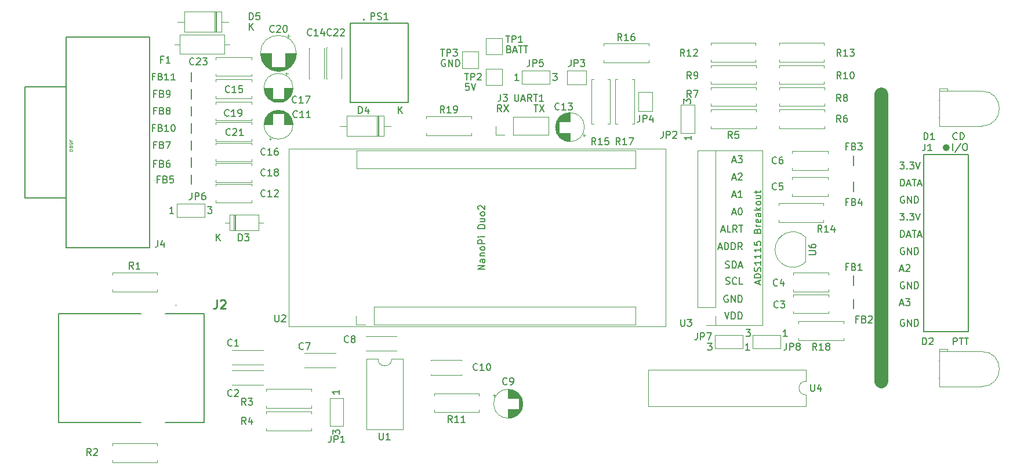
<source format=gbr>
G04 #@! TF.GenerationSoftware,KiCad,Pcbnew,(6.0.0)*
G04 #@! TF.CreationDate,2022-02-05T21:05:29-08:00*
G04 #@! TF.ProjectId,Duo2_Direwolf,44756f32-5f44-4697-9265-776f6c662e6b,rev?*
G04 #@! TF.SameCoordinates,Original*
G04 #@! TF.FileFunction,Legend,Top*
G04 #@! TF.FilePolarity,Positive*
%FSLAX46Y46*%
G04 Gerber Fmt 4.6, Leading zero omitted, Abs format (unit mm)*
G04 Created by KiCad (PCBNEW (6.0.0)) date 2022-02-05 21:05:29*
%MOMM*%
%LPD*%
G01*
G04 APERTURE LIST*
%ADD10C,2.000000*%
%ADD11C,0.150000*%
%ADD12C,0.254000*%
%ADD13C,0.120181*%
%ADD14C,0.120000*%
%ADD15C,0.200000*%
%ADD16C,0.127000*%
%ADD17C,0.500000*%
%ADD18C,0.100000*%
%ADD19R,1.600000X1.600000*%
%ADD20O,1.600000X1.600000*%
%ADD21C,1.600000*%
%ADD22R,1.150000X1.800000*%
%ADD23R,1.700000X1.700000*%
%ADD24O,1.700000X1.700000*%
%ADD25R,2.000000X2.000000*%
%ADD26R,1.508000X1.508000*%
%ADD27C,1.508000*%
%ADD28R,1.650000X1.650000*%
%ADD29C,1.650000*%
%ADD30R,1.800000X1.800000*%
%ADD31C,1.800000*%
%ADD32C,2.200000*%
%ADD33C,1.700000*%
%ADD34R,1.500000X1.000000*%
%ADD35R,2.200000X2.200000*%
%ADD36O,2.200000X2.200000*%
%ADD37C,3.200000*%
%ADD38R,1.400000X1.400000*%
%ADD39C,1.400000*%
%ADD40C,1.530000*%
%ADD41C,2.550000*%
%ADD42R,1.200000X1.200000*%
%ADD43C,1.200000*%
%ADD44R,1.000000X1.500000*%
%ADD45R,1.500000X1.050000*%
%ADD46O,1.500000X1.050000*%
%ADD47C,3.180000*%
%ADD48R,1.635000X1.635000*%
%ADD49C,1.635000*%
G04 APERTURE END LIST*
D10*
X169000000Y-92000000D02*
X169000000Y-134000000D01*
D11*
X105359404Y-87000000D02*
X105264166Y-86952380D01*
X105121309Y-86952380D01*
X104978452Y-87000000D01*
X104883214Y-87095238D01*
X104835595Y-87190476D01*
X104787976Y-87380952D01*
X104787976Y-87523809D01*
X104835595Y-87714285D01*
X104883214Y-87809523D01*
X104978452Y-87904761D01*
X105121309Y-87952380D01*
X105216547Y-87952380D01*
X105359404Y-87904761D01*
X105407023Y-87857142D01*
X105407023Y-87523809D01*
X105216547Y-87523809D01*
X105835595Y-87952380D02*
X105835595Y-86952380D01*
X106407023Y-87952380D01*
X106407023Y-86952380D01*
X106883214Y-87952380D02*
X106883214Y-86952380D01*
X107121309Y-86952380D01*
X107264166Y-87000000D01*
X107359404Y-87095238D01*
X107407023Y-87190476D01*
X107454642Y-87380952D01*
X107454642Y-87523809D01*
X107407023Y-87714285D01*
X107359404Y-87809523D01*
X107264166Y-87904761D01*
X107121309Y-87952380D01*
X106883214Y-87952380D01*
X115492571Y-92048380D02*
X115492571Y-92857904D01*
X115540190Y-92953142D01*
X115587809Y-93000761D01*
X115683047Y-93048380D01*
X115873523Y-93048380D01*
X115968761Y-93000761D01*
X116016380Y-92953142D01*
X116064000Y-92857904D01*
X116064000Y-92048380D01*
X116492571Y-92762666D02*
X116968761Y-92762666D01*
X116397333Y-93048380D02*
X116730666Y-92048380D01*
X117064000Y-93048380D01*
X117968761Y-93048380D02*
X117635428Y-92572190D01*
X117397333Y-93048380D02*
X117397333Y-92048380D01*
X117778285Y-92048380D01*
X117873523Y-92096000D01*
X117921142Y-92143619D01*
X117968761Y-92238857D01*
X117968761Y-92381714D01*
X117921142Y-92476952D01*
X117873523Y-92524571D01*
X117778285Y-92572190D01*
X117397333Y-92572190D01*
X118254476Y-92048380D02*
X118825904Y-92048380D01*
X118540190Y-93048380D02*
X118540190Y-92048380D01*
X119683047Y-93048380D02*
X119111619Y-93048380D01*
X119397333Y-93048380D02*
X119397333Y-92048380D01*
X119302095Y-92191238D01*
X119206857Y-92286476D01*
X119111619Y-92334095D01*
X171740357Y-109452380D02*
X172359404Y-109452380D01*
X172026071Y-109833333D01*
X172168928Y-109833333D01*
X172264166Y-109880952D01*
X172311785Y-109928571D01*
X172359404Y-110023809D01*
X172359404Y-110261904D01*
X172311785Y-110357142D01*
X172264166Y-110404761D01*
X172168928Y-110452380D01*
X171883214Y-110452380D01*
X171787976Y-110404761D01*
X171740357Y-110357142D01*
X172787976Y-110357142D02*
X172835595Y-110404761D01*
X172787976Y-110452380D01*
X172740357Y-110404761D01*
X172787976Y-110357142D01*
X172787976Y-110452380D01*
X173168928Y-109452380D02*
X173787976Y-109452380D01*
X173454642Y-109833333D01*
X173597500Y-109833333D01*
X173692738Y-109880952D01*
X173740357Y-109928571D01*
X173787976Y-110023809D01*
X173787976Y-110261904D01*
X173740357Y-110357142D01*
X173692738Y-110404761D01*
X173597500Y-110452380D01*
X173311785Y-110452380D01*
X173216547Y-110404761D01*
X173168928Y-110357142D01*
X174073690Y-109452380D02*
X174407023Y-110452380D01*
X174740357Y-109452380D01*
X171785714Y-117666666D02*
X172261904Y-117666666D01*
X171690476Y-117952380D02*
X172023809Y-116952380D01*
X172357142Y-117952380D01*
X172642857Y-117047619D02*
X172690476Y-117000000D01*
X172785714Y-116952380D01*
X173023809Y-116952380D01*
X173119047Y-117000000D01*
X173166666Y-117047619D01*
X173214285Y-117142857D01*
X173214285Y-117238095D01*
X173166666Y-117380952D01*
X172595238Y-117952380D01*
X173214285Y-117952380D01*
X172359404Y-114500000D02*
X172264166Y-114452380D01*
X172121309Y-114452380D01*
X171978452Y-114500000D01*
X171883214Y-114595238D01*
X171835595Y-114690476D01*
X171787976Y-114880952D01*
X171787976Y-115023809D01*
X171835595Y-115214285D01*
X171883214Y-115309523D01*
X171978452Y-115404761D01*
X172121309Y-115452380D01*
X172216547Y-115452380D01*
X172359404Y-115404761D01*
X172407023Y-115357142D01*
X172407023Y-115023809D01*
X172216547Y-115023809D01*
X172835595Y-115452380D02*
X172835595Y-114452380D01*
X173407023Y-115452380D01*
X173407023Y-114452380D01*
X173883214Y-115452380D02*
X173883214Y-114452380D01*
X174121309Y-114452380D01*
X174264166Y-114500000D01*
X174359404Y-114595238D01*
X174407023Y-114690476D01*
X174454642Y-114880952D01*
X174454642Y-115023809D01*
X174407023Y-115214285D01*
X174359404Y-115309523D01*
X174264166Y-115404761D01*
X174121309Y-115452380D01*
X173883214Y-115452380D01*
X171835595Y-105452380D02*
X171835595Y-104452380D01*
X172073690Y-104452380D01*
X172216547Y-104500000D01*
X172311785Y-104595238D01*
X172359404Y-104690476D01*
X172407023Y-104880952D01*
X172407023Y-105023809D01*
X172359404Y-105214285D01*
X172311785Y-105309523D01*
X172216547Y-105404761D01*
X172073690Y-105452380D01*
X171835595Y-105452380D01*
X172787976Y-105166666D02*
X173264166Y-105166666D01*
X172692738Y-105452380D02*
X173026071Y-104452380D01*
X173359404Y-105452380D01*
X173549880Y-104452380D02*
X174121309Y-104452380D01*
X173835595Y-105452380D02*
X173835595Y-104452380D01*
X174407023Y-105166666D02*
X174883214Y-105166666D01*
X174311785Y-105452380D02*
X174645119Y-104452380D01*
X174978452Y-105452380D01*
X171785714Y-122666666D02*
X172261904Y-122666666D01*
X171690476Y-122952380D02*
X172023809Y-121952380D01*
X172357142Y-122952380D01*
X172595238Y-121952380D02*
X173214285Y-121952380D01*
X172880952Y-122333333D01*
X173023809Y-122333333D01*
X173119047Y-122380952D01*
X173166666Y-122428571D01*
X173214285Y-122523809D01*
X173214285Y-122761904D01*
X173166666Y-122857142D01*
X173119047Y-122904761D01*
X173023809Y-122952380D01*
X172738095Y-122952380D01*
X172642857Y-122904761D01*
X172595238Y-122857142D01*
X172359404Y-119500000D02*
X172264166Y-119452380D01*
X172121309Y-119452380D01*
X171978452Y-119500000D01*
X171883214Y-119595238D01*
X171835595Y-119690476D01*
X171787976Y-119880952D01*
X171787976Y-120023809D01*
X171835595Y-120214285D01*
X171883214Y-120309523D01*
X171978452Y-120404761D01*
X172121309Y-120452380D01*
X172216547Y-120452380D01*
X172359404Y-120404761D01*
X172407023Y-120357142D01*
X172407023Y-120023809D01*
X172216547Y-120023809D01*
X172835595Y-120452380D02*
X172835595Y-119452380D01*
X173407023Y-120452380D01*
X173407023Y-119452380D01*
X173883214Y-120452380D02*
X173883214Y-119452380D01*
X174121309Y-119452380D01*
X174264166Y-119500000D01*
X174359404Y-119595238D01*
X174407023Y-119690476D01*
X174454642Y-119880952D01*
X174454642Y-120023809D01*
X174407023Y-120214285D01*
X174359404Y-120309523D01*
X174264166Y-120404761D01*
X174121309Y-120452380D01*
X173883214Y-120452380D01*
X113587333Y-94572380D02*
X113254000Y-94096190D01*
X113015904Y-94572380D02*
X113015904Y-93572380D01*
X113396857Y-93572380D01*
X113492095Y-93620000D01*
X113539714Y-93667619D01*
X113587333Y-93762857D01*
X113587333Y-93905714D01*
X113539714Y-94000952D01*
X113492095Y-94048571D01*
X113396857Y-94096190D01*
X113015904Y-94096190D01*
X113920666Y-93572380D02*
X114587333Y-94572380D01*
X114587333Y-93572380D02*
X113920666Y-94572380D01*
X179535595Y-128652380D02*
X179535595Y-127652380D01*
X179916547Y-127652380D01*
X180011785Y-127700000D01*
X180059404Y-127747619D01*
X180107023Y-127842857D01*
X180107023Y-127985714D01*
X180059404Y-128080952D01*
X180011785Y-128128571D01*
X179916547Y-128176190D01*
X179535595Y-128176190D01*
X180392738Y-127652380D02*
X180964166Y-127652380D01*
X180678452Y-128652380D02*
X180678452Y-127652380D01*
X181154642Y-127652380D02*
X181726071Y-127652380D01*
X181440357Y-128652380D02*
X181440357Y-127652380D01*
X108811785Y-90452380D02*
X108335595Y-90452380D01*
X108287976Y-90928571D01*
X108335595Y-90880952D01*
X108430833Y-90833333D01*
X108668928Y-90833333D01*
X108764166Y-90880952D01*
X108811785Y-90928571D01*
X108859404Y-91023809D01*
X108859404Y-91261904D01*
X108811785Y-91357142D01*
X108764166Y-91404761D01*
X108668928Y-91452380D01*
X108430833Y-91452380D01*
X108335595Y-91404761D01*
X108287976Y-91357142D01*
X109145119Y-90452380D02*
X109478452Y-91452380D01*
X109811785Y-90452380D01*
X151166666Y-119785714D02*
X151166666Y-119309523D01*
X151452380Y-119880952D02*
X150452380Y-119547619D01*
X151452380Y-119214285D01*
X151452380Y-118880952D02*
X150452380Y-118880952D01*
X150452380Y-118642857D01*
X150500000Y-118500000D01*
X150595238Y-118404761D01*
X150690476Y-118357142D01*
X150880952Y-118309523D01*
X151023809Y-118309523D01*
X151214285Y-118357142D01*
X151309523Y-118404761D01*
X151404761Y-118500000D01*
X151452380Y-118642857D01*
X151452380Y-118880952D01*
X151404761Y-117928571D02*
X151452380Y-117785714D01*
X151452380Y-117547619D01*
X151404761Y-117452380D01*
X151357142Y-117404761D01*
X151261904Y-117357142D01*
X151166666Y-117357142D01*
X151071428Y-117404761D01*
X151023809Y-117452380D01*
X150976190Y-117547619D01*
X150928571Y-117738095D01*
X150880952Y-117833333D01*
X150833333Y-117880952D01*
X150738095Y-117928571D01*
X150642857Y-117928571D01*
X150547619Y-117880952D01*
X150500000Y-117833333D01*
X150452380Y-117738095D01*
X150452380Y-117500000D01*
X150500000Y-117357142D01*
X151452380Y-116404761D02*
X151452380Y-116976190D01*
X151452380Y-116690476D02*
X150452380Y-116690476D01*
X150595238Y-116785714D01*
X150690476Y-116880952D01*
X150738095Y-116976190D01*
X151452380Y-115452380D02*
X151452380Y-116023809D01*
X151452380Y-115738095D02*
X150452380Y-115738095D01*
X150595238Y-115833333D01*
X150690476Y-115928571D01*
X150738095Y-116023809D01*
X151452380Y-114500000D02*
X151452380Y-115071428D01*
X151452380Y-114785714D02*
X150452380Y-114785714D01*
X150595238Y-114880952D01*
X150690476Y-114976190D01*
X150738095Y-115071428D01*
X150452380Y-113595238D02*
X150452380Y-114071428D01*
X150928571Y-114119047D01*
X150880952Y-114071428D01*
X150833333Y-113976190D01*
X150833333Y-113738095D01*
X150880952Y-113642857D01*
X150928571Y-113595238D01*
X151023809Y-113547619D01*
X151261904Y-113547619D01*
X151357142Y-113595238D01*
X151404761Y-113642857D01*
X151452380Y-113738095D01*
X151452380Y-113976190D01*
X151404761Y-114071428D01*
X151357142Y-114119047D01*
X150928571Y-112023809D02*
X150976190Y-111880952D01*
X151023809Y-111833333D01*
X151119047Y-111785714D01*
X151261904Y-111785714D01*
X151357142Y-111833333D01*
X151404761Y-111880952D01*
X151452380Y-111976190D01*
X151452380Y-112357142D01*
X150452380Y-112357142D01*
X150452380Y-112023809D01*
X150500000Y-111928571D01*
X150547619Y-111880952D01*
X150642857Y-111833333D01*
X150738095Y-111833333D01*
X150833333Y-111880952D01*
X150880952Y-111928571D01*
X150928571Y-112023809D01*
X150928571Y-112357142D01*
X151452380Y-111357142D02*
X150785714Y-111357142D01*
X150976190Y-111357142D02*
X150880952Y-111309523D01*
X150833333Y-111261904D01*
X150785714Y-111166666D01*
X150785714Y-111071428D01*
X151404761Y-110357142D02*
X151452380Y-110452380D01*
X151452380Y-110642857D01*
X151404761Y-110738095D01*
X151309523Y-110785714D01*
X150928571Y-110785714D01*
X150833333Y-110738095D01*
X150785714Y-110642857D01*
X150785714Y-110452380D01*
X150833333Y-110357142D01*
X150928571Y-110309523D01*
X151023809Y-110309523D01*
X151119047Y-110785714D01*
X151452380Y-109452380D02*
X150928571Y-109452380D01*
X150833333Y-109500000D01*
X150785714Y-109595238D01*
X150785714Y-109785714D01*
X150833333Y-109880952D01*
X151404761Y-109452380D02*
X151452380Y-109547619D01*
X151452380Y-109785714D01*
X151404761Y-109880952D01*
X151309523Y-109928571D01*
X151214285Y-109928571D01*
X151119047Y-109880952D01*
X151071428Y-109785714D01*
X151071428Y-109547619D01*
X151023809Y-109452380D01*
X151452380Y-108976190D02*
X150452380Y-108976190D01*
X151071428Y-108880952D02*
X151452380Y-108595238D01*
X150785714Y-108595238D02*
X151166666Y-108976190D01*
X151452380Y-108023809D02*
X151404761Y-108119047D01*
X151357142Y-108166666D01*
X151261904Y-108214285D01*
X150976190Y-108214285D01*
X150880952Y-108166666D01*
X150833333Y-108119047D01*
X150785714Y-108023809D01*
X150785714Y-107880952D01*
X150833333Y-107785714D01*
X150880952Y-107738095D01*
X150976190Y-107690476D01*
X151261904Y-107690476D01*
X151357142Y-107738095D01*
X151404761Y-107785714D01*
X151452380Y-107880952D01*
X151452380Y-108023809D01*
X150785714Y-106833333D02*
X151452380Y-106833333D01*
X150785714Y-107261904D02*
X151309523Y-107261904D01*
X151404761Y-107214285D01*
X151452380Y-107119047D01*
X151452380Y-106976190D01*
X151404761Y-106880952D01*
X151357142Y-106833333D01*
X150785714Y-106500000D02*
X150785714Y-106119047D01*
X150452380Y-106357142D02*
X151309523Y-106357142D01*
X151404761Y-106309523D01*
X151452380Y-106214285D01*
X151452380Y-106119047D01*
X172359404Y-125000000D02*
X172264166Y-124952380D01*
X172121309Y-124952380D01*
X171978452Y-125000000D01*
X171883214Y-125095238D01*
X171835595Y-125190476D01*
X171787976Y-125380952D01*
X171787976Y-125523809D01*
X171835595Y-125714285D01*
X171883214Y-125809523D01*
X171978452Y-125904761D01*
X172121309Y-125952380D01*
X172216547Y-125952380D01*
X172359404Y-125904761D01*
X172407023Y-125857142D01*
X172407023Y-125523809D01*
X172216547Y-125523809D01*
X172835595Y-125952380D02*
X172835595Y-124952380D01*
X173407023Y-125952380D01*
X173407023Y-124952380D01*
X173883214Y-125952380D02*
X173883214Y-124952380D01*
X174121309Y-124952380D01*
X174264166Y-125000000D01*
X174359404Y-125095238D01*
X174407023Y-125190476D01*
X174454642Y-125380952D01*
X174454642Y-125523809D01*
X174407023Y-125714285D01*
X174359404Y-125809523D01*
X174264166Y-125904761D01*
X174121309Y-125952380D01*
X173883214Y-125952380D01*
X172359404Y-107000000D02*
X172264166Y-106952380D01*
X172121309Y-106952380D01*
X171978452Y-107000000D01*
X171883214Y-107095238D01*
X171835595Y-107190476D01*
X171787976Y-107380952D01*
X171787976Y-107523809D01*
X171835595Y-107714285D01*
X171883214Y-107809523D01*
X171978452Y-107904761D01*
X172121309Y-107952380D01*
X172216547Y-107952380D01*
X172359404Y-107904761D01*
X172407023Y-107857142D01*
X172407023Y-107523809D01*
X172216547Y-107523809D01*
X172835595Y-107952380D02*
X172835595Y-106952380D01*
X173407023Y-107952380D01*
X173407023Y-106952380D01*
X173883214Y-107952380D02*
X173883214Y-106952380D01*
X174121309Y-106952380D01*
X174264166Y-107000000D01*
X174359404Y-107095238D01*
X174407023Y-107190476D01*
X174454642Y-107380952D01*
X174454642Y-107523809D01*
X174407023Y-107714285D01*
X174359404Y-107809523D01*
X174264166Y-107904761D01*
X174121309Y-107952380D01*
X173883214Y-107952380D01*
X114668928Y-85428571D02*
X114811785Y-85476190D01*
X114859404Y-85523809D01*
X114907023Y-85619047D01*
X114907023Y-85761904D01*
X114859404Y-85857142D01*
X114811785Y-85904761D01*
X114716547Y-85952380D01*
X114335595Y-85952380D01*
X114335595Y-84952380D01*
X114668928Y-84952380D01*
X114764166Y-85000000D01*
X114811785Y-85047619D01*
X114859404Y-85142857D01*
X114859404Y-85238095D01*
X114811785Y-85333333D01*
X114764166Y-85380952D01*
X114668928Y-85428571D01*
X114335595Y-85428571D01*
X115287976Y-85666666D02*
X115764166Y-85666666D01*
X115192738Y-85952380D02*
X115526071Y-84952380D01*
X115859404Y-85952380D01*
X116049880Y-84952380D02*
X116621309Y-84952380D01*
X116335595Y-85952380D02*
X116335595Y-84952380D01*
X116811785Y-84952380D02*
X117383214Y-84952380D01*
X117097500Y-85952380D02*
X117097500Y-84952380D01*
X171835595Y-112952380D02*
X171835595Y-111952380D01*
X172073690Y-111952380D01*
X172216547Y-112000000D01*
X172311785Y-112095238D01*
X172359404Y-112190476D01*
X172407023Y-112380952D01*
X172407023Y-112523809D01*
X172359404Y-112714285D01*
X172311785Y-112809523D01*
X172216547Y-112904761D01*
X172073690Y-112952380D01*
X171835595Y-112952380D01*
X172787976Y-112666666D02*
X173264166Y-112666666D01*
X172692738Y-112952380D02*
X173026071Y-111952380D01*
X173359404Y-112952380D01*
X173549880Y-111952380D02*
X174121309Y-111952380D01*
X173835595Y-112952380D02*
X173835595Y-111952380D01*
X174407023Y-112666666D02*
X174883214Y-112666666D01*
X174311785Y-112952380D02*
X174645119Y-111952380D01*
X174978452Y-112952380D01*
X180107023Y-98557142D02*
X180059404Y-98604761D01*
X179916547Y-98652380D01*
X179821309Y-98652380D01*
X179678452Y-98604761D01*
X179583214Y-98509523D01*
X179535595Y-98414285D01*
X179487976Y-98223809D01*
X179487976Y-98080952D01*
X179535595Y-97890476D01*
X179583214Y-97795238D01*
X179678452Y-97700000D01*
X179821309Y-97652380D01*
X179916547Y-97652380D01*
X180059404Y-97700000D01*
X180107023Y-97747619D01*
X180535595Y-98652380D02*
X180535595Y-97652380D01*
X180773690Y-97652380D01*
X180916547Y-97700000D01*
X181011785Y-97795238D01*
X181059404Y-97890476D01*
X181107023Y-98080952D01*
X181107023Y-98223809D01*
X181059404Y-98414285D01*
X181011785Y-98509523D01*
X180916547Y-98604761D01*
X180773690Y-98652380D01*
X180535595Y-98652380D01*
X118326095Y-93572380D02*
X118897523Y-93572380D01*
X118611809Y-94572380D02*
X118611809Y-93572380D01*
X119135619Y-93572380D02*
X119802285Y-94572380D01*
X119802285Y-93572380D02*
X119135619Y-94572380D01*
X171740357Y-101952380D02*
X172359404Y-101952380D01*
X172026071Y-102333333D01*
X172168928Y-102333333D01*
X172264166Y-102380952D01*
X172311785Y-102428571D01*
X172359404Y-102523809D01*
X172359404Y-102761904D01*
X172311785Y-102857142D01*
X172264166Y-102904761D01*
X172168928Y-102952380D01*
X171883214Y-102952380D01*
X171787976Y-102904761D01*
X171740357Y-102857142D01*
X172787976Y-102857142D02*
X172835595Y-102904761D01*
X172787976Y-102952380D01*
X172740357Y-102904761D01*
X172787976Y-102857142D01*
X172787976Y-102952380D01*
X173168928Y-101952380D02*
X173787976Y-101952380D01*
X173454642Y-102333333D01*
X173597500Y-102333333D01*
X173692738Y-102380952D01*
X173740357Y-102428571D01*
X173787976Y-102523809D01*
X173787976Y-102761904D01*
X173740357Y-102857142D01*
X173692738Y-102904761D01*
X173597500Y-102952380D01*
X173311785Y-102952380D01*
X173216547Y-102904761D01*
X173168928Y-102857142D01*
X174073690Y-101952380D02*
X174407023Y-102952380D01*
X174740357Y-101952380D01*
X95720095Y-141578380D02*
X95720095Y-142387904D01*
X95767714Y-142483142D01*
X95815333Y-142530761D01*
X95910571Y-142578380D01*
X96101047Y-142578380D01*
X96196285Y-142530761D01*
X96243904Y-142483142D01*
X96291523Y-142387904D01*
X96291523Y-141578380D01*
X97291523Y-142578380D02*
X96720095Y-142578380D01*
X97005809Y-142578380D02*
X97005809Y-141578380D01*
X96910571Y-141721238D01*
X96815333Y-141816476D01*
X96720095Y-141864095D01*
X163117333Y-96096380D02*
X162784000Y-95620190D01*
X162545904Y-96096380D02*
X162545904Y-95096380D01*
X162926857Y-95096380D01*
X163022095Y-95144000D01*
X163069714Y-95191619D01*
X163117333Y-95286857D01*
X163117333Y-95429714D01*
X163069714Y-95524952D01*
X163022095Y-95572571D01*
X162926857Y-95620190D01*
X162545904Y-95620190D01*
X163974476Y-95096380D02*
X163784000Y-95096380D01*
X163688761Y-95144000D01*
X163641142Y-95191619D01*
X163545904Y-95334476D01*
X163498285Y-95524952D01*
X163498285Y-95905904D01*
X163545904Y-96001142D01*
X163593523Y-96048761D01*
X163688761Y-96096380D01*
X163879238Y-96096380D01*
X163974476Y-96048761D01*
X164022095Y-96001142D01*
X164069714Y-95905904D01*
X164069714Y-95667809D01*
X164022095Y-95572571D01*
X163974476Y-95524952D01*
X163879238Y-95477333D01*
X163688761Y-95477333D01*
X163593523Y-95524952D01*
X163545904Y-95572571D01*
X163498285Y-95667809D01*
X159593142Y-129454380D02*
X159259809Y-128978190D01*
X159021714Y-129454380D02*
X159021714Y-128454380D01*
X159402666Y-128454380D01*
X159497904Y-128502000D01*
X159545523Y-128549619D01*
X159593142Y-128644857D01*
X159593142Y-128787714D01*
X159545523Y-128882952D01*
X159497904Y-128930571D01*
X159402666Y-128978190D01*
X159021714Y-128978190D01*
X160545523Y-129454380D02*
X159974095Y-129454380D01*
X160259809Y-129454380D02*
X160259809Y-128454380D01*
X160164571Y-128597238D01*
X160069333Y-128692476D01*
X159974095Y-128740095D01*
X161116952Y-128882952D02*
X161021714Y-128835333D01*
X160974095Y-128787714D01*
X160926476Y-128692476D01*
X160926476Y-128644857D01*
X160974095Y-128549619D01*
X161021714Y-128502000D01*
X161116952Y-128454380D01*
X161307428Y-128454380D01*
X161402666Y-128502000D01*
X161450285Y-128549619D01*
X161497904Y-128644857D01*
X161497904Y-128692476D01*
X161450285Y-128787714D01*
X161402666Y-128835333D01*
X161307428Y-128882952D01*
X161116952Y-128882952D01*
X161021714Y-128930571D01*
X160974095Y-128978190D01*
X160926476Y-129073428D01*
X160926476Y-129263904D01*
X160974095Y-129359142D01*
X161021714Y-129406761D01*
X161116952Y-129454380D01*
X161307428Y-129454380D01*
X161402666Y-129406761D01*
X161450285Y-129359142D01*
X161497904Y-129263904D01*
X161497904Y-129073428D01*
X161450285Y-128978190D01*
X161402666Y-128930571D01*
X161307428Y-128882952D01*
X147275333Y-98466380D02*
X146942000Y-97990190D01*
X146703904Y-98466380D02*
X146703904Y-97466380D01*
X147084857Y-97466380D01*
X147180095Y-97514000D01*
X147227714Y-97561619D01*
X147275333Y-97656857D01*
X147275333Y-97799714D01*
X147227714Y-97894952D01*
X147180095Y-97942571D01*
X147084857Y-97990190D01*
X146703904Y-97990190D01*
X148180095Y-97466380D02*
X147703904Y-97466380D01*
X147656285Y-97942571D01*
X147703904Y-97894952D01*
X147799142Y-97847333D01*
X148037238Y-97847333D01*
X148132476Y-97894952D01*
X148180095Y-97942571D01*
X148227714Y-98037809D01*
X148227714Y-98275904D01*
X148180095Y-98371142D01*
X148132476Y-98418761D01*
X148037238Y-98466380D01*
X147799142Y-98466380D01*
X147703904Y-98418761D01*
X147656285Y-98371142D01*
X63136666Y-102176571D02*
X62803333Y-102176571D01*
X62803333Y-102700380D02*
X62803333Y-101700380D01*
X63279523Y-101700380D01*
X63993809Y-102176571D02*
X64136666Y-102224190D01*
X64184285Y-102271809D01*
X64231904Y-102367047D01*
X64231904Y-102509904D01*
X64184285Y-102605142D01*
X64136666Y-102652761D01*
X64041428Y-102700380D01*
X63660476Y-102700380D01*
X63660476Y-101700380D01*
X63993809Y-101700380D01*
X64089047Y-101748000D01*
X64136666Y-101795619D01*
X64184285Y-101890857D01*
X64184285Y-101986095D01*
X64136666Y-102081333D01*
X64089047Y-102128952D01*
X63993809Y-102176571D01*
X63660476Y-102176571D01*
X65089047Y-101700380D02*
X64898571Y-101700380D01*
X64803333Y-101748000D01*
X64755714Y-101795619D01*
X64660476Y-101938476D01*
X64612857Y-102128952D01*
X64612857Y-102509904D01*
X64660476Y-102605142D01*
X64708095Y-102652761D01*
X64803333Y-102700380D01*
X64993809Y-102700380D01*
X65089047Y-102652761D01*
X65136666Y-102605142D01*
X65184285Y-102509904D01*
X65184285Y-102271809D01*
X65136666Y-102176571D01*
X65089047Y-102128952D01*
X64993809Y-102081333D01*
X64803333Y-102081333D01*
X64708095Y-102128952D01*
X64660476Y-102176571D01*
X64612857Y-102271809D01*
X110063142Y-132323142D02*
X110015523Y-132370761D01*
X109872666Y-132418380D01*
X109777428Y-132418380D01*
X109634571Y-132370761D01*
X109539333Y-132275523D01*
X109491714Y-132180285D01*
X109444095Y-131989809D01*
X109444095Y-131846952D01*
X109491714Y-131656476D01*
X109539333Y-131561238D01*
X109634571Y-131466000D01*
X109777428Y-131418380D01*
X109872666Y-131418380D01*
X110015523Y-131466000D01*
X110063142Y-131513619D01*
X111015523Y-132418380D02*
X110444095Y-132418380D01*
X110729809Y-132418380D02*
X110729809Y-131418380D01*
X110634571Y-131561238D01*
X110539333Y-131656476D01*
X110444095Y-131704095D01*
X111634571Y-131418380D02*
X111729809Y-131418380D01*
X111825047Y-131466000D01*
X111872666Y-131513619D01*
X111920285Y-131608857D01*
X111967904Y-131799333D01*
X111967904Y-132037428D01*
X111920285Y-132227904D01*
X111872666Y-132323142D01*
X111825047Y-132370761D01*
X111729809Y-132418380D01*
X111634571Y-132418380D01*
X111539333Y-132370761D01*
X111491714Y-132323142D01*
X111444095Y-132227904D01*
X111396476Y-132037428D01*
X111396476Y-131799333D01*
X111444095Y-131608857D01*
X111491714Y-131513619D01*
X111539333Y-131466000D01*
X111634571Y-131418380D01*
X130891142Y-99398380D02*
X130557809Y-98922190D01*
X130319714Y-99398380D02*
X130319714Y-98398380D01*
X130700666Y-98398380D01*
X130795904Y-98446000D01*
X130843523Y-98493619D01*
X130891142Y-98588857D01*
X130891142Y-98731714D01*
X130843523Y-98826952D01*
X130795904Y-98874571D01*
X130700666Y-98922190D01*
X130319714Y-98922190D01*
X131843523Y-99398380D02*
X131272095Y-99398380D01*
X131557809Y-99398380D02*
X131557809Y-98398380D01*
X131462571Y-98541238D01*
X131367333Y-98636476D01*
X131272095Y-98684095D01*
X132176857Y-98398380D02*
X132843523Y-98398380D01*
X132414952Y-99398380D01*
X163149142Y-86444380D02*
X162815809Y-85968190D01*
X162577714Y-86444380D02*
X162577714Y-85444380D01*
X162958666Y-85444380D01*
X163053904Y-85492000D01*
X163101523Y-85539619D01*
X163149142Y-85634857D01*
X163149142Y-85777714D01*
X163101523Y-85872952D01*
X163053904Y-85920571D01*
X162958666Y-85968190D01*
X162577714Y-85968190D01*
X164101523Y-86444380D02*
X163530095Y-86444380D01*
X163815809Y-86444380D02*
X163815809Y-85444380D01*
X163720571Y-85587238D01*
X163625333Y-85682476D01*
X163530095Y-85730095D01*
X164434857Y-85444380D02*
X165053904Y-85444380D01*
X164720571Y-85825333D01*
X164863428Y-85825333D01*
X164958666Y-85872952D01*
X165006285Y-85920571D01*
X165053904Y-86015809D01*
X165053904Y-86253904D01*
X165006285Y-86349142D01*
X164958666Y-86396761D01*
X164863428Y-86444380D01*
X164577714Y-86444380D01*
X164482476Y-86396761D01*
X164434857Y-86349142D01*
X153719333Y-105907142D02*
X153671714Y-105954761D01*
X153528857Y-106002380D01*
X153433619Y-106002380D01*
X153290761Y-105954761D01*
X153195523Y-105859523D01*
X153147904Y-105764285D01*
X153100285Y-105573809D01*
X153100285Y-105430952D01*
X153147904Y-105240476D01*
X153195523Y-105145238D01*
X153290761Y-105050000D01*
X153433619Y-105002380D01*
X153528857Y-105002380D01*
X153671714Y-105050000D01*
X153719333Y-105097619D01*
X154624095Y-105002380D02*
X154147904Y-105002380D01*
X154100285Y-105478571D01*
X154147904Y-105430952D01*
X154243142Y-105383333D01*
X154481238Y-105383333D01*
X154576476Y-105430952D01*
X154624095Y-105478571D01*
X154671714Y-105573809D01*
X154671714Y-105811904D01*
X154624095Y-105907142D01*
X154576476Y-105954761D01*
X154481238Y-106002380D01*
X154243142Y-106002380D01*
X154147904Y-105954761D01*
X154100285Y-105907142D01*
X141273333Y-89746380D02*
X140940000Y-89270190D01*
X140701904Y-89746380D02*
X140701904Y-88746380D01*
X141082857Y-88746380D01*
X141178095Y-88794000D01*
X141225714Y-88841619D01*
X141273333Y-88936857D01*
X141273333Y-89079714D01*
X141225714Y-89174952D01*
X141178095Y-89222571D01*
X141082857Y-89270190D01*
X140701904Y-89270190D01*
X141749523Y-89746380D02*
X141940000Y-89746380D01*
X142035238Y-89698761D01*
X142082857Y-89651142D01*
X142178095Y-89508285D01*
X142225714Y-89317809D01*
X142225714Y-88936857D01*
X142178095Y-88841619D01*
X142130476Y-88794000D01*
X142035238Y-88746380D01*
X141844761Y-88746380D01*
X141749523Y-88794000D01*
X141701904Y-88841619D01*
X141654285Y-88936857D01*
X141654285Y-89174952D01*
X141701904Y-89270190D01*
X141749523Y-89317809D01*
X141844761Y-89365428D01*
X142035238Y-89365428D01*
X142130476Y-89317809D01*
X142178095Y-89270190D01*
X142225714Y-89174952D01*
X153973333Y-123179142D02*
X153925714Y-123226761D01*
X153782857Y-123274380D01*
X153687619Y-123274380D01*
X153544761Y-123226761D01*
X153449523Y-123131523D01*
X153401904Y-123036285D01*
X153354285Y-122845809D01*
X153354285Y-122702952D01*
X153401904Y-122512476D01*
X153449523Y-122417238D01*
X153544761Y-122322000D01*
X153687619Y-122274380D01*
X153782857Y-122274380D01*
X153925714Y-122322000D01*
X153973333Y-122369619D01*
X154306666Y-122274380D02*
X154925714Y-122274380D01*
X154592380Y-122655333D01*
X154735238Y-122655333D01*
X154830476Y-122702952D01*
X154878095Y-122750571D01*
X154925714Y-122845809D01*
X154925714Y-123083904D01*
X154878095Y-123179142D01*
X154830476Y-123226761D01*
X154735238Y-123274380D01*
X154449523Y-123274380D01*
X154354285Y-123226761D01*
X154306666Y-123179142D01*
X139738095Y-124952380D02*
X139738095Y-125761904D01*
X139785714Y-125857142D01*
X139833333Y-125904761D01*
X139928571Y-125952380D01*
X140119047Y-125952380D01*
X140214285Y-125904761D01*
X140261904Y-125857142D01*
X140309523Y-125761904D01*
X140309523Y-124952380D01*
X140690476Y-124952380D02*
X141309523Y-124952380D01*
X140976190Y-125333333D01*
X141119047Y-125333333D01*
X141214285Y-125380952D01*
X141261904Y-125428571D01*
X141309523Y-125523809D01*
X141309523Y-125761904D01*
X141261904Y-125857142D01*
X141214285Y-125904761D01*
X141119047Y-125952380D01*
X140833333Y-125952380D01*
X140738095Y-125904761D01*
X140690476Y-125857142D01*
X147283452Y-104301666D02*
X147759642Y-104301666D01*
X147188214Y-104587380D02*
X147521547Y-103587380D01*
X147854880Y-104587380D01*
X148140595Y-103682619D02*
X148188214Y-103635000D01*
X148283452Y-103587380D01*
X148521547Y-103587380D01*
X148616785Y-103635000D01*
X148664404Y-103682619D01*
X148712023Y-103777857D01*
X148712023Y-103873095D01*
X148664404Y-104015952D01*
X148092976Y-104587380D01*
X148712023Y-104587380D01*
X147283452Y-106841666D02*
X147759642Y-106841666D01*
X147188214Y-107127380D02*
X147521547Y-106127380D01*
X147854880Y-107127380D01*
X148712023Y-107127380D02*
X148140595Y-107127380D01*
X148426309Y-107127380D02*
X148426309Y-106127380D01*
X148331071Y-106270238D01*
X148235833Y-106365476D01*
X148140595Y-106413095D01*
X146140595Y-123907380D02*
X146473928Y-124907380D01*
X146807261Y-123907380D01*
X147140595Y-124907380D02*
X147140595Y-123907380D01*
X147378690Y-123907380D01*
X147521547Y-123955000D01*
X147616785Y-124050238D01*
X147664404Y-124145476D01*
X147712023Y-124335952D01*
X147712023Y-124478809D01*
X147664404Y-124669285D01*
X147616785Y-124764523D01*
X147521547Y-124859761D01*
X147378690Y-124907380D01*
X147140595Y-124907380D01*
X148140595Y-124907380D02*
X148140595Y-123907380D01*
X148378690Y-123907380D01*
X148521547Y-123955000D01*
X148616785Y-124050238D01*
X148664404Y-124145476D01*
X148712023Y-124335952D01*
X148712023Y-124478809D01*
X148664404Y-124669285D01*
X148616785Y-124764523D01*
X148521547Y-124859761D01*
X148378690Y-124907380D01*
X148140595Y-124907380D01*
X146283452Y-117404761D02*
X146426309Y-117452380D01*
X146664404Y-117452380D01*
X146759642Y-117404761D01*
X146807261Y-117357142D01*
X146854880Y-117261904D01*
X146854880Y-117166666D01*
X146807261Y-117071428D01*
X146759642Y-117023809D01*
X146664404Y-116976190D01*
X146473928Y-116928571D01*
X146378690Y-116880952D01*
X146331071Y-116833333D01*
X146283452Y-116738095D01*
X146283452Y-116642857D01*
X146331071Y-116547619D01*
X146378690Y-116500000D01*
X146473928Y-116452380D01*
X146712023Y-116452380D01*
X146854880Y-116500000D01*
X147283452Y-117452380D02*
X147283452Y-116452380D01*
X147521547Y-116452380D01*
X147664404Y-116500000D01*
X147759642Y-116595238D01*
X147807261Y-116690476D01*
X147854880Y-116880952D01*
X147854880Y-117023809D01*
X147807261Y-117214285D01*
X147759642Y-117309523D01*
X147664404Y-117404761D01*
X147521547Y-117452380D01*
X147283452Y-117452380D01*
X148235833Y-117166666D02*
X148712023Y-117166666D01*
X148140595Y-117452380D02*
X148473928Y-116452380D01*
X148807261Y-117452380D01*
X145235833Y-114461666D02*
X145712023Y-114461666D01*
X145140595Y-114747380D02*
X145473928Y-113747380D01*
X145807261Y-114747380D01*
X146140595Y-114747380D02*
X146140595Y-113747380D01*
X146378690Y-113747380D01*
X146521547Y-113795000D01*
X146616785Y-113890238D01*
X146664404Y-113985476D01*
X146712023Y-114175952D01*
X146712023Y-114318809D01*
X146664404Y-114509285D01*
X146616785Y-114604523D01*
X146521547Y-114699761D01*
X146378690Y-114747380D01*
X146140595Y-114747380D01*
X147140595Y-114747380D02*
X147140595Y-113747380D01*
X147378690Y-113747380D01*
X147521547Y-113795000D01*
X147616785Y-113890238D01*
X147664404Y-113985476D01*
X147712023Y-114175952D01*
X147712023Y-114318809D01*
X147664404Y-114509285D01*
X147616785Y-114604523D01*
X147521547Y-114699761D01*
X147378690Y-114747380D01*
X147140595Y-114747380D01*
X148712023Y-114747380D02*
X148378690Y-114271190D01*
X148140595Y-114747380D02*
X148140595Y-113747380D01*
X148521547Y-113747380D01*
X148616785Y-113795000D01*
X148664404Y-113842619D01*
X148712023Y-113937857D01*
X148712023Y-114080714D01*
X148664404Y-114175952D01*
X148616785Y-114223571D01*
X148521547Y-114271190D01*
X148140595Y-114271190D01*
X146331071Y-119779761D02*
X146473928Y-119827380D01*
X146712023Y-119827380D01*
X146807261Y-119779761D01*
X146854880Y-119732142D01*
X146902500Y-119636904D01*
X146902500Y-119541666D01*
X146854880Y-119446428D01*
X146807261Y-119398809D01*
X146712023Y-119351190D01*
X146521547Y-119303571D01*
X146426309Y-119255952D01*
X146378690Y-119208333D01*
X146331071Y-119113095D01*
X146331071Y-119017857D01*
X146378690Y-118922619D01*
X146426309Y-118875000D01*
X146521547Y-118827380D01*
X146759642Y-118827380D01*
X146902500Y-118875000D01*
X147902500Y-119732142D02*
X147854880Y-119779761D01*
X147712023Y-119827380D01*
X147616785Y-119827380D01*
X147473928Y-119779761D01*
X147378690Y-119684523D01*
X147331071Y-119589285D01*
X147283452Y-119398809D01*
X147283452Y-119255952D01*
X147331071Y-119065476D01*
X147378690Y-118970238D01*
X147473928Y-118875000D01*
X147616785Y-118827380D01*
X147712023Y-118827380D01*
X147854880Y-118875000D01*
X147902500Y-118922619D01*
X148807261Y-119827380D02*
X148331071Y-119827380D01*
X148331071Y-118827380D01*
X146616785Y-121500000D02*
X146521547Y-121452380D01*
X146378690Y-121452380D01*
X146235833Y-121500000D01*
X146140595Y-121595238D01*
X146092976Y-121690476D01*
X146045357Y-121880952D01*
X146045357Y-122023809D01*
X146092976Y-122214285D01*
X146140595Y-122309523D01*
X146235833Y-122404761D01*
X146378690Y-122452380D01*
X146473928Y-122452380D01*
X146616785Y-122404761D01*
X146664404Y-122357142D01*
X146664404Y-122023809D01*
X146473928Y-122023809D01*
X147092976Y-122452380D02*
X147092976Y-121452380D01*
X147664404Y-122452380D01*
X147664404Y-121452380D01*
X148140595Y-122452380D02*
X148140595Y-121452380D01*
X148378690Y-121452380D01*
X148521547Y-121500000D01*
X148616785Y-121595238D01*
X148664404Y-121690476D01*
X148712023Y-121880952D01*
X148712023Y-122023809D01*
X148664404Y-122214285D01*
X148616785Y-122309523D01*
X148521547Y-122404761D01*
X148378690Y-122452380D01*
X148140595Y-122452380D01*
X147283452Y-101761666D02*
X147759642Y-101761666D01*
X147188214Y-102047380D02*
X147521547Y-101047380D01*
X147854880Y-102047380D01*
X148092976Y-101047380D02*
X148712023Y-101047380D01*
X148378690Y-101428333D01*
X148521547Y-101428333D01*
X148616785Y-101475952D01*
X148664404Y-101523571D01*
X148712023Y-101618809D01*
X148712023Y-101856904D01*
X148664404Y-101952142D01*
X148616785Y-101999761D01*
X148521547Y-102047380D01*
X148235833Y-102047380D01*
X148140595Y-101999761D01*
X148092976Y-101952142D01*
X145664404Y-111926666D02*
X146140595Y-111926666D01*
X145569166Y-112212380D02*
X145902500Y-111212380D01*
X146235833Y-112212380D01*
X147045357Y-112212380D02*
X146569166Y-112212380D01*
X146569166Y-111212380D01*
X147950119Y-112212380D02*
X147616785Y-111736190D01*
X147378690Y-112212380D02*
X147378690Y-111212380D01*
X147759642Y-111212380D01*
X147854880Y-111260000D01*
X147902500Y-111307619D01*
X147950119Y-111402857D01*
X147950119Y-111545714D01*
X147902500Y-111640952D01*
X147854880Y-111688571D01*
X147759642Y-111736190D01*
X147378690Y-111736190D01*
X148235833Y-111212380D02*
X148807261Y-111212380D01*
X148521547Y-112212380D02*
X148521547Y-111212380D01*
X147283452Y-109381666D02*
X147759642Y-109381666D01*
X147188214Y-109667380D02*
X147521547Y-108667380D01*
X147854880Y-109667380D01*
X148378690Y-108667380D02*
X148473928Y-108667380D01*
X148569166Y-108715000D01*
X148616785Y-108762619D01*
X148664404Y-108857857D01*
X148712023Y-109048333D01*
X148712023Y-109286428D01*
X148664404Y-109476904D01*
X148616785Y-109572142D01*
X148569166Y-109619761D01*
X148473928Y-109667380D01*
X148378690Y-109667380D01*
X148283452Y-109619761D01*
X148235833Y-109572142D01*
X148188214Y-109476904D01*
X148140595Y-109286428D01*
X148140595Y-109048333D01*
X148188214Y-108857857D01*
X148235833Y-108762619D01*
X148283452Y-108715000D01*
X148378690Y-108667380D01*
X63136666Y-99428571D02*
X62803333Y-99428571D01*
X62803333Y-99952380D02*
X62803333Y-98952380D01*
X63279523Y-98952380D01*
X63993809Y-99428571D02*
X64136666Y-99476190D01*
X64184285Y-99523809D01*
X64231904Y-99619047D01*
X64231904Y-99761904D01*
X64184285Y-99857142D01*
X64136666Y-99904761D01*
X64041428Y-99952380D01*
X63660476Y-99952380D01*
X63660476Y-98952380D01*
X63993809Y-98952380D01*
X64089047Y-99000000D01*
X64136666Y-99047619D01*
X64184285Y-99142857D01*
X64184285Y-99238095D01*
X64136666Y-99333333D01*
X64089047Y-99380952D01*
X63993809Y-99428571D01*
X63660476Y-99428571D01*
X64565238Y-98952380D02*
X65231904Y-98952380D01*
X64803333Y-99952380D01*
X80357142Y-82857142D02*
X80309523Y-82904761D01*
X80166666Y-82952380D01*
X80071428Y-82952380D01*
X79928571Y-82904761D01*
X79833333Y-82809523D01*
X79785714Y-82714285D01*
X79738095Y-82523809D01*
X79738095Y-82380952D01*
X79785714Y-82190476D01*
X79833333Y-82095238D01*
X79928571Y-82000000D01*
X80071428Y-81952380D01*
X80166666Y-81952380D01*
X80309523Y-82000000D01*
X80357142Y-82047619D01*
X80738095Y-82047619D02*
X80785714Y-82000000D01*
X80880952Y-81952380D01*
X81119047Y-81952380D01*
X81214285Y-82000000D01*
X81261904Y-82047619D01*
X81309523Y-82142857D01*
X81309523Y-82238095D01*
X81261904Y-82380952D01*
X80690476Y-82952380D01*
X81309523Y-82952380D01*
X81928571Y-81952380D02*
X82023809Y-81952380D01*
X82119047Y-82000000D01*
X82166666Y-82047619D01*
X82214285Y-82142857D01*
X82261904Y-82333333D01*
X82261904Y-82571428D01*
X82214285Y-82761904D01*
X82166666Y-82857142D01*
X82119047Y-82904761D01*
X82023809Y-82952380D01*
X81928571Y-82952380D01*
X81833333Y-82904761D01*
X81785714Y-82857142D01*
X81738095Y-82761904D01*
X81690476Y-82571428D01*
X81690476Y-82333333D01*
X81738095Y-82142857D01*
X81785714Y-82047619D01*
X81833333Y-82000000D01*
X81928571Y-81952380D01*
X108192738Y-88952380D02*
X108764166Y-88952380D01*
X108478452Y-89952380D02*
X108478452Y-88952380D01*
X109097500Y-89952380D02*
X109097500Y-88952380D01*
X109478452Y-88952380D01*
X109573690Y-89000000D01*
X109621309Y-89047619D01*
X109668928Y-89142857D01*
X109668928Y-89285714D01*
X109621309Y-89380952D01*
X109573690Y-89428571D01*
X109478452Y-89476190D01*
X109097500Y-89476190D01*
X110049880Y-89047619D02*
X110097500Y-89000000D01*
X110192738Y-88952380D01*
X110430833Y-88952380D01*
X110526071Y-89000000D01*
X110573690Y-89047619D01*
X110621309Y-89142857D01*
X110621309Y-89238095D01*
X110573690Y-89380952D01*
X110002261Y-89952380D01*
X110621309Y-89952380D01*
X64144666Y-86936571D02*
X63811333Y-86936571D01*
X63811333Y-87460380D02*
X63811333Y-86460380D01*
X64287523Y-86460380D01*
X65192285Y-87460380D02*
X64620857Y-87460380D01*
X64906571Y-87460380D02*
X64906571Y-86460380D01*
X64811333Y-86603238D01*
X64716095Y-86698476D01*
X64620857Y-86746095D01*
X94505714Y-81110380D02*
X94505714Y-80110380D01*
X94886666Y-80110380D01*
X94981904Y-80158000D01*
X95029523Y-80205619D01*
X95077142Y-80300857D01*
X95077142Y-80443714D01*
X95029523Y-80538952D01*
X94981904Y-80586571D01*
X94886666Y-80634190D01*
X94505714Y-80634190D01*
X95458095Y-81062761D02*
X95600952Y-81110380D01*
X95839047Y-81110380D01*
X95934285Y-81062761D01*
X95981904Y-81015142D01*
X96029523Y-80919904D01*
X96029523Y-80824666D01*
X95981904Y-80729428D01*
X95934285Y-80681809D01*
X95839047Y-80634190D01*
X95648571Y-80586571D01*
X95553333Y-80538952D01*
X95505714Y-80491333D01*
X95458095Y-80396095D01*
X95458095Y-80300857D01*
X95505714Y-80205619D01*
X95553333Y-80158000D01*
X95648571Y-80110380D01*
X95886666Y-80110380D01*
X96029523Y-80158000D01*
X96981904Y-81110380D02*
X96410476Y-81110380D01*
X96696190Y-81110380D02*
X96696190Y-80110380D01*
X96600952Y-80253238D01*
X96505714Y-80348476D01*
X96410476Y-80396095D01*
X131145142Y-84158380D02*
X130811809Y-83682190D01*
X130573714Y-84158380D02*
X130573714Y-83158380D01*
X130954666Y-83158380D01*
X131049904Y-83206000D01*
X131097523Y-83253619D01*
X131145142Y-83348857D01*
X131145142Y-83491714D01*
X131097523Y-83586952D01*
X131049904Y-83634571D01*
X130954666Y-83682190D01*
X130573714Y-83682190D01*
X132097523Y-84158380D02*
X131526095Y-84158380D01*
X131811809Y-84158380D02*
X131811809Y-83158380D01*
X131716571Y-83301238D01*
X131621333Y-83396476D01*
X131526095Y-83444095D01*
X132954666Y-83158380D02*
X132764190Y-83158380D01*
X132668952Y-83206000D01*
X132621333Y-83253619D01*
X132526095Y-83396476D01*
X132478476Y-83586952D01*
X132478476Y-83967904D01*
X132526095Y-84063142D01*
X132573714Y-84110761D01*
X132668952Y-84158380D01*
X132859428Y-84158380D01*
X132954666Y-84110761D01*
X133002285Y-84063142D01*
X133049904Y-83967904D01*
X133049904Y-83729809D01*
X133002285Y-83634571D01*
X132954666Y-83586952D01*
X132859428Y-83539333D01*
X132668952Y-83539333D01*
X132573714Y-83586952D01*
X132526095Y-83634571D01*
X132478476Y-83729809D01*
X140289142Y-86444380D02*
X139955809Y-85968190D01*
X139717714Y-86444380D02*
X139717714Y-85444380D01*
X140098666Y-85444380D01*
X140193904Y-85492000D01*
X140241523Y-85539619D01*
X140289142Y-85634857D01*
X140289142Y-85777714D01*
X140241523Y-85872952D01*
X140193904Y-85920571D01*
X140098666Y-85968190D01*
X139717714Y-85968190D01*
X141241523Y-86444380D02*
X140670095Y-86444380D01*
X140955809Y-86444380D02*
X140955809Y-85444380D01*
X140860571Y-85587238D01*
X140765333Y-85682476D01*
X140670095Y-85730095D01*
X141622476Y-85539619D02*
X141670095Y-85492000D01*
X141765333Y-85444380D01*
X142003428Y-85444380D01*
X142098666Y-85492000D01*
X142146285Y-85539619D01*
X142193904Y-85634857D01*
X142193904Y-85730095D01*
X142146285Y-85872952D01*
X141574857Y-86444380D01*
X142193904Y-86444380D01*
X175396548Y-99284687D02*
X175396548Y-99999225D01*
X175348912Y-100142133D01*
X175253640Y-100237405D01*
X175110733Y-100285041D01*
X175015461Y-100285041D01*
X176396902Y-100285041D02*
X175825271Y-100285041D01*
X176111087Y-100285041D02*
X176111087Y-99284687D01*
X176015815Y-99427594D01*
X175920543Y-99522866D01*
X175825271Y-99570502D01*
X179451011Y-100252972D02*
X179451011Y-99251665D01*
X180643043Y-99203983D02*
X179784780Y-100491378D01*
X181167538Y-99251665D02*
X181358263Y-99251665D01*
X181453625Y-99299346D01*
X181548988Y-99394709D01*
X181596669Y-99585434D01*
X181596669Y-99919203D01*
X181548988Y-100109928D01*
X181453625Y-100205290D01*
X181358263Y-100252972D01*
X181167538Y-100252972D01*
X181072175Y-100205290D01*
X180976812Y-100109928D01*
X180929131Y-99919203D01*
X180929131Y-99585434D01*
X180976812Y-99394709D01*
X181072175Y-99299346D01*
X181167538Y-99251665D01*
X175261904Y-98652380D02*
X175261904Y-97652380D01*
X175500000Y-97652380D01*
X175642857Y-97700000D01*
X175738095Y-97795238D01*
X175785714Y-97890476D01*
X175833333Y-98080952D01*
X175833333Y-98223809D01*
X175785714Y-98414285D01*
X175738095Y-98509523D01*
X175642857Y-98604761D01*
X175500000Y-98652380D01*
X175261904Y-98652380D01*
X176785714Y-98652380D02*
X176214285Y-98652380D01*
X176500000Y-98652380D02*
X176500000Y-97652380D01*
X176404761Y-97795238D01*
X176309523Y-97890476D01*
X176214285Y-97938095D01*
X104692738Y-85452380D02*
X105264166Y-85452380D01*
X104978452Y-86452380D02*
X104978452Y-85452380D01*
X105597500Y-86452380D02*
X105597500Y-85452380D01*
X105978452Y-85452380D01*
X106073690Y-85500000D01*
X106121309Y-85547619D01*
X106168928Y-85642857D01*
X106168928Y-85785714D01*
X106121309Y-85880952D01*
X106073690Y-85928571D01*
X105978452Y-85976190D01*
X105597500Y-85976190D01*
X106502261Y-85452380D02*
X107121309Y-85452380D01*
X106787976Y-85833333D01*
X106930833Y-85833333D01*
X107026071Y-85880952D01*
X107073690Y-85928571D01*
X107121309Y-86023809D01*
X107121309Y-86261904D01*
X107073690Y-86357142D01*
X107026071Y-86404761D01*
X106930833Y-86452380D01*
X106645119Y-86452380D01*
X106549880Y-86404761D01*
X106502261Y-86357142D01*
X160357142Y-112182380D02*
X160023809Y-111706190D01*
X159785714Y-112182380D02*
X159785714Y-111182380D01*
X160166666Y-111182380D01*
X160261904Y-111230000D01*
X160309523Y-111277619D01*
X160357142Y-111372857D01*
X160357142Y-111515714D01*
X160309523Y-111610952D01*
X160261904Y-111658571D01*
X160166666Y-111706190D01*
X159785714Y-111706190D01*
X161309523Y-112182380D02*
X160738095Y-112182380D01*
X161023809Y-112182380D02*
X161023809Y-111182380D01*
X160928571Y-111325238D01*
X160833333Y-111420476D01*
X160738095Y-111468095D01*
X162166666Y-111515714D02*
X162166666Y-112182380D01*
X161928571Y-111134761D02*
X161690476Y-111849047D01*
X162309523Y-111849047D01*
X63136666Y-91928571D02*
X62803333Y-91928571D01*
X62803333Y-92452380D02*
X62803333Y-91452380D01*
X63279523Y-91452380D01*
X63993809Y-91928571D02*
X64136666Y-91976190D01*
X64184285Y-92023809D01*
X64231904Y-92119047D01*
X64231904Y-92261904D01*
X64184285Y-92357142D01*
X64136666Y-92404761D01*
X64041428Y-92452380D01*
X63660476Y-92452380D01*
X63660476Y-91452380D01*
X63993809Y-91452380D01*
X64089047Y-91500000D01*
X64136666Y-91547619D01*
X64184285Y-91642857D01*
X64184285Y-91738095D01*
X64136666Y-91833333D01*
X64089047Y-91880952D01*
X63993809Y-91928571D01*
X63660476Y-91928571D01*
X64708095Y-92452380D02*
X64898571Y-92452380D01*
X64993809Y-92404761D01*
X65041428Y-92357142D01*
X65136666Y-92214285D01*
X65184285Y-92023809D01*
X65184285Y-91642857D01*
X65136666Y-91547619D01*
X65089047Y-91500000D01*
X64993809Y-91452380D01*
X64803333Y-91452380D01*
X64708095Y-91500000D01*
X64660476Y-91547619D01*
X64612857Y-91642857D01*
X64612857Y-91880952D01*
X64660476Y-91976190D01*
X64708095Y-92023809D01*
X64803333Y-92071428D01*
X64993809Y-92071428D01*
X65089047Y-92023809D01*
X65136666Y-91976190D01*
X65184285Y-91880952D01*
X80480095Y-124306380D02*
X80480095Y-125115904D01*
X80527714Y-125211142D01*
X80575333Y-125258761D01*
X80670571Y-125306380D01*
X80861047Y-125306380D01*
X80956285Y-125258761D01*
X81003904Y-125211142D01*
X81051523Y-125115904D01*
X81051523Y-124306380D01*
X81480095Y-124401619D02*
X81527714Y-124354000D01*
X81622952Y-124306380D01*
X81861047Y-124306380D01*
X81956285Y-124354000D01*
X82003904Y-124401619D01*
X82051523Y-124496857D01*
X82051523Y-124592095D01*
X82003904Y-124734952D01*
X81432476Y-125306380D01*
X82051523Y-125306380D01*
X111150380Y-117642857D02*
X110150380Y-117642857D01*
X111150380Y-117071428D01*
X110150380Y-117071428D01*
X111150380Y-116166666D02*
X110626571Y-116166666D01*
X110531333Y-116214285D01*
X110483714Y-116309523D01*
X110483714Y-116500000D01*
X110531333Y-116595238D01*
X111102761Y-116166666D02*
X111150380Y-116261904D01*
X111150380Y-116500000D01*
X111102761Y-116595238D01*
X111007523Y-116642857D01*
X110912285Y-116642857D01*
X110817047Y-116595238D01*
X110769428Y-116500000D01*
X110769428Y-116261904D01*
X110721809Y-116166666D01*
X110483714Y-115690476D02*
X111150380Y-115690476D01*
X110578952Y-115690476D02*
X110531333Y-115642857D01*
X110483714Y-115547619D01*
X110483714Y-115404761D01*
X110531333Y-115309523D01*
X110626571Y-115261904D01*
X111150380Y-115261904D01*
X111150380Y-114642857D02*
X111102761Y-114738095D01*
X111055142Y-114785714D01*
X110959904Y-114833333D01*
X110674190Y-114833333D01*
X110578952Y-114785714D01*
X110531333Y-114738095D01*
X110483714Y-114642857D01*
X110483714Y-114500000D01*
X110531333Y-114404761D01*
X110578952Y-114357142D01*
X110674190Y-114309523D01*
X110959904Y-114309523D01*
X111055142Y-114357142D01*
X111102761Y-114404761D01*
X111150380Y-114500000D01*
X111150380Y-114642857D01*
X111150380Y-113880952D02*
X110150380Y-113880952D01*
X110150380Y-113500000D01*
X110198000Y-113404761D01*
X110245619Y-113357142D01*
X110340857Y-113309523D01*
X110483714Y-113309523D01*
X110578952Y-113357142D01*
X110626571Y-113404761D01*
X110674190Y-113500000D01*
X110674190Y-113880952D01*
X111150380Y-112880952D02*
X110483714Y-112880952D01*
X110150380Y-112880952D02*
X110198000Y-112928571D01*
X110245619Y-112880952D01*
X110198000Y-112833333D01*
X110150380Y-112880952D01*
X110245619Y-112880952D01*
X111150380Y-111642857D02*
X110150380Y-111642857D01*
X110150380Y-111404761D01*
X110198000Y-111261904D01*
X110293238Y-111166666D01*
X110388476Y-111119047D01*
X110578952Y-111071428D01*
X110721809Y-111071428D01*
X110912285Y-111119047D01*
X111007523Y-111166666D01*
X111102761Y-111261904D01*
X111150380Y-111404761D01*
X111150380Y-111642857D01*
X110483714Y-110214285D02*
X111150380Y-110214285D01*
X110483714Y-110642857D02*
X111007523Y-110642857D01*
X111102761Y-110595238D01*
X111150380Y-110500000D01*
X111150380Y-110357142D01*
X111102761Y-110261904D01*
X111055142Y-110214285D01*
X111150380Y-109595238D02*
X111102761Y-109690476D01*
X111055142Y-109738095D01*
X110959904Y-109785714D01*
X110674190Y-109785714D01*
X110578952Y-109738095D01*
X110531333Y-109690476D01*
X110483714Y-109595238D01*
X110483714Y-109452380D01*
X110531333Y-109357142D01*
X110578952Y-109309523D01*
X110674190Y-109261904D01*
X110959904Y-109261904D01*
X111055142Y-109309523D01*
X111102761Y-109357142D01*
X111150380Y-109452380D01*
X111150380Y-109595238D01*
X110245619Y-108880952D02*
X110198000Y-108833333D01*
X110150380Y-108738095D01*
X110150380Y-108500000D01*
X110198000Y-108404761D01*
X110245619Y-108357142D01*
X110340857Y-108309523D01*
X110436095Y-108309523D01*
X110578952Y-108357142D01*
X111150380Y-108928571D01*
X111150380Y-108309523D01*
X53643333Y-144864380D02*
X53310000Y-144388190D01*
X53071904Y-144864380D02*
X53071904Y-143864380D01*
X53452857Y-143864380D01*
X53548095Y-143912000D01*
X53595714Y-143959619D01*
X53643333Y-144054857D01*
X53643333Y-144197714D01*
X53595714Y-144292952D01*
X53548095Y-144340571D01*
X53452857Y-144388190D01*
X53071904Y-144388190D01*
X54024285Y-143959619D02*
X54071904Y-143912000D01*
X54167142Y-143864380D01*
X54405238Y-143864380D01*
X54500476Y-143912000D01*
X54548095Y-143959619D01*
X54595714Y-144054857D01*
X54595714Y-144150095D01*
X54548095Y-144292952D01*
X53976666Y-144864380D01*
X54595714Y-144864380D01*
X74217333Y-128767142D02*
X74169714Y-128814761D01*
X74026857Y-128862380D01*
X73931619Y-128862380D01*
X73788761Y-128814761D01*
X73693523Y-128719523D01*
X73645904Y-128624285D01*
X73598285Y-128433809D01*
X73598285Y-128290952D01*
X73645904Y-128100476D01*
X73693523Y-128005238D01*
X73788761Y-127910000D01*
X73931619Y-127862380D01*
X74026857Y-127862380D01*
X74169714Y-127910000D01*
X74217333Y-127957619D01*
X75169714Y-128862380D02*
X74598285Y-128862380D01*
X74884000Y-128862380D02*
X74884000Y-127862380D01*
X74788761Y-128005238D01*
X74693523Y-128100476D01*
X74598285Y-128148095D01*
X91235333Y-128259142D02*
X91187714Y-128306761D01*
X91044857Y-128354380D01*
X90949619Y-128354380D01*
X90806761Y-128306761D01*
X90711523Y-128211523D01*
X90663904Y-128116285D01*
X90616285Y-127925809D01*
X90616285Y-127782952D01*
X90663904Y-127592476D01*
X90711523Y-127497238D01*
X90806761Y-127402000D01*
X90949619Y-127354380D01*
X91044857Y-127354380D01*
X91187714Y-127402000D01*
X91235333Y-127449619D01*
X91806761Y-127782952D02*
X91711523Y-127735333D01*
X91663904Y-127687714D01*
X91616285Y-127592476D01*
X91616285Y-127544857D01*
X91663904Y-127449619D01*
X91711523Y-127402000D01*
X91806761Y-127354380D01*
X91997238Y-127354380D01*
X92092476Y-127402000D01*
X92140095Y-127449619D01*
X92187714Y-127544857D01*
X92187714Y-127592476D01*
X92140095Y-127687714D01*
X92092476Y-127735333D01*
X91997238Y-127782952D01*
X91806761Y-127782952D01*
X91711523Y-127830571D01*
X91663904Y-127878190D01*
X91616285Y-127973428D01*
X91616285Y-128163904D01*
X91663904Y-128259142D01*
X91711523Y-128306761D01*
X91806761Y-128354380D01*
X91997238Y-128354380D01*
X92092476Y-128306761D01*
X92140095Y-128259142D01*
X92187714Y-128163904D01*
X92187714Y-127973428D01*
X92140095Y-127878190D01*
X92092476Y-127830571D01*
X91997238Y-127782952D01*
X79075142Y-106923142D02*
X79027523Y-106970761D01*
X78884666Y-107018380D01*
X78789428Y-107018380D01*
X78646571Y-106970761D01*
X78551333Y-106875523D01*
X78503714Y-106780285D01*
X78456095Y-106589809D01*
X78456095Y-106446952D01*
X78503714Y-106256476D01*
X78551333Y-106161238D01*
X78646571Y-106066000D01*
X78789428Y-106018380D01*
X78884666Y-106018380D01*
X79027523Y-106066000D01*
X79075142Y-106113619D01*
X80027523Y-107018380D02*
X79456095Y-107018380D01*
X79741809Y-107018380D02*
X79741809Y-106018380D01*
X79646571Y-106161238D01*
X79551333Y-106256476D01*
X79456095Y-106304095D01*
X80408476Y-106113619D02*
X80456095Y-106066000D01*
X80551333Y-106018380D01*
X80789428Y-106018380D01*
X80884666Y-106066000D01*
X80932285Y-106113619D01*
X80979904Y-106208857D01*
X80979904Y-106304095D01*
X80932285Y-106446952D01*
X80360857Y-107018380D01*
X80979904Y-107018380D01*
X141273333Y-92452380D02*
X140940000Y-91976190D01*
X140701904Y-92452380D02*
X140701904Y-91452380D01*
X141082857Y-91452380D01*
X141178095Y-91500000D01*
X141225714Y-91547619D01*
X141273333Y-91642857D01*
X141273333Y-91785714D01*
X141225714Y-91880952D01*
X141178095Y-91928571D01*
X141082857Y-91976190D01*
X140701904Y-91976190D01*
X141606666Y-91452380D02*
X142273333Y-91452380D01*
X141844761Y-92452380D01*
X88666666Y-141952380D02*
X88666666Y-142666666D01*
X88619047Y-142809523D01*
X88523809Y-142904761D01*
X88380952Y-142952380D01*
X88285714Y-142952380D01*
X89142857Y-142952380D02*
X89142857Y-141952380D01*
X89523809Y-141952380D01*
X89619047Y-142000000D01*
X89666666Y-142047619D01*
X89714285Y-142142857D01*
X89714285Y-142285714D01*
X89666666Y-142380952D01*
X89619047Y-142428571D01*
X89523809Y-142476190D01*
X89142857Y-142476190D01*
X90666666Y-142952380D02*
X90095238Y-142952380D01*
X90380952Y-142952380D02*
X90380952Y-141952380D01*
X90285714Y-142095238D01*
X90190476Y-142190476D01*
X90095238Y-142238095D01*
X88952380Y-141733333D02*
X88952380Y-141114285D01*
X89333333Y-141447619D01*
X89333333Y-141304761D01*
X89380952Y-141209523D01*
X89428571Y-141161904D01*
X89523809Y-141114285D01*
X89761904Y-141114285D01*
X89857142Y-141161904D01*
X89904761Y-141209523D01*
X89952380Y-141304761D01*
X89952380Y-141590476D01*
X89904761Y-141685714D01*
X89857142Y-141733333D01*
X89852380Y-135314285D02*
X89852380Y-135885714D01*
X89852380Y-135600000D02*
X88852380Y-135600000D01*
X88995238Y-135695238D01*
X89090476Y-135790476D01*
X89138095Y-135885714D01*
X106357142Y-140038380D02*
X106023809Y-139562190D01*
X105785714Y-140038380D02*
X105785714Y-139038380D01*
X106166666Y-139038380D01*
X106261904Y-139086000D01*
X106309523Y-139133619D01*
X106357142Y-139228857D01*
X106357142Y-139371714D01*
X106309523Y-139466952D01*
X106261904Y-139514571D01*
X106166666Y-139562190D01*
X105785714Y-139562190D01*
X107309523Y-140038380D02*
X106738095Y-140038380D01*
X107023809Y-140038380D02*
X107023809Y-139038380D01*
X106928571Y-139181238D01*
X106833333Y-139276476D01*
X106738095Y-139324095D01*
X108261904Y-140038380D02*
X107690476Y-140038380D01*
X107976190Y-140038380D02*
X107976190Y-139038380D01*
X107880952Y-139181238D01*
X107785714Y-139276476D01*
X107690476Y-139324095D01*
X84631333Y-129275142D02*
X84583714Y-129322761D01*
X84440857Y-129370380D01*
X84345619Y-129370380D01*
X84202761Y-129322761D01*
X84107523Y-129227523D01*
X84059904Y-129132285D01*
X84012285Y-128941809D01*
X84012285Y-128798952D01*
X84059904Y-128608476D01*
X84107523Y-128513238D01*
X84202761Y-128418000D01*
X84345619Y-128370380D01*
X84440857Y-128370380D01*
X84583714Y-128418000D01*
X84631333Y-128465619D01*
X84964666Y-128370380D02*
X85631333Y-128370380D01*
X85202761Y-129370380D01*
X76761904Y-81110380D02*
X76761904Y-80110380D01*
X77000000Y-80110380D01*
X77142857Y-80158000D01*
X77238095Y-80253238D01*
X77285714Y-80348476D01*
X77333333Y-80538952D01*
X77333333Y-80681809D01*
X77285714Y-80872285D01*
X77238095Y-80967523D01*
X77142857Y-81062761D01*
X77000000Y-81110380D01*
X76761904Y-81110380D01*
X78238095Y-80110380D02*
X77761904Y-80110380D01*
X77714285Y-80586571D01*
X77761904Y-80538952D01*
X77857142Y-80491333D01*
X78095238Y-80491333D01*
X78190476Y-80538952D01*
X78238095Y-80586571D01*
X78285714Y-80681809D01*
X78285714Y-80919904D01*
X78238095Y-81015142D01*
X78190476Y-81062761D01*
X78095238Y-81110380D01*
X77857142Y-81110380D01*
X77761904Y-81062761D01*
X77714285Y-81015142D01*
X76738095Y-82634380D02*
X76738095Y-81634380D01*
X77309523Y-82634380D02*
X76880952Y-82062952D01*
X77309523Y-81634380D02*
X76738095Y-82205809D01*
D12*
X71992666Y-122126523D02*
X71992666Y-123033666D01*
X71932190Y-123215095D01*
X71811238Y-123336047D01*
X71629809Y-123396523D01*
X71508857Y-123396523D01*
X72536952Y-122247476D02*
X72597428Y-122187000D01*
X72718380Y-122126523D01*
X73020761Y-122126523D01*
X73141714Y-122187000D01*
X73202190Y-122247476D01*
X73262666Y-122368428D01*
X73262666Y-122489380D01*
X73202190Y-122670809D01*
X72476476Y-123396523D01*
X73262666Y-123396523D01*
D11*
X133748666Y-95096380D02*
X133748666Y-95810666D01*
X133701047Y-95953523D01*
X133605809Y-96048761D01*
X133462952Y-96096380D01*
X133367714Y-96096380D01*
X134224857Y-96096380D02*
X134224857Y-95096380D01*
X134605809Y-95096380D01*
X134701047Y-95144000D01*
X134748666Y-95191619D01*
X134796285Y-95286857D01*
X134796285Y-95429714D01*
X134748666Y-95524952D01*
X134701047Y-95572571D01*
X134605809Y-95620190D01*
X134224857Y-95620190D01*
X135653428Y-95429714D02*
X135653428Y-96096380D01*
X135415333Y-95048761D02*
X135177238Y-95763047D01*
X135796285Y-95763047D01*
X122001142Y-94223142D02*
X121953523Y-94270761D01*
X121810666Y-94318380D01*
X121715428Y-94318380D01*
X121572571Y-94270761D01*
X121477333Y-94175523D01*
X121429714Y-94080285D01*
X121382095Y-93889809D01*
X121382095Y-93746952D01*
X121429714Y-93556476D01*
X121477333Y-93461238D01*
X121572571Y-93366000D01*
X121715428Y-93318380D01*
X121810666Y-93318380D01*
X121953523Y-93366000D01*
X122001142Y-93413619D01*
X122953523Y-94318380D02*
X122382095Y-94318380D01*
X122667809Y-94318380D02*
X122667809Y-93318380D01*
X122572571Y-93461238D01*
X122477333Y-93556476D01*
X122382095Y-93604095D01*
X123286857Y-93318380D02*
X123905904Y-93318380D01*
X123572571Y-93699333D01*
X123715428Y-93699333D01*
X123810666Y-93746952D01*
X123858285Y-93794571D01*
X123905904Y-93889809D01*
X123905904Y-94127904D01*
X123858285Y-94223142D01*
X123810666Y-94270761D01*
X123715428Y-94318380D01*
X123429714Y-94318380D01*
X123334476Y-94270761D01*
X123286857Y-94223142D01*
X153884333Y-119984142D02*
X153836714Y-120031761D01*
X153693857Y-120079380D01*
X153598619Y-120079380D01*
X153455761Y-120031761D01*
X153360523Y-119936523D01*
X153312904Y-119841285D01*
X153265285Y-119650809D01*
X153265285Y-119507952D01*
X153312904Y-119317476D01*
X153360523Y-119222238D01*
X153455761Y-119127000D01*
X153598619Y-119079380D01*
X153693857Y-119079380D01*
X153836714Y-119127000D01*
X153884333Y-119174619D01*
X154741476Y-119412714D02*
X154741476Y-120079380D01*
X154503380Y-119031761D02*
X154265285Y-119746047D01*
X154884333Y-119746047D01*
X142166666Y-126952380D02*
X142166666Y-127666666D01*
X142119047Y-127809523D01*
X142023809Y-127904761D01*
X141880952Y-127952380D01*
X141785714Y-127952380D01*
X142642857Y-127952380D02*
X142642857Y-126952380D01*
X143023809Y-126952380D01*
X143119047Y-127000000D01*
X143166666Y-127047619D01*
X143214285Y-127142857D01*
X143214285Y-127285714D01*
X143166666Y-127380952D01*
X143119047Y-127428571D01*
X143023809Y-127476190D01*
X142642857Y-127476190D01*
X143547619Y-126952380D02*
X144214285Y-126952380D01*
X143785714Y-127952380D01*
X149785714Y-129452380D02*
X149214285Y-129452380D01*
X149500000Y-129452380D02*
X149500000Y-128452380D01*
X149404761Y-128595238D01*
X149309523Y-128690476D01*
X149214285Y-128738095D01*
X143666666Y-128452380D02*
X144285714Y-128452380D01*
X143952380Y-128833333D01*
X144095238Y-128833333D01*
X144190476Y-128880952D01*
X144238095Y-128928571D01*
X144285714Y-129023809D01*
X144285714Y-129261904D01*
X144238095Y-129357142D01*
X144190476Y-129404761D01*
X144095238Y-129452380D01*
X143809523Y-129452380D01*
X143714285Y-129404761D01*
X143666666Y-129357142D01*
X68366666Y-106452380D02*
X68366666Y-107166666D01*
X68319047Y-107309523D01*
X68223809Y-107404761D01*
X68080952Y-107452380D01*
X67985714Y-107452380D01*
X68842857Y-107452380D02*
X68842857Y-106452380D01*
X69223809Y-106452380D01*
X69319047Y-106500000D01*
X69366666Y-106547619D01*
X69414285Y-106642857D01*
X69414285Y-106785714D01*
X69366666Y-106880952D01*
X69319047Y-106928571D01*
X69223809Y-106976190D01*
X68842857Y-106976190D01*
X70271428Y-106452380D02*
X70080952Y-106452380D01*
X69985714Y-106500000D01*
X69938095Y-106547619D01*
X69842857Y-106690476D01*
X69795238Y-106880952D01*
X69795238Y-107261904D01*
X69842857Y-107357142D01*
X69890476Y-107404761D01*
X69985714Y-107452380D01*
X70176190Y-107452380D01*
X70271428Y-107404761D01*
X70319047Y-107357142D01*
X70366666Y-107261904D01*
X70366666Y-107023809D01*
X70319047Y-106928571D01*
X70271428Y-106880952D01*
X70176190Y-106833333D01*
X69985714Y-106833333D01*
X69890476Y-106880952D01*
X69842857Y-106928571D01*
X69795238Y-107023809D01*
X65685714Y-109452380D02*
X65114285Y-109452380D01*
X65400000Y-109452380D02*
X65400000Y-108452380D01*
X65304761Y-108595238D01*
X65209523Y-108690476D01*
X65114285Y-108738095D01*
X70666666Y-108452380D02*
X71285714Y-108452380D01*
X70952380Y-108833333D01*
X71095238Y-108833333D01*
X71190476Y-108880952D01*
X71238095Y-108928571D01*
X71285714Y-109023809D01*
X71285714Y-109261904D01*
X71238095Y-109357142D01*
X71190476Y-109404761D01*
X71095238Y-109452380D01*
X70809523Y-109452380D01*
X70714285Y-109404761D01*
X70666666Y-109357142D01*
X63644666Y-104462571D02*
X63311333Y-104462571D01*
X63311333Y-104986380D02*
X63311333Y-103986380D01*
X63787523Y-103986380D01*
X64501809Y-104462571D02*
X64644666Y-104510190D01*
X64692285Y-104557809D01*
X64739904Y-104653047D01*
X64739904Y-104795904D01*
X64692285Y-104891142D01*
X64644666Y-104938761D01*
X64549428Y-104986380D01*
X64168476Y-104986380D01*
X64168476Y-103986380D01*
X64501809Y-103986380D01*
X64597047Y-104034000D01*
X64644666Y-104081619D01*
X64692285Y-104176857D01*
X64692285Y-104272095D01*
X64644666Y-104367333D01*
X64597047Y-104414952D01*
X64501809Y-104462571D01*
X64168476Y-104462571D01*
X65644666Y-103986380D02*
X65168476Y-103986380D01*
X65120857Y-104462571D01*
X65168476Y-104414952D01*
X65263714Y-104367333D01*
X65501809Y-104367333D01*
X65597047Y-104414952D01*
X65644666Y-104462571D01*
X65692285Y-104557809D01*
X65692285Y-104795904D01*
X65644666Y-104891142D01*
X65597047Y-104938761D01*
X65501809Y-104986380D01*
X65263714Y-104986380D01*
X65168476Y-104938761D01*
X65120857Y-104891142D01*
X127335142Y-99398380D02*
X127001809Y-98922190D01*
X126763714Y-99398380D02*
X126763714Y-98398380D01*
X127144666Y-98398380D01*
X127239904Y-98446000D01*
X127287523Y-98493619D01*
X127335142Y-98588857D01*
X127335142Y-98731714D01*
X127287523Y-98826952D01*
X127239904Y-98874571D01*
X127144666Y-98922190D01*
X126763714Y-98922190D01*
X128287523Y-99398380D02*
X127716095Y-99398380D01*
X128001809Y-99398380D02*
X128001809Y-98398380D01*
X127906571Y-98541238D01*
X127811333Y-98636476D01*
X127716095Y-98684095D01*
X129192285Y-98398380D02*
X128716095Y-98398380D01*
X128668476Y-98874571D01*
X128716095Y-98826952D01*
X128811333Y-98779333D01*
X129049428Y-98779333D01*
X129144666Y-98826952D01*
X129192285Y-98874571D01*
X129239904Y-98969809D01*
X129239904Y-99207904D01*
X129192285Y-99303142D01*
X129144666Y-99350761D01*
X129049428Y-99398380D01*
X128811333Y-99398380D01*
X128716095Y-99350761D01*
X128668476Y-99303142D01*
X92695904Y-94826380D02*
X92695904Y-93826380D01*
X92934000Y-93826380D01*
X93076857Y-93874000D01*
X93172095Y-93969238D01*
X93219714Y-94064476D01*
X93267333Y-94254952D01*
X93267333Y-94397809D01*
X93219714Y-94588285D01*
X93172095Y-94683523D01*
X93076857Y-94778761D01*
X92934000Y-94826380D01*
X92695904Y-94826380D01*
X94124476Y-94159714D02*
X94124476Y-94826380D01*
X93886380Y-93778761D02*
X93648285Y-94493047D01*
X94267333Y-94493047D01*
X98506095Y-94826380D02*
X98506095Y-93826380D01*
X99077523Y-94826380D02*
X98648952Y-94254952D01*
X99077523Y-93826380D02*
X98506095Y-94397809D01*
X63136666Y-94428571D02*
X62803333Y-94428571D01*
X62803333Y-94952380D02*
X62803333Y-93952380D01*
X63279523Y-93952380D01*
X63993809Y-94428571D02*
X64136666Y-94476190D01*
X64184285Y-94523809D01*
X64231904Y-94619047D01*
X64231904Y-94761904D01*
X64184285Y-94857142D01*
X64136666Y-94904761D01*
X64041428Y-94952380D01*
X63660476Y-94952380D01*
X63660476Y-93952380D01*
X63993809Y-93952380D01*
X64089047Y-94000000D01*
X64136666Y-94047619D01*
X64184285Y-94142857D01*
X64184285Y-94238095D01*
X64136666Y-94333333D01*
X64089047Y-94380952D01*
X63993809Y-94428571D01*
X63660476Y-94428571D01*
X64803333Y-94380952D02*
X64708095Y-94333333D01*
X64660476Y-94285714D01*
X64612857Y-94190476D01*
X64612857Y-94142857D01*
X64660476Y-94047619D01*
X64708095Y-94000000D01*
X64803333Y-93952380D01*
X64993809Y-93952380D01*
X65089047Y-94000000D01*
X65136666Y-94047619D01*
X65184285Y-94142857D01*
X65184285Y-94190476D01*
X65136666Y-94285714D01*
X65089047Y-94333333D01*
X64993809Y-94380952D01*
X64803333Y-94380952D01*
X64708095Y-94428571D01*
X64660476Y-94476190D01*
X64612857Y-94571428D01*
X64612857Y-94761904D01*
X64660476Y-94857142D01*
X64708095Y-94904761D01*
X64803333Y-94952380D01*
X64993809Y-94952380D01*
X65089047Y-94904761D01*
X65136666Y-94857142D01*
X65184285Y-94761904D01*
X65184285Y-94571428D01*
X65136666Y-94476190D01*
X65089047Y-94428571D01*
X64993809Y-94380952D01*
X163149142Y-89746380D02*
X162815809Y-89270190D01*
X162577714Y-89746380D02*
X162577714Y-88746380D01*
X162958666Y-88746380D01*
X163053904Y-88794000D01*
X163101523Y-88841619D01*
X163149142Y-88936857D01*
X163149142Y-89079714D01*
X163101523Y-89174952D01*
X163053904Y-89222571D01*
X162958666Y-89270190D01*
X162577714Y-89270190D01*
X164101523Y-89746380D02*
X163530095Y-89746380D01*
X163815809Y-89746380D02*
X163815809Y-88746380D01*
X163720571Y-88889238D01*
X163625333Y-88984476D01*
X163530095Y-89032095D01*
X164720571Y-88746380D02*
X164815809Y-88746380D01*
X164911047Y-88794000D01*
X164958666Y-88841619D01*
X165006285Y-88936857D01*
X165053904Y-89127333D01*
X165053904Y-89365428D01*
X165006285Y-89555904D01*
X164958666Y-89651142D01*
X164911047Y-89698761D01*
X164815809Y-89746380D01*
X164720571Y-89746380D01*
X164625333Y-89698761D01*
X164577714Y-89651142D01*
X164530095Y-89555904D01*
X164482476Y-89365428D01*
X164482476Y-89127333D01*
X164530095Y-88936857D01*
X164577714Y-88841619D01*
X164625333Y-88794000D01*
X164720571Y-88746380D01*
X83757142Y-95357142D02*
X83709523Y-95404761D01*
X83566666Y-95452380D01*
X83471428Y-95452380D01*
X83328571Y-95404761D01*
X83233333Y-95309523D01*
X83185714Y-95214285D01*
X83138095Y-95023809D01*
X83138095Y-94880952D01*
X83185714Y-94690476D01*
X83233333Y-94595238D01*
X83328571Y-94500000D01*
X83471428Y-94452380D01*
X83566666Y-94452380D01*
X83709523Y-94500000D01*
X83757142Y-94547619D01*
X84709523Y-95452380D02*
X84138095Y-95452380D01*
X84423809Y-95452380D02*
X84423809Y-94452380D01*
X84328571Y-94595238D01*
X84233333Y-94690476D01*
X84138095Y-94738095D01*
X85661904Y-95452380D02*
X85090476Y-95452380D01*
X85376190Y-95452380D02*
X85376190Y-94452380D01*
X85280952Y-94595238D01*
X85185714Y-94690476D01*
X85090476Y-94738095D01*
X76249333Y-137498380D02*
X75916000Y-137022190D01*
X75677904Y-137498380D02*
X75677904Y-136498380D01*
X76058857Y-136498380D01*
X76154095Y-136546000D01*
X76201714Y-136593619D01*
X76249333Y-136688857D01*
X76249333Y-136831714D01*
X76201714Y-136926952D01*
X76154095Y-136974571D01*
X76058857Y-137022190D01*
X75677904Y-137022190D01*
X76582666Y-136498380D02*
X77201714Y-136498380D01*
X76868380Y-136879333D01*
X77011238Y-136879333D01*
X77106476Y-136926952D01*
X77154095Y-136974571D01*
X77201714Y-137069809D01*
X77201714Y-137307904D01*
X77154095Y-137403142D01*
X77106476Y-137450761D01*
X77011238Y-137498380D01*
X76725523Y-137498380D01*
X76630285Y-137450761D01*
X76582666Y-137403142D01*
X62914476Y-96928571D02*
X62581142Y-96928571D01*
X62581142Y-97452380D02*
X62581142Y-96452380D01*
X63057333Y-96452380D01*
X63771619Y-96928571D02*
X63914476Y-96976190D01*
X63962095Y-97023809D01*
X64009714Y-97119047D01*
X64009714Y-97261904D01*
X63962095Y-97357142D01*
X63914476Y-97404761D01*
X63819238Y-97452380D01*
X63438285Y-97452380D01*
X63438285Y-96452380D01*
X63771619Y-96452380D01*
X63866857Y-96500000D01*
X63914476Y-96547619D01*
X63962095Y-96642857D01*
X63962095Y-96738095D01*
X63914476Y-96833333D01*
X63866857Y-96880952D01*
X63771619Y-96928571D01*
X63438285Y-96928571D01*
X64962095Y-97452380D02*
X64390666Y-97452380D01*
X64676380Y-97452380D02*
X64676380Y-96452380D01*
X64581142Y-96595238D01*
X64485904Y-96690476D01*
X64390666Y-96738095D01*
X65581142Y-96452380D02*
X65676380Y-96452380D01*
X65771619Y-96500000D01*
X65819238Y-96547619D01*
X65866857Y-96642857D01*
X65914476Y-96833333D01*
X65914476Y-97071428D01*
X65866857Y-97261904D01*
X65819238Y-97357142D01*
X65771619Y-97404761D01*
X65676380Y-97452380D01*
X65581142Y-97452380D01*
X65485904Y-97404761D01*
X65438285Y-97357142D01*
X65390666Y-97261904D01*
X65343047Y-97071428D01*
X65343047Y-96833333D01*
X65390666Y-96642857D01*
X65438285Y-96547619D01*
X65485904Y-96500000D01*
X65581142Y-96452380D01*
X88727142Y-83357142D02*
X88679523Y-83404761D01*
X88536666Y-83452380D01*
X88441428Y-83452380D01*
X88298571Y-83404761D01*
X88203333Y-83309523D01*
X88155714Y-83214285D01*
X88108095Y-83023809D01*
X88108095Y-82880952D01*
X88155714Y-82690476D01*
X88203333Y-82595238D01*
X88298571Y-82500000D01*
X88441428Y-82452380D01*
X88536666Y-82452380D01*
X88679523Y-82500000D01*
X88727142Y-82547619D01*
X89108095Y-82547619D02*
X89155714Y-82500000D01*
X89250952Y-82452380D01*
X89489047Y-82452380D01*
X89584285Y-82500000D01*
X89631904Y-82547619D01*
X89679523Y-82642857D01*
X89679523Y-82738095D01*
X89631904Y-82880952D01*
X89060476Y-83452380D01*
X89679523Y-83452380D01*
X90060476Y-82547619D02*
X90108095Y-82500000D01*
X90203333Y-82452380D01*
X90441428Y-82452380D01*
X90536666Y-82500000D01*
X90584285Y-82547619D01*
X90631904Y-82642857D01*
X90631904Y-82738095D01*
X90584285Y-82880952D01*
X90012857Y-83452380D01*
X90631904Y-83452380D01*
X73757142Y-95157142D02*
X73709523Y-95204761D01*
X73566666Y-95252380D01*
X73471428Y-95252380D01*
X73328571Y-95204761D01*
X73233333Y-95109523D01*
X73185714Y-95014285D01*
X73138095Y-94823809D01*
X73138095Y-94680952D01*
X73185714Y-94490476D01*
X73233333Y-94395238D01*
X73328571Y-94300000D01*
X73471428Y-94252380D01*
X73566666Y-94252380D01*
X73709523Y-94300000D01*
X73757142Y-94347619D01*
X74709523Y-95252380D02*
X74138095Y-95252380D01*
X74423809Y-95252380D02*
X74423809Y-94252380D01*
X74328571Y-94395238D01*
X74233333Y-94490476D01*
X74138095Y-94538095D01*
X75185714Y-95252380D02*
X75376190Y-95252380D01*
X75471428Y-95204761D01*
X75519047Y-95157142D01*
X75614285Y-95014285D01*
X75661904Y-94823809D01*
X75661904Y-94442857D01*
X75614285Y-94347619D01*
X75566666Y-94300000D01*
X75471428Y-94252380D01*
X75280952Y-94252380D01*
X75185714Y-94300000D01*
X75138095Y-94347619D01*
X75090476Y-94442857D01*
X75090476Y-94680952D01*
X75138095Y-94776190D01*
X75185714Y-94823809D01*
X75280952Y-94871428D01*
X75471428Y-94871428D01*
X75566666Y-94823809D01*
X75614285Y-94776190D01*
X75661904Y-94680952D01*
X75169904Y-113478380D02*
X75169904Y-112478380D01*
X75408000Y-112478380D01*
X75550857Y-112526000D01*
X75646095Y-112621238D01*
X75693714Y-112716476D01*
X75741333Y-112906952D01*
X75741333Y-113049809D01*
X75693714Y-113240285D01*
X75646095Y-113335523D01*
X75550857Y-113430761D01*
X75408000Y-113478380D01*
X75169904Y-113478380D01*
X76074666Y-112478380D02*
X76693714Y-112478380D01*
X76360380Y-112859333D01*
X76503238Y-112859333D01*
X76598476Y-112906952D01*
X76646095Y-112954571D01*
X76693714Y-113049809D01*
X76693714Y-113287904D01*
X76646095Y-113383142D01*
X76598476Y-113430761D01*
X76503238Y-113478380D01*
X76217523Y-113478380D01*
X76122285Y-113430761D01*
X76074666Y-113383142D01*
X71938095Y-113452380D02*
X71938095Y-112452380D01*
X72509523Y-113452380D02*
X72080952Y-112880952D01*
X72509523Y-112452380D02*
X71938095Y-113023809D01*
X153719333Y-102097142D02*
X153671714Y-102144761D01*
X153528857Y-102192380D01*
X153433619Y-102192380D01*
X153290761Y-102144761D01*
X153195523Y-102049523D01*
X153147904Y-101954285D01*
X153100285Y-101763809D01*
X153100285Y-101620952D01*
X153147904Y-101430476D01*
X153195523Y-101335238D01*
X153290761Y-101240000D01*
X153433619Y-101192380D01*
X153528857Y-101192380D01*
X153671714Y-101240000D01*
X153719333Y-101287619D01*
X154576476Y-101192380D02*
X154386000Y-101192380D01*
X154290761Y-101240000D01*
X154243142Y-101287619D01*
X154147904Y-101430476D01*
X154100285Y-101620952D01*
X154100285Y-102001904D01*
X154147904Y-102097142D01*
X154195523Y-102144761D01*
X154290761Y-102192380D01*
X154481238Y-102192380D01*
X154576476Y-102144761D01*
X154624095Y-102097142D01*
X154671714Y-102001904D01*
X154671714Y-101763809D01*
X154624095Y-101668571D01*
X154576476Y-101620952D01*
X154481238Y-101573333D01*
X154290761Y-101573333D01*
X154195523Y-101620952D01*
X154147904Y-101668571D01*
X154100285Y-101763809D01*
X76249333Y-140292380D02*
X75916000Y-139816190D01*
X75677904Y-140292380D02*
X75677904Y-139292380D01*
X76058857Y-139292380D01*
X76154095Y-139340000D01*
X76201714Y-139387619D01*
X76249333Y-139482857D01*
X76249333Y-139625714D01*
X76201714Y-139720952D01*
X76154095Y-139768571D01*
X76058857Y-139816190D01*
X75677904Y-139816190D01*
X77106476Y-139625714D02*
X77106476Y-140292380D01*
X76868380Y-139244761D02*
X76630285Y-139959047D01*
X77249333Y-139959047D01*
X73857142Y-91683142D02*
X73809523Y-91730761D01*
X73666666Y-91778380D01*
X73571428Y-91778380D01*
X73428571Y-91730761D01*
X73333333Y-91635523D01*
X73285714Y-91540285D01*
X73238095Y-91349809D01*
X73238095Y-91206952D01*
X73285714Y-91016476D01*
X73333333Y-90921238D01*
X73428571Y-90826000D01*
X73571428Y-90778380D01*
X73666666Y-90778380D01*
X73809523Y-90826000D01*
X73857142Y-90873619D01*
X74809523Y-91778380D02*
X74238095Y-91778380D01*
X74523809Y-91778380D02*
X74523809Y-90778380D01*
X74428571Y-90921238D01*
X74333333Y-91016476D01*
X74238095Y-91064095D01*
X75714285Y-90778380D02*
X75238095Y-90778380D01*
X75190476Y-91254571D01*
X75238095Y-91206952D01*
X75333333Y-91159333D01*
X75571428Y-91159333D01*
X75666666Y-91206952D01*
X75714285Y-91254571D01*
X75761904Y-91349809D01*
X75761904Y-91587904D01*
X75714285Y-91683142D01*
X75666666Y-91730761D01*
X75571428Y-91778380D01*
X75333333Y-91778380D01*
X75238095Y-91730761D01*
X75190476Y-91683142D01*
X68661142Y-87619142D02*
X68613523Y-87666761D01*
X68470666Y-87714380D01*
X68375428Y-87714380D01*
X68232571Y-87666761D01*
X68137333Y-87571523D01*
X68089714Y-87476285D01*
X68042095Y-87285809D01*
X68042095Y-87142952D01*
X68089714Y-86952476D01*
X68137333Y-86857238D01*
X68232571Y-86762000D01*
X68375428Y-86714380D01*
X68470666Y-86714380D01*
X68613523Y-86762000D01*
X68661142Y-86809619D01*
X69042095Y-86809619D02*
X69089714Y-86762000D01*
X69184952Y-86714380D01*
X69423047Y-86714380D01*
X69518285Y-86762000D01*
X69565904Y-86809619D01*
X69613523Y-86904857D01*
X69613523Y-87000095D01*
X69565904Y-87142952D01*
X68994476Y-87714380D01*
X69613523Y-87714380D01*
X69946857Y-86714380D02*
X70565904Y-86714380D01*
X70232571Y-87095333D01*
X70375428Y-87095333D01*
X70470666Y-87142952D01*
X70518285Y-87190571D01*
X70565904Y-87285809D01*
X70565904Y-87523904D01*
X70518285Y-87619142D01*
X70470666Y-87666761D01*
X70375428Y-87714380D01*
X70089714Y-87714380D01*
X69994476Y-87666761D01*
X69946857Y-87619142D01*
X137166666Y-97452380D02*
X137166666Y-98166666D01*
X137119047Y-98309523D01*
X137023809Y-98404761D01*
X136880952Y-98452380D01*
X136785714Y-98452380D01*
X137642857Y-98452380D02*
X137642857Y-97452380D01*
X138023809Y-97452380D01*
X138119047Y-97500000D01*
X138166666Y-97547619D01*
X138214285Y-97642857D01*
X138214285Y-97785714D01*
X138166666Y-97880952D01*
X138119047Y-97928571D01*
X138023809Y-97976190D01*
X137642857Y-97976190D01*
X138595238Y-97547619D02*
X138642857Y-97500000D01*
X138738095Y-97452380D01*
X138976190Y-97452380D01*
X139071428Y-97500000D01*
X139119047Y-97547619D01*
X139166666Y-97642857D01*
X139166666Y-97738095D01*
X139119047Y-97880952D01*
X138547619Y-98452380D01*
X139166666Y-98452380D01*
X141252380Y-98114285D02*
X141252380Y-98685714D01*
X141252380Y-98400000D02*
X140252380Y-98400000D01*
X140395238Y-98495238D01*
X140490476Y-98590476D01*
X140538095Y-98685714D01*
X140204380Y-93377333D02*
X140204380Y-92758285D01*
X140585333Y-93091619D01*
X140585333Y-92948761D01*
X140632952Y-92853523D01*
X140680571Y-92805904D01*
X140775809Y-92758285D01*
X141013904Y-92758285D01*
X141109142Y-92805904D01*
X141156761Y-92853523D01*
X141204380Y-92948761D01*
X141204380Y-93234476D01*
X141156761Y-93329714D01*
X141109142Y-93377333D01*
X175061904Y-128652380D02*
X175061904Y-127652380D01*
X175300000Y-127652380D01*
X175442857Y-127700000D01*
X175538095Y-127795238D01*
X175585714Y-127890476D01*
X175633333Y-128080952D01*
X175633333Y-128223809D01*
X175585714Y-128414285D01*
X175538095Y-128509523D01*
X175442857Y-128604761D01*
X175300000Y-128652380D01*
X175061904Y-128652380D01*
X176014285Y-127747619D02*
X176061904Y-127700000D01*
X176157142Y-127652380D01*
X176395238Y-127652380D01*
X176490476Y-127700000D01*
X176538095Y-127747619D01*
X176585714Y-127842857D01*
X176585714Y-127938095D01*
X176538095Y-128080952D01*
X175966666Y-128652380D01*
X176585714Y-128652380D01*
X73957142Y-97957142D02*
X73909523Y-98004761D01*
X73766666Y-98052380D01*
X73671428Y-98052380D01*
X73528571Y-98004761D01*
X73433333Y-97909523D01*
X73385714Y-97814285D01*
X73338095Y-97623809D01*
X73338095Y-97480952D01*
X73385714Y-97290476D01*
X73433333Y-97195238D01*
X73528571Y-97100000D01*
X73671428Y-97052380D01*
X73766666Y-97052380D01*
X73909523Y-97100000D01*
X73957142Y-97147619D01*
X74338095Y-97147619D02*
X74385714Y-97100000D01*
X74480952Y-97052380D01*
X74719047Y-97052380D01*
X74814285Y-97100000D01*
X74861904Y-97147619D01*
X74909523Y-97242857D01*
X74909523Y-97338095D01*
X74861904Y-97480952D01*
X74290476Y-98052380D01*
X74909523Y-98052380D01*
X75861904Y-98052380D02*
X75290476Y-98052380D01*
X75576190Y-98052380D02*
X75576190Y-97052380D01*
X75480952Y-97195238D01*
X75385714Y-97290476D01*
X75290476Y-97338095D01*
X59833333Y-117582380D02*
X59500000Y-117106190D01*
X59261904Y-117582380D02*
X59261904Y-116582380D01*
X59642857Y-116582380D01*
X59738095Y-116630000D01*
X59785714Y-116677619D01*
X59833333Y-116772857D01*
X59833333Y-116915714D01*
X59785714Y-117010952D01*
X59738095Y-117058571D01*
X59642857Y-117106190D01*
X59261904Y-117106190D01*
X60785714Y-117582380D02*
X60214285Y-117582380D01*
X60500000Y-117582380D02*
X60500000Y-116582380D01*
X60404761Y-116725238D01*
X60309523Y-116820476D01*
X60214285Y-116868095D01*
X113420666Y-92048380D02*
X113420666Y-92762666D01*
X113373047Y-92905523D01*
X113277809Y-93000761D01*
X113134952Y-93048380D01*
X113039714Y-93048380D01*
X113801619Y-92048380D02*
X114420666Y-92048380D01*
X114087333Y-92429333D01*
X114230190Y-92429333D01*
X114325428Y-92476952D01*
X114373047Y-92524571D01*
X114420666Y-92619809D01*
X114420666Y-92857904D01*
X114373047Y-92953142D01*
X114325428Y-93000761D01*
X114230190Y-93048380D01*
X113944476Y-93048380D01*
X113849238Y-93000761D01*
X113801619Y-92953142D01*
X158452380Y-115511904D02*
X159261904Y-115511904D01*
X159357142Y-115464285D01*
X159404761Y-115416666D01*
X159452380Y-115321428D01*
X159452380Y-115130952D01*
X159404761Y-115035714D01*
X159357142Y-114988095D01*
X159261904Y-114940476D01*
X158452380Y-114940476D01*
X158452380Y-114035714D02*
X158452380Y-114226190D01*
X158500000Y-114321428D01*
X158547619Y-114369047D01*
X158690476Y-114464285D01*
X158880952Y-114511904D01*
X159261904Y-114511904D01*
X159357142Y-114464285D01*
X159404761Y-114416666D01*
X159452380Y-114321428D01*
X159452380Y-114130952D01*
X159404761Y-114035714D01*
X159357142Y-113988095D01*
X159261904Y-113940476D01*
X159023809Y-113940476D01*
X158928571Y-113988095D01*
X158880952Y-114035714D01*
X158833333Y-114130952D01*
X158833333Y-114321428D01*
X158880952Y-114416666D01*
X158928571Y-114464285D01*
X159023809Y-114511904D01*
X79075142Y-100827142D02*
X79027523Y-100874761D01*
X78884666Y-100922380D01*
X78789428Y-100922380D01*
X78646571Y-100874761D01*
X78551333Y-100779523D01*
X78503714Y-100684285D01*
X78456095Y-100493809D01*
X78456095Y-100350952D01*
X78503714Y-100160476D01*
X78551333Y-100065238D01*
X78646571Y-99970000D01*
X78789428Y-99922380D01*
X78884666Y-99922380D01*
X79027523Y-99970000D01*
X79075142Y-100017619D01*
X80027523Y-100922380D02*
X79456095Y-100922380D01*
X79741809Y-100922380D02*
X79741809Y-99922380D01*
X79646571Y-100065238D01*
X79551333Y-100160476D01*
X79456095Y-100208095D01*
X80884666Y-99922380D02*
X80694190Y-99922380D01*
X80598952Y-99970000D01*
X80551333Y-100017619D01*
X80456095Y-100160476D01*
X80408476Y-100350952D01*
X80408476Y-100731904D01*
X80456095Y-100827142D01*
X80503714Y-100874761D01*
X80598952Y-100922380D01*
X80789428Y-100922380D01*
X80884666Y-100874761D01*
X80932285Y-100827142D01*
X80979904Y-100731904D01*
X80979904Y-100493809D01*
X80932285Y-100398571D01*
X80884666Y-100350952D01*
X80789428Y-100303333D01*
X80598952Y-100303333D01*
X80503714Y-100350952D01*
X80456095Y-100398571D01*
X80408476Y-100493809D01*
X164166666Y-117273571D02*
X163833333Y-117273571D01*
X163833333Y-117797380D02*
X163833333Y-116797380D01*
X164309523Y-116797380D01*
X165023809Y-117273571D02*
X165166666Y-117321190D01*
X165214285Y-117368809D01*
X165261904Y-117464047D01*
X165261904Y-117606904D01*
X165214285Y-117702142D01*
X165166666Y-117749761D01*
X165071428Y-117797380D01*
X164690476Y-117797380D01*
X164690476Y-116797380D01*
X165023809Y-116797380D01*
X165119047Y-116845000D01*
X165166666Y-116892619D01*
X165214285Y-116987857D01*
X165214285Y-117083095D01*
X165166666Y-117178333D01*
X165119047Y-117225952D01*
X165023809Y-117273571D01*
X164690476Y-117273571D01*
X166214285Y-117797380D02*
X165642857Y-117797380D01*
X165928571Y-117797380D02*
X165928571Y-116797380D01*
X165833333Y-116940238D01*
X165738095Y-117035476D01*
X165642857Y-117083095D01*
X114192738Y-83452380D02*
X114764166Y-83452380D01*
X114478452Y-84452380D02*
X114478452Y-83452380D01*
X115097500Y-84452380D02*
X115097500Y-83452380D01*
X115478452Y-83452380D01*
X115573690Y-83500000D01*
X115621309Y-83547619D01*
X115668928Y-83642857D01*
X115668928Y-83785714D01*
X115621309Y-83880952D01*
X115573690Y-83928571D01*
X115478452Y-83976190D01*
X115097500Y-83976190D01*
X116621309Y-84452380D02*
X116049880Y-84452380D01*
X116335595Y-84452380D02*
X116335595Y-83452380D01*
X116240357Y-83595238D01*
X116145119Y-83690476D01*
X116049880Y-83738095D01*
X85857142Y-83357142D02*
X85809523Y-83404761D01*
X85666666Y-83452380D01*
X85571428Y-83452380D01*
X85428571Y-83404761D01*
X85333333Y-83309523D01*
X85285714Y-83214285D01*
X85238095Y-83023809D01*
X85238095Y-82880952D01*
X85285714Y-82690476D01*
X85333333Y-82595238D01*
X85428571Y-82500000D01*
X85571428Y-82452380D01*
X85666666Y-82452380D01*
X85809523Y-82500000D01*
X85857142Y-82547619D01*
X86809523Y-83452380D02*
X86238095Y-83452380D01*
X86523809Y-83452380D02*
X86523809Y-82452380D01*
X86428571Y-82595238D01*
X86333333Y-82690476D01*
X86238095Y-82738095D01*
X87666666Y-82785714D02*
X87666666Y-83452380D01*
X87428571Y-82404761D02*
X87190476Y-83119047D01*
X87809523Y-83119047D01*
X62914476Y-89428571D02*
X62581142Y-89428571D01*
X62581142Y-89952380D02*
X62581142Y-88952380D01*
X63057333Y-88952380D01*
X63771619Y-89428571D02*
X63914476Y-89476190D01*
X63962095Y-89523809D01*
X64009714Y-89619047D01*
X64009714Y-89761904D01*
X63962095Y-89857142D01*
X63914476Y-89904761D01*
X63819238Y-89952380D01*
X63438285Y-89952380D01*
X63438285Y-88952380D01*
X63771619Y-88952380D01*
X63866857Y-89000000D01*
X63914476Y-89047619D01*
X63962095Y-89142857D01*
X63962095Y-89238095D01*
X63914476Y-89333333D01*
X63866857Y-89380952D01*
X63771619Y-89428571D01*
X63438285Y-89428571D01*
X64962095Y-89952380D02*
X64390666Y-89952380D01*
X64676380Y-89952380D02*
X64676380Y-88952380D01*
X64581142Y-89095238D01*
X64485904Y-89190476D01*
X64390666Y-89238095D01*
X65914476Y-89952380D02*
X65343047Y-89952380D01*
X65628761Y-89952380D02*
X65628761Y-88952380D01*
X65533523Y-89095238D01*
X65438285Y-89190476D01*
X65343047Y-89238095D01*
X164166666Y-99636571D02*
X163833333Y-99636571D01*
X163833333Y-100160380D02*
X163833333Y-99160380D01*
X164309523Y-99160380D01*
X165023809Y-99636571D02*
X165166666Y-99684190D01*
X165214285Y-99731809D01*
X165261904Y-99827047D01*
X165261904Y-99969904D01*
X165214285Y-100065142D01*
X165166666Y-100112761D01*
X165071428Y-100160380D01*
X164690476Y-100160380D01*
X164690476Y-99160380D01*
X165023809Y-99160380D01*
X165119047Y-99208000D01*
X165166666Y-99255619D01*
X165214285Y-99350857D01*
X165214285Y-99446095D01*
X165166666Y-99541333D01*
X165119047Y-99588952D01*
X165023809Y-99636571D01*
X164690476Y-99636571D01*
X165595238Y-99160380D02*
X166214285Y-99160380D01*
X165880952Y-99541333D01*
X166023809Y-99541333D01*
X166119047Y-99588952D01*
X166166666Y-99636571D01*
X166214285Y-99731809D01*
X166214285Y-99969904D01*
X166166666Y-100065142D01*
X166119047Y-100112761D01*
X166023809Y-100160380D01*
X165738095Y-100160380D01*
X165642857Y-100112761D01*
X165595238Y-100065142D01*
X117666666Y-86952380D02*
X117666666Y-87666666D01*
X117619047Y-87809523D01*
X117523809Y-87904761D01*
X117380952Y-87952380D01*
X117285714Y-87952380D01*
X118142857Y-87952380D02*
X118142857Y-86952380D01*
X118523809Y-86952380D01*
X118619047Y-87000000D01*
X118666666Y-87047619D01*
X118714285Y-87142857D01*
X118714285Y-87285714D01*
X118666666Y-87380952D01*
X118619047Y-87428571D01*
X118523809Y-87476190D01*
X118142857Y-87476190D01*
X119619047Y-86952380D02*
X119142857Y-86952380D01*
X119095238Y-87428571D01*
X119142857Y-87380952D01*
X119238095Y-87333333D01*
X119476190Y-87333333D01*
X119571428Y-87380952D01*
X119619047Y-87428571D01*
X119666666Y-87523809D01*
X119666666Y-87761904D01*
X119619047Y-87857142D01*
X119571428Y-87904761D01*
X119476190Y-87952380D01*
X119238095Y-87952380D01*
X119142857Y-87904761D01*
X119095238Y-87857142D01*
X116085714Y-90000380D02*
X115514285Y-90000380D01*
X115800000Y-90000380D02*
X115800000Y-89000380D01*
X115704761Y-89143238D01*
X115609523Y-89238476D01*
X115514285Y-89286095D01*
X121066666Y-89000380D02*
X121685714Y-89000380D01*
X121352380Y-89381333D01*
X121495238Y-89381333D01*
X121590476Y-89428952D01*
X121638095Y-89476571D01*
X121685714Y-89571809D01*
X121685714Y-89809904D01*
X121638095Y-89905142D01*
X121590476Y-89952761D01*
X121495238Y-90000380D01*
X121209523Y-90000380D01*
X121114285Y-89952761D01*
X121066666Y-89905142D01*
X63382666Y-113384380D02*
X63382666Y-114098666D01*
X63335047Y-114241523D01*
X63239809Y-114336761D01*
X63096952Y-114384380D01*
X63001714Y-114384380D01*
X64287428Y-113717714D02*
X64287428Y-114384380D01*
X64049333Y-113336761D02*
X63811238Y-114051047D01*
X64430285Y-114051047D01*
D13*
X50944970Y-100321206D02*
X50464246Y-100321206D01*
X50464246Y-100206748D01*
X50487138Y-100138073D01*
X50532921Y-100092290D01*
X50578704Y-100069398D01*
X50670270Y-100046507D01*
X50738945Y-100046507D01*
X50830512Y-100069398D01*
X50876295Y-100092290D01*
X50922078Y-100138073D01*
X50944970Y-100206748D01*
X50944970Y-100321206D01*
X50693162Y-99680241D02*
X50716054Y-99611566D01*
X50738945Y-99588674D01*
X50784729Y-99565783D01*
X50853403Y-99565783D01*
X50899187Y-99588674D01*
X50922078Y-99611566D01*
X50944970Y-99657349D01*
X50944970Y-99840482D01*
X50464246Y-99840482D01*
X50464246Y-99680241D01*
X50487138Y-99634458D01*
X50510029Y-99611566D01*
X50555812Y-99588674D01*
X50601596Y-99588674D01*
X50647379Y-99611566D01*
X50670270Y-99634458D01*
X50693162Y-99680241D01*
X50693162Y-99840482D01*
X50944970Y-99336867D02*
X50944970Y-99245300D01*
X50922078Y-99199517D01*
X50899187Y-99176625D01*
X50830512Y-99130842D01*
X50738945Y-99107950D01*
X50555812Y-99107950D01*
X50510029Y-99130842D01*
X50487138Y-99153734D01*
X50464246Y-99199517D01*
X50464246Y-99291083D01*
X50487138Y-99336867D01*
X50510029Y-99359758D01*
X50555812Y-99382650D01*
X50670270Y-99382650D01*
X50716054Y-99359758D01*
X50738945Y-99336867D01*
X50761837Y-99291083D01*
X50761837Y-99199517D01*
X50738945Y-99153734D01*
X50716054Y-99130842D01*
X50670270Y-99107950D01*
X50693162Y-98741684D02*
X50693162Y-98901926D01*
X50944970Y-98901926D02*
X50464246Y-98901926D01*
X50464246Y-98673010D01*
D11*
X83647142Y-93207142D02*
X83599523Y-93254761D01*
X83456666Y-93302380D01*
X83361428Y-93302380D01*
X83218571Y-93254761D01*
X83123333Y-93159523D01*
X83075714Y-93064285D01*
X83028095Y-92873809D01*
X83028095Y-92730952D01*
X83075714Y-92540476D01*
X83123333Y-92445238D01*
X83218571Y-92350000D01*
X83361428Y-92302380D01*
X83456666Y-92302380D01*
X83599523Y-92350000D01*
X83647142Y-92397619D01*
X84599523Y-93302380D02*
X84028095Y-93302380D01*
X84313809Y-93302380D02*
X84313809Y-92302380D01*
X84218571Y-92445238D01*
X84123333Y-92540476D01*
X84028095Y-92588095D01*
X84932857Y-92302380D02*
X85599523Y-92302380D01*
X85170952Y-93302380D01*
X74217333Y-136133142D02*
X74169714Y-136180761D01*
X74026857Y-136228380D01*
X73931619Y-136228380D01*
X73788761Y-136180761D01*
X73693523Y-136085523D01*
X73645904Y-135990285D01*
X73598285Y-135799809D01*
X73598285Y-135656952D01*
X73645904Y-135466476D01*
X73693523Y-135371238D01*
X73788761Y-135276000D01*
X73931619Y-135228380D01*
X74026857Y-135228380D01*
X74169714Y-135276000D01*
X74217333Y-135323619D01*
X74598285Y-135323619D02*
X74645904Y-135276000D01*
X74741142Y-135228380D01*
X74979238Y-135228380D01*
X75074476Y-135276000D01*
X75122095Y-135323619D01*
X75169714Y-135418857D01*
X75169714Y-135514095D01*
X75122095Y-135656952D01*
X74550666Y-136228380D01*
X75169714Y-136228380D01*
X79075142Y-103875142D02*
X79027523Y-103922761D01*
X78884666Y-103970380D01*
X78789428Y-103970380D01*
X78646571Y-103922761D01*
X78551333Y-103827523D01*
X78503714Y-103732285D01*
X78456095Y-103541809D01*
X78456095Y-103398952D01*
X78503714Y-103208476D01*
X78551333Y-103113238D01*
X78646571Y-103018000D01*
X78789428Y-102970380D01*
X78884666Y-102970380D01*
X79027523Y-103018000D01*
X79075142Y-103065619D01*
X80027523Y-103970380D02*
X79456095Y-103970380D01*
X79741809Y-103970380D02*
X79741809Y-102970380D01*
X79646571Y-103113238D01*
X79551333Y-103208476D01*
X79456095Y-103256095D01*
X80598952Y-103398952D02*
X80503714Y-103351333D01*
X80456095Y-103303714D01*
X80408476Y-103208476D01*
X80408476Y-103160857D01*
X80456095Y-103065619D01*
X80503714Y-103018000D01*
X80598952Y-102970380D01*
X80789428Y-102970380D01*
X80884666Y-103018000D01*
X80932285Y-103065619D01*
X80979904Y-103160857D01*
X80979904Y-103208476D01*
X80932285Y-103303714D01*
X80884666Y-103351333D01*
X80789428Y-103398952D01*
X80598952Y-103398952D01*
X80503714Y-103446571D01*
X80456095Y-103494190D01*
X80408476Y-103589428D01*
X80408476Y-103779904D01*
X80456095Y-103875142D01*
X80503714Y-103922761D01*
X80598952Y-103970380D01*
X80789428Y-103970380D01*
X80884666Y-103922761D01*
X80932285Y-103875142D01*
X80979904Y-103779904D01*
X80979904Y-103589428D01*
X80932285Y-103494190D01*
X80884666Y-103446571D01*
X80789428Y-103398952D01*
X164166666Y-107764571D02*
X163833333Y-107764571D01*
X163833333Y-108288380D02*
X163833333Y-107288380D01*
X164309523Y-107288380D01*
X165023809Y-107764571D02*
X165166666Y-107812190D01*
X165214285Y-107859809D01*
X165261904Y-107955047D01*
X165261904Y-108097904D01*
X165214285Y-108193142D01*
X165166666Y-108240761D01*
X165071428Y-108288380D01*
X164690476Y-108288380D01*
X164690476Y-107288380D01*
X165023809Y-107288380D01*
X165119047Y-107336000D01*
X165166666Y-107383619D01*
X165214285Y-107478857D01*
X165214285Y-107574095D01*
X165166666Y-107669333D01*
X165119047Y-107716952D01*
X165023809Y-107764571D01*
X164690476Y-107764571D01*
X166119047Y-107621714D02*
X166119047Y-108288380D01*
X165880952Y-107240761D02*
X165642857Y-107955047D01*
X166261904Y-107955047D01*
X123726666Y-86968380D02*
X123726666Y-87682666D01*
X123679047Y-87825523D01*
X123583809Y-87920761D01*
X123440952Y-87968380D01*
X123345714Y-87968380D01*
X124202857Y-87968380D02*
X124202857Y-86968380D01*
X124583809Y-86968380D01*
X124679047Y-87016000D01*
X124726666Y-87063619D01*
X124774285Y-87158857D01*
X124774285Y-87301714D01*
X124726666Y-87396952D01*
X124679047Y-87444571D01*
X124583809Y-87492190D01*
X124202857Y-87492190D01*
X125107619Y-86968380D02*
X125726666Y-86968380D01*
X125393333Y-87349333D01*
X125536190Y-87349333D01*
X125631428Y-87396952D01*
X125679047Y-87444571D01*
X125726666Y-87539809D01*
X125726666Y-87777904D01*
X125679047Y-87873142D01*
X125631428Y-87920761D01*
X125536190Y-87968380D01*
X125250476Y-87968380D01*
X125155238Y-87920761D01*
X125107619Y-87873142D01*
X105237142Y-94742380D02*
X104903809Y-94266190D01*
X104665714Y-94742380D02*
X104665714Y-93742380D01*
X105046666Y-93742380D01*
X105141904Y-93790000D01*
X105189523Y-93837619D01*
X105237142Y-93932857D01*
X105237142Y-94075714D01*
X105189523Y-94170952D01*
X105141904Y-94218571D01*
X105046666Y-94266190D01*
X104665714Y-94266190D01*
X106189523Y-94742380D02*
X105618095Y-94742380D01*
X105903809Y-94742380D02*
X105903809Y-93742380D01*
X105808571Y-93885238D01*
X105713333Y-93980476D01*
X105618095Y-94028095D01*
X106665714Y-94742380D02*
X106856190Y-94742380D01*
X106951428Y-94694761D01*
X106999047Y-94647142D01*
X107094285Y-94504285D01*
X107141904Y-94313809D01*
X107141904Y-93932857D01*
X107094285Y-93837619D01*
X107046666Y-93790000D01*
X106951428Y-93742380D01*
X106760952Y-93742380D01*
X106665714Y-93790000D01*
X106618095Y-93837619D01*
X106570476Y-93932857D01*
X106570476Y-94170952D01*
X106618095Y-94266190D01*
X106665714Y-94313809D01*
X106760952Y-94361428D01*
X106951428Y-94361428D01*
X107046666Y-94313809D01*
X107094285Y-94266190D01*
X107141904Y-94170952D01*
X165666666Y-124928571D02*
X165333333Y-124928571D01*
X165333333Y-125452380D02*
X165333333Y-124452380D01*
X165809523Y-124452380D01*
X166523809Y-124928571D02*
X166666666Y-124976190D01*
X166714285Y-125023809D01*
X166761904Y-125119047D01*
X166761904Y-125261904D01*
X166714285Y-125357142D01*
X166666666Y-125404761D01*
X166571428Y-125452380D01*
X166190476Y-125452380D01*
X166190476Y-124452380D01*
X166523809Y-124452380D01*
X166619047Y-124500000D01*
X166666666Y-124547619D01*
X166714285Y-124642857D01*
X166714285Y-124738095D01*
X166666666Y-124833333D01*
X166619047Y-124880952D01*
X166523809Y-124928571D01*
X166190476Y-124928571D01*
X167142857Y-124547619D02*
X167190476Y-124500000D01*
X167285714Y-124452380D01*
X167523809Y-124452380D01*
X167619047Y-124500000D01*
X167666666Y-124547619D01*
X167714285Y-124642857D01*
X167714285Y-124738095D01*
X167666666Y-124880952D01*
X167095238Y-125452380D01*
X167714285Y-125452380D01*
X114376734Y-134407142D02*
X114329115Y-134454761D01*
X114186258Y-134502380D01*
X114091020Y-134502380D01*
X113948162Y-134454761D01*
X113852924Y-134359523D01*
X113805305Y-134264285D01*
X113757686Y-134073809D01*
X113757686Y-133930952D01*
X113805305Y-133740476D01*
X113852924Y-133645238D01*
X113948162Y-133550000D01*
X114091020Y-133502380D01*
X114186258Y-133502380D01*
X114329115Y-133550000D01*
X114376734Y-133597619D01*
X114852924Y-134502380D02*
X115043401Y-134502380D01*
X115138639Y-134454761D01*
X115186258Y-134407142D01*
X115281496Y-134264285D01*
X115329115Y-134073809D01*
X115329115Y-133692857D01*
X115281496Y-133597619D01*
X115233877Y-133550000D01*
X115138639Y-133502380D01*
X114948162Y-133502380D01*
X114852924Y-133550000D01*
X114805305Y-133597619D01*
X114757686Y-133692857D01*
X114757686Y-133930952D01*
X114805305Y-134026190D01*
X114852924Y-134073809D01*
X114948162Y-134121428D01*
X115138639Y-134121428D01*
X115233877Y-134073809D01*
X115281496Y-134026190D01*
X115329115Y-133930952D01*
X155166666Y-128452380D02*
X155166666Y-129166666D01*
X155119047Y-129309523D01*
X155023809Y-129404761D01*
X154880952Y-129452380D01*
X154785714Y-129452380D01*
X155642857Y-129452380D02*
X155642857Y-128452380D01*
X156023809Y-128452380D01*
X156119047Y-128500000D01*
X156166666Y-128547619D01*
X156214285Y-128642857D01*
X156214285Y-128785714D01*
X156166666Y-128880952D01*
X156119047Y-128928571D01*
X156023809Y-128976190D01*
X155642857Y-128976190D01*
X156785714Y-128880952D02*
X156690476Y-128833333D01*
X156642857Y-128785714D01*
X156595238Y-128690476D01*
X156595238Y-128642857D01*
X156642857Y-128547619D01*
X156690476Y-128500000D01*
X156785714Y-128452380D01*
X156976190Y-128452380D01*
X157071428Y-128500000D01*
X157119047Y-128547619D01*
X157166666Y-128642857D01*
X157166666Y-128690476D01*
X157119047Y-128785714D01*
X157071428Y-128833333D01*
X156976190Y-128880952D01*
X156785714Y-128880952D01*
X156690476Y-128928571D01*
X156642857Y-128976190D01*
X156595238Y-129071428D01*
X156595238Y-129261904D01*
X156642857Y-129357142D01*
X156690476Y-129404761D01*
X156785714Y-129452380D01*
X156976190Y-129452380D01*
X157071428Y-129404761D01*
X157119047Y-129357142D01*
X157166666Y-129261904D01*
X157166666Y-129071428D01*
X157119047Y-128976190D01*
X157071428Y-128928571D01*
X156976190Y-128880952D01*
X149266666Y-126452380D02*
X149885714Y-126452380D01*
X149552380Y-126833333D01*
X149695238Y-126833333D01*
X149790476Y-126880952D01*
X149838095Y-126928571D01*
X149885714Y-127023809D01*
X149885714Y-127261904D01*
X149838095Y-127357142D01*
X149790476Y-127404761D01*
X149695238Y-127452380D01*
X149409523Y-127452380D01*
X149314285Y-127404761D01*
X149266666Y-127357142D01*
X155285714Y-127452380D02*
X154714285Y-127452380D01*
X155000000Y-127452380D02*
X155000000Y-126452380D01*
X154904761Y-126595238D01*
X154809523Y-126690476D01*
X154714285Y-126738095D01*
X163117333Y-93048380D02*
X162784000Y-92572190D01*
X162545904Y-93048380D02*
X162545904Y-92048380D01*
X162926857Y-92048380D01*
X163022095Y-92096000D01*
X163069714Y-92143619D01*
X163117333Y-92238857D01*
X163117333Y-92381714D01*
X163069714Y-92476952D01*
X163022095Y-92524571D01*
X162926857Y-92572190D01*
X162545904Y-92572190D01*
X163688761Y-92476952D02*
X163593523Y-92429333D01*
X163545904Y-92381714D01*
X163498285Y-92286476D01*
X163498285Y-92238857D01*
X163545904Y-92143619D01*
X163593523Y-92096000D01*
X163688761Y-92048380D01*
X163879238Y-92048380D01*
X163974476Y-92096000D01*
X164022095Y-92143619D01*
X164069714Y-92238857D01*
X164069714Y-92286476D01*
X164022095Y-92381714D01*
X163974476Y-92429333D01*
X163879238Y-92476952D01*
X163688761Y-92476952D01*
X163593523Y-92524571D01*
X163545904Y-92572190D01*
X163498285Y-92667428D01*
X163498285Y-92857904D01*
X163545904Y-92953142D01*
X163593523Y-93000761D01*
X163688761Y-93048380D01*
X163879238Y-93048380D01*
X163974476Y-93000761D01*
X164022095Y-92953142D01*
X164069714Y-92857904D01*
X164069714Y-92667428D01*
X164022095Y-92572190D01*
X163974476Y-92524571D01*
X163879238Y-92476952D01*
X158712095Y-134466380D02*
X158712095Y-135275904D01*
X158759714Y-135371142D01*
X158807333Y-135418761D01*
X158902571Y-135466380D01*
X159093047Y-135466380D01*
X159188285Y-135418761D01*
X159235904Y-135371142D01*
X159283523Y-135275904D01*
X159283523Y-134466380D01*
X160188285Y-134799714D02*
X160188285Y-135466380D01*
X159950190Y-134418761D02*
X159712095Y-135133047D01*
X160331142Y-135133047D01*
D14*
X99180000Y-141040000D02*
X99180000Y-130760000D01*
X93880000Y-141040000D02*
X99180000Y-141040000D01*
X99180000Y-130760000D02*
X97530000Y-130760000D01*
X95530000Y-130760000D02*
X93880000Y-130760000D01*
X93880000Y-130760000D02*
X93880000Y-141040000D01*
X95530000Y-130760000D02*
G75*
G03*
X97530000Y-130760000I1000000J0D01*
G01*
X160712000Y-97014000D02*
X154172000Y-97014000D01*
X154172000Y-97014000D02*
X154172000Y-96684000D01*
X160712000Y-96684000D02*
X160712000Y-97014000D01*
X160712000Y-94604000D02*
X160712000Y-94274000D01*
X160712000Y-94274000D02*
X154172000Y-94274000D01*
X154172000Y-94274000D02*
X154172000Y-94604000D01*
X163506000Y-127672000D02*
X163506000Y-128002000D01*
X163506000Y-128002000D02*
X156966000Y-128002000D01*
X156966000Y-128002000D02*
X156966000Y-127672000D01*
X156966000Y-125262000D02*
X156966000Y-125592000D01*
X163506000Y-125592000D02*
X163506000Y-125262000D01*
X163506000Y-125262000D02*
X156966000Y-125262000D01*
X150712000Y-94274000D02*
X144172000Y-94274000D01*
X144172000Y-94274000D02*
X144172000Y-94604000D01*
X150712000Y-94604000D02*
X150712000Y-94274000D01*
X144172000Y-97014000D02*
X144172000Y-96684000D01*
X150712000Y-97014000D02*
X144172000Y-97014000D01*
X150712000Y-96684000D02*
X150712000Y-97014000D01*
D15*
X68288000Y-102700000D02*
X68288000Y-101300000D01*
D14*
X103230000Y-133055000D02*
X103230000Y-133070000D01*
X103230000Y-130930000D02*
X107770000Y-130930000D01*
X103230000Y-130930000D02*
X103230000Y-130945000D01*
X107770000Y-133055000D02*
X107770000Y-133070000D01*
X107770000Y-130930000D02*
X107770000Y-130945000D01*
X103230000Y-133070000D02*
X107770000Y-133070000D01*
X130190000Y-96352000D02*
X130520000Y-96352000D01*
X132930000Y-89812000D02*
X132930000Y-96352000D01*
X130520000Y-89812000D02*
X130190000Y-89812000D01*
X132930000Y-96352000D02*
X132600000Y-96352000D01*
X130190000Y-89812000D02*
X130190000Y-96352000D01*
X132600000Y-89812000D02*
X132930000Y-89812000D01*
X160652000Y-84854000D02*
X160652000Y-84524000D01*
X160652000Y-84524000D02*
X154112000Y-84524000D01*
X160652000Y-86934000D02*
X160652000Y-87264000D01*
X154112000Y-87264000D02*
X154112000Y-86934000D01*
X160652000Y-87264000D02*
X154112000Y-87264000D01*
X154112000Y-84524000D02*
X154112000Y-84854000D01*
X161205000Y-106920000D02*
X155965000Y-106920000D01*
X155965000Y-104495000D02*
X155965000Y-104180000D01*
X155965000Y-106920000D02*
X155965000Y-106605000D01*
X161205000Y-104180000D02*
X155965000Y-104180000D01*
X161205000Y-106920000D02*
X161205000Y-106605000D01*
X161205000Y-104495000D02*
X161205000Y-104180000D01*
X150712000Y-90184000D02*
X150712000Y-90514000D01*
X150712000Y-87774000D02*
X144172000Y-87774000D01*
X150712000Y-90514000D02*
X144172000Y-90514000D01*
X144172000Y-87774000D02*
X144172000Y-88104000D01*
X150712000Y-88104000D02*
X150712000Y-87774000D01*
X144172000Y-90514000D02*
X144172000Y-90184000D01*
X161370000Y-121640000D02*
X161370000Y-121325000D01*
X156130000Y-124065000D02*
X156130000Y-123750000D01*
X161370000Y-121325000D02*
X156130000Y-121325000D01*
X161370000Y-124065000D02*
X156130000Y-124065000D01*
X156130000Y-121640000D02*
X156130000Y-121325000D01*
X161370000Y-124065000D02*
X161370000Y-123750000D01*
X144835000Y-125785000D02*
X143505000Y-125785000D01*
X142175000Y-123185000D02*
X142175000Y-100265000D01*
X151675000Y-123185000D02*
X151675000Y-100265000D01*
X144835000Y-125785000D02*
X151675000Y-125785000D01*
X151675000Y-125785000D02*
X151675000Y-123185000D01*
X144835000Y-124455000D02*
X144835000Y-125785000D01*
X144835000Y-123185000D02*
X142175000Y-123185000D01*
X144835000Y-123185000D02*
X144835000Y-100265000D01*
X151675000Y-100265000D02*
X142175000Y-100265000D01*
D15*
X68288000Y-100200000D02*
X68288000Y-98800000D01*
D14*
X82773000Y-87917888D02*
X82028000Y-87917888D01*
X79948000Y-86516888D02*
X78452000Y-86516888D01*
X79948000Y-86636888D02*
X78477000Y-86636888D01*
X83468000Y-86757888D02*
X82028000Y-86757888D01*
X79948000Y-86116888D02*
X78409000Y-86116888D01*
X79948000Y-87917888D02*
X79203000Y-87917888D01*
X79948000Y-87997888D02*
X79289000Y-87997888D01*
X82542000Y-88117888D02*
X79434000Y-88117888D01*
X79948000Y-87957888D02*
X79245000Y-87957888D01*
X79948000Y-86436888D02*
X78438000Y-86436888D01*
X83538000Y-86436888D02*
X82028000Y-86436888D01*
X82086000Y-88397888D02*
X79890000Y-88397888D01*
X81506000Y-88597888D02*
X80470000Y-88597888D01*
X79948000Y-86837888D02*
X78533000Y-86837888D01*
X83110000Y-87517888D02*
X82028000Y-87517888D01*
X82239000Y-88317888D02*
X79737000Y-88317888D01*
X79948000Y-87077888D02*
X78623000Y-87077888D01*
X82687000Y-87997888D02*
X82028000Y-87997888D01*
X79948000Y-87837888D02*
X79124000Y-87837888D01*
X82371000Y-88237888D02*
X79605000Y-88237888D01*
X83544000Y-86396888D02*
X82028000Y-86396888D01*
X83416000Y-86917888D02*
X82028000Y-86917888D01*
X83336000Y-87117888D02*
X82028000Y-87117888D01*
X82166000Y-88357888D02*
X79810000Y-88357888D01*
X82731000Y-87957888D02*
X82028000Y-87957888D01*
X79948000Y-87877888D02*
X79162000Y-87877888D01*
X79948000Y-87357888D02*
X78764000Y-87357888D01*
X82713000Y-83482113D02*
X82213000Y-83482113D01*
X83137000Y-87477888D02*
X82028000Y-87477888D01*
X83561000Y-86236888D02*
X82028000Y-86236888D01*
X83278000Y-87237888D02*
X82028000Y-87237888D01*
X79948000Y-86356888D02*
X78427000Y-86356888D01*
X83256000Y-87277888D02*
X82028000Y-87277888D01*
X83531000Y-86476888D02*
X82028000Y-86476888D01*
X79948000Y-86036888D02*
X78408000Y-86036888D01*
X79948000Y-87717888D02*
X79017000Y-87717888D01*
X79948000Y-86757888D02*
X78508000Y-86757888D01*
X79948000Y-86716888D02*
X78497000Y-86716888D01*
X82992000Y-87677888D02*
X82028000Y-87677888D01*
X79948000Y-87477888D02*
X78839000Y-87477888D01*
X79948000Y-86556888D02*
X78460000Y-86556888D01*
X79948000Y-87277888D02*
X78720000Y-87277888D01*
X83568000Y-86076888D02*
X82028000Y-86076888D01*
X79948000Y-86476888D02*
X78445000Y-86476888D01*
X83163000Y-87437888D02*
X82028000Y-87437888D01*
X81272000Y-88637888D02*
X80704000Y-88637888D01*
X79948000Y-87397888D02*
X78788000Y-87397888D01*
X82959000Y-87717888D02*
X82028000Y-87717888D01*
X83524000Y-86516888D02*
X82028000Y-86516888D01*
X82641000Y-88037888D02*
X82028000Y-88037888D01*
X79948000Y-86957888D02*
X78574000Y-86957888D01*
X79948000Y-86236888D02*
X78415000Y-86236888D01*
X79948000Y-87317888D02*
X78741000Y-87317888D01*
X83557000Y-86276888D02*
X82028000Y-86276888D01*
X79948000Y-86076888D02*
X78408000Y-86076888D01*
X83212000Y-87357888D02*
X82028000Y-87357888D01*
X79948000Y-87797888D02*
X79087000Y-87797888D01*
X83023000Y-87637888D02*
X82028000Y-87637888D01*
X81999000Y-88437888D02*
X79977000Y-88437888D01*
X83479000Y-86716888D02*
X82028000Y-86716888D01*
X83386000Y-86997888D02*
X82028000Y-86997888D01*
X79948000Y-86396888D02*
X78432000Y-86396888D01*
X83508000Y-86596888D02*
X82028000Y-86596888D01*
X83402000Y-86957888D02*
X82028000Y-86957888D01*
X82431000Y-88197888D02*
X79545000Y-88197888D01*
X83298000Y-87197888D02*
X82028000Y-87197888D01*
X79948000Y-86797888D02*
X78520000Y-86797888D01*
X79948000Y-87237888D02*
X78698000Y-87237888D01*
X79948000Y-87037888D02*
X78606000Y-87037888D01*
X79948000Y-86596888D02*
X78468000Y-86596888D01*
X83489000Y-86676888D02*
X82028000Y-86676888D01*
X79948000Y-86676888D02*
X78487000Y-86676888D01*
X82852000Y-87837888D02*
X82028000Y-87837888D01*
X82593000Y-88077888D02*
X79383000Y-88077888D01*
X83443000Y-86837888D02*
X82028000Y-86837888D01*
X82814000Y-87877888D02*
X82028000Y-87877888D01*
X81793000Y-88517888D02*
X80183000Y-88517888D01*
X79948000Y-88037888D02*
X79335000Y-88037888D01*
X83568000Y-86036888D02*
X82028000Y-86036888D01*
X82307000Y-88277888D02*
X79669000Y-88277888D01*
X83516000Y-86556888D02*
X82028000Y-86556888D01*
X83456000Y-86797888D02*
X82028000Y-86797888D01*
X83188000Y-87397888D02*
X82028000Y-87397888D01*
X82925000Y-87757888D02*
X82028000Y-87757888D01*
X83567000Y-86116888D02*
X82028000Y-86116888D01*
X79948000Y-87517888D02*
X78866000Y-87517888D01*
X83370000Y-87037888D02*
X82028000Y-87037888D01*
X79948000Y-86877888D02*
X78546000Y-86877888D01*
X83564000Y-86196888D02*
X82028000Y-86196888D01*
X79948000Y-87637888D02*
X78953000Y-87637888D01*
X79948000Y-87197888D02*
X78678000Y-87197888D01*
X79948000Y-86316888D02*
X78423000Y-86316888D01*
X82889000Y-87797888D02*
X82028000Y-87797888D01*
X79948000Y-87157888D02*
X78659000Y-87157888D01*
X81665000Y-88557888D02*
X80311000Y-88557888D01*
X79948000Y-86276888D02*
X78419000Y-86276888D01*
X79948000Y-87677888D02*
X78984000Y-87677888D01*
X83083000Y-87557888D02*
X82028000Y-87557888D01*
X79948000Y-86196888D02*
X78412000Y-86196888D01*
X79948000Y-87437888D02*
X78813000Y-87437888D01*
X83235000Y-87317888D02*
X82028000Y-87317888D01*
X81903000Y-88477888D02*
X80073000Y-88477888D01*
X83499000Y-86636888D02*
X82028000Y-86636888D01*
X79948000Y-86156888D02*
X78410000Y-86156888D01*
X83553000Y-86316888D02*
X82028000Y-86316888D01*
X83317000Y-87157888D02*
X82028000Y-87157888D01*
X83353000Y-87077888D02*
X82028000Y-87077888D01*
X83430000Y-86877888D02*
X82028000Y-86877888D01*
X79948000Y-87557888D02*
X78893000Y-87557888D01*
X83053000Y-87597888D02*
X82028000Y-87597888D01*
X79948000Y-86997888D02*
X78590000Y-86997888D01*
X79948000Y-87117888D02*
X78640000Y-87117888D01*
X83549000Y-86356888D02*
X82028000Y-86356888D01*
X79948000Y-87757888D02*
X79051000Y-87757888D01*
X83566000Y-86156888D02*
X82028000Y-86156888D01*
X79948000Y-86917888D02*
X78560000Y-86917888D01*
X82463000Y-83232113D02*
X82463000Y-83732113D01*
X82488000Y-88157888D02*
X79488000Y-88157888D01*
X79948000Y-87597888D02*
X78923000Y-87597888D01*
X83608000Y-86036888D02*
G75*
G03*
X83608000Y-86036888I-2620000J0D01*
G01*
X111300000Y-88300000D02*
X113700000Y-88300000D01*
X113700000Y-90700000D02*
X111300000Y-90700000D01*
X113700000Y-88300000D02*
X113700000Y-90700000D01*
X111300000Y-90700000D02*
X111300000Y-88300000D01*
X65810000Y-84722000D02*
X66580000Y-84722000D01*
X73120000Y-83352000D02*
X66580000Y-83352000D01*
X73120000Y-86092000D02*
X73120000Y-83352000D01*
X66580000Y-83352000D02*
X66580000Y-86092000D01*
X73890000Y-84722000D02*
X73120000Y-84722000D01*
X66580000Y-86092000D02*
X73120000Y-86092000D01*
D16*
X99970000Y-93266000D02*
X99970000Y-81666000D01*
X91470000Y-81666000D02*
X91470000Y-93266000D01*
X99970000Y-81666000D02*
X91470000Y-81666000D01*
X91470000Y-93266000D02*
X99970000Y-93266000D01*
D15*
X93570000Y-81116000D02*
G75*
G03*
X93570000Y-81116000I-100000J0D01*
G01*
D14*
X128518000Y-87362000D02*
X128518000Y-87032000D01*
X128518000Y-84622000D02*
X128518000Y-84952000D01*
X135058000Y-87032000D02*
X135058000Y-87362000D01*
X135058000Y-84952000D02*
X135058000Y-84622000D01*
X135058000Y-87362000D02*
X128518000Y-87362000D01*
X135058000Y-84622000D02*
X128518000Y-84622000D01*
X144112000Y-84524000D02*
X144112000Y-84854000D01*
X150652000Y-84854000D02*
X150652000Y-84524000D01*
X150652000Y-86934000D02*
X150652000Y-87264000D01*
X150652000Y-87264000D02*
X144112000Y-87264000D01*
X144112000Y-87264000D02*
X144112000Y-86934000D01*
X150652000Y-84524000D02*
X144112000Y-84524000D01*
D16*
X175250000Y-100872500D02*
X181750000Y-100872500D01*
X181750000Y-100872500D02*
X181750000Y-126732500D01*
X181750000Y-126732500D02*
X175250000Y-126732500D01*
X175250000Y-126732500D02*
X175250000Y-100872500D01*
D17*
X178750000Y-99832500D02*
G75*
G03*
X178750000Y-99832500I-250000J0D01*
G01*
D14*
X177545000Y-92855000D02*
X177415000Y-92855000D01*
X177415000Y-92855000D02*
X177545000Y-92855000D01*
X177545000Y-95395000D02*
X177415000Y-95395000D01*
X177545000Y-92855000D02*
X177545000Y-92855000D01*
X177545000Y-96685000D02*
X183705000Y-96685000D01*
X177545000Y-95395000D02*
X177545000Y-95395000D01*
X177415000Y-95395000D02*
X177545000Y-95395000D01*
X177545000Y-91165000D02*
X178665000Y-91165000D01*
X177545000Y-91565000D02*
X183705000Y-91565000D01*
X177415000Y-92855000D02*
X177415000Y-92855000D01*
X178665000Y-91165000D02*
X178665000Y-91565000D01*
X177545000Y-91565000D02*
X177545000Y-91165000D01*
X177415000Y-95395000D02*
X177415000Y-95395000D01*
X177545000Y-96685000D02*
X177545000Y-91565000D01*
X178665000Y-91565000D02*
X177545000Y-91565000D01*
X183705000Y-96685000D02*
G75*
G03*
X183705000Y-91565000I0J2560000D01*
G01*
X110200000Y-88200000D02*
X107800000Y-88200000D01*
X110200000Y-85800000D02*
X110200000Y-88200000D01*
X107800000Y-88200000D02*
X107800000Y-85800000D01*
X107800000Y-85800000D02*
X110200000Y-85800000D01*
X154045000Y-110730000D02*
X154045000Y-110400000D01*
X160585000Y-107990000D02*
X154045000Y-107990000D01*
X160585000Y-110730000D02*
X154045000Y-110730000D01*
X154045000Y-107990000D02*
X154045000Y-108320000D01*
X160585000Y-110400000D02*
X160585000Y-110730000D01*
X160585000Y-108320000D02*
X160585000Y-107990000D01*
D15*
X68288000Y-92700000D02*
X68288000Y-91300000D01*
D14*
X133110000Y-102900000D02*
X133110000Y-100240000D01*
X137500000Y-125960000D02*
X137500000Y-100040000D01*
X94950000Y-125760000D02*
X133110000Y-125760000D01*
X94950000Y-125760000D02*
X94950000Y-123100000D01*
X133110000Y-125760000D02*
X133110000Y-123100000D01*
X92410000Y-102900000D02*
X133110000Y-102900000D01*
X92410000Y-100240000D02*
X133110000Y-100240000D01*
X94950000Y-123100000D02*
X133110000Y-123100000D01*
X92350000Y-125760000D02*
X92350000Y-124430000D01*
X82500000Y-100040000D02*
X82500000Y-125960000D01*
X82500000Y-125960000D02*
X137500000Y-125960000D01*
X92410000Y-102840000D02*
X92410000Y-100240000D01*
X93680000Y-125760000D02*
X92350000Y-125760000D01*
X137500000Y-100040000D02*
X82500000Y-100040000D01*
X63270000Y-145870000D02*
X63270000Y-145540000D01*
X56730000Y-143130000D02*
X63270000Y-143130000D01*
X56730000Y-145870000D02*
X63270000Y-145870000D01*
X63270000Y-143130000D02*
X63270000Y-143460000D01*
X56730000Y-145540000D02*
X56730000Y-145870000D01*
X56730000Y-143460000D02*
X56730000Y-143130000D01*
X78770000Y-129445000D02*
X78770000Y-129430000D01*
X78770000Y-131570000D02*
X78770000Y-131555000D01*
X78770000Y-129430000D02*
X74230000Y-129430000D01*
X78770000Y-131570000D02*
X74230000Y-131570000D01*
X74230000Y-129445000D02*
X74230000Y-129430000D01*
X74230000Y-131570000D02*
X74230000Y-131555000D01*
X93730000Y-127430000D02*
X98270000Y-127430000D01*
X98270000Y-129555000D02*
X98270000Y-129570000D01*
X93730000Y-129570000D02*
X98270000Y-129570000D01*
X98270000Y-127430000D02*
X98270000Y-127445000D01*
X93730000Y-129555000D02*
X93730000Y-129570000D01*
X93730000Y-127430000D02*
X93730000Y-127445000D01*
X77120000Y-105130000D02*
X77120000Y-105445000D01*
X71880000Y-107555000D02*
X71880000Y-107870000D01*
X77120000Y-107555000D02*
X77120000Y-107870000D01*
X71880000Y-107870000D02*
X77120000Y-107870000D01*
X71880000Y-105130000D02*
X77120000Y-105130000D01*
X71880000Y-105130000D02*
X71880000Y-105445000D01*
X144172000Y-93764000D02*
X144172000Y-93434000D01*
X144172000Y-91024000D02*
X144172000Y-91354000D01*
X150712000Y-93434000D02*
X150712000Y-93764000D01*
X150712000Y-91354000D02*
X150712000Y-91024000D01*
X150712000Y-93764000D02*
X144172000Y-93764000D01*
X150712000Y-91024000D02*
X144172000Y-91024000D01*
X90500000Y-140550000D02*
X88500000Y-140550000D01*
X88500000Y-140550000D02*
X88500000Y-136450000D01*
X90500000Y-136450000D02*
X90500000Y-140550000D01*
X88500000Y-136450000D02*
X90500000Y-136450000D01*
X103730000Y-135790000D02*
X110270000Y-135790000D01*
X103730000Y-138530000D02*
X110270000Y-138530000D01*
X110270000Y-135790000D02*
X110270000Y-136120000D01*
X103730000Y-138200000D02*
X103730000Y-138530000D01*
X110270000Y-138530000D02*
X110270000Y-138200000D01*
X103730000Y-136120000D02*
X103730000Y-135790000D01*
X89354000Y-132020000D02*
X89354000Y-132005000D01*
X84814000Y-132020000D02*
X84814000Y-132005000D01*
X84814000Y-129895000D02*
X84814000Y-129880000D01*
X89354000Y-129880000D02*
X84814000Y-129880000D01*
X89354000Y-129895000D02*
X89354000Y-129880000D01*
X89354000Y-132020000D02*
X84814000Y-132020000D01*
X73740000Y-81420000D02*
X72720000Y-81420000D01*
X71940000Y-82890000D02*
X71940000Y-79950000D01*
X67280000Y-79950000D02*
X67280000Y-82890000D01*
X71820000Y-82890000D02*
X71820000Y-79950000D01*
X67280000Y-82890000D02*
X72720000Y-82890000D01*
X72720000Y-79950000D02*
X67280000Y-79950000D01*
X66260000Y-81420000D02*
X67280000Y-81420000D01*
X71700000Y-82890000D02*
X71700000Y-79950000D01*
X72720000Y-82890000D02*
X72720000Y-79950000D01*
D15*
X48875000Y-124115000D02*
X48875000Y-140045000D01*
X64475000Y-124115000D02*
X70125000Y-124115000D01*
D18*
X66025000Y-122835000D02*
X66025000Y-122835000D01*
D15*
X70125000Y-124115000D02*
X70125000Y-140045000D01*
X48875000Y-140045000D02*
X60875000Y-140045000D01*
X70125000Y-140045000D02*
X64475000Y-140045000D01*
X60875000Y-124115000D02*
X48875000Y-124115000D01*
D18*
X66025000Y-122935000D02*
X66025000Y-122935000D01*
X66025000Y-122835000D02*
G75*
G03*
X66025000Y-122935000I0J-50000D01*
G01*
X66025000Y-122935000D02*
G75*
G03*
X66025000Y-122835000I0J50000D01*
G01*
D14*
X135560000Y-91682000D02*
X135560000Y-94482000D01*
X133560000Y-91682000D02*
X135560000Y-91682000D01*
X133560000Y-94482000D02*
X133560000Y-91682000D01*
X135560000Y-94482000D02*
X133560000Y-94482000D01*
X122359000Y-95992000D02*
X122359000Y-95124000D01*
X122439000Y-98592000D02*
X122439000Y-97672000D01*
X122719000Y-98739000D02*
X122719000Y-97672000D01*
X122880000Y-95992000D02*
X122880000Y-94864000D01*
X123440000Y-98909000D02*
X123440000Y-97672000D01*
X122559000Y-95992000D02*
X122559000Y-95002000D01*
X123480000Y-98911000D02*
X123480000Y-97672000D01*
X122039000Y-95992000D02*
X122039000Y-95394000D01*
X123040000Y-98848000D02*
X123040000Y-97672000D01*
X123320000Y-95992000D02*
X123320000Y-94765000D01*
X122319000Y-98512000D02*
X122319000Y-97672000D01*
X121479000Y-97202000D02*
X121479000Y-96462000D01*
X122559000Y-98662000D02*
X122559000Y-97672000D01*
X121999000Y-95992000D02*
X121999000Y-95436000D01*
X122960000Y-95992000D02*
X122960000Y-94838000D01*
X123120000Y-98866000D02*
X123120000Y-97672000D01*
X122119000Y-98348000D02*
X122119000Y-97672000D01*
X122960000Y-98826000D02*
X122960000Y-97672000D01*
X122920000Y-98814000D02*
X122920000Y-97672000D01*
X123560000Y-95992000D02*
X123560000Y-94752000D01*
X122719000Y-95992000D02*
X122719000Y-94925000D01*
X121599000Y-97600000D02*
X121599000Y-96064000D01*
X122799000Y-98772000D02*
X122799000Y-97672000D01*
X123320000Y-98899000D02*
X123320000Y-97672000D01*
X123000000Y-95992000D02*
X123000000Y-94827000D01*
X122839000Y-95992000D02*
X122839000Y-94878000D01*
X122199000Y-98419000D02*
X122199000Y-97672000D01*
X121999000Y-98228000D02*
X121999000Y-97672000D01*
X122279000Y-98482000D02*
X122279000Y-97672000D01*
X122479000Y-98617000D02*
X122479000Y-97672000D01*
X122119000Y-95992000D02*
X122119000Y-95316000D01*
X122599000Y-98683000D02*
X122599000Y-97672000D01*
X123520000Y-98912000D02*
X123520000Y-97672000D01*
X123360000Y-95992000D02*
X123360000Y-94761000D01*
X123240000Y-98888000D02*
X123240000Y-97672000D01*
X122159000Y-95992000D02*
X122159000Y-95280000D01*
X122920000Y-95992000D02*
X122920000Y-94850000D01*
X122279000Y-95992000D02*
X122279000Y-95182000D01*
X122399000Y-98567000D02*
X122399000Y-97672000D01*
X122599000Y-95992000D02*
X122599000Y-94981000D01*
X122239000Y-95992000D02*
X122239000Y-95213000D01*
X123480000Y-95992000D02*
X123480000Y-94753000D01*
X121839000Y-98032000D02*
X121839000Y-95632000D01*
X122519000Y-95992000D02*
X122519000Y-95024000D01*
X122799000Y-95992000D02*
X122799000Y-94892000D01*
X125629801Y-98227000D02*
X125629801Y-97827000D01*
X122239000Y-98451000D02*
X122239000Y-97672000D01*
X122479000Y-95992000D02*
X122479000Y-95047000D01*
X122639000Y-98702000D02*
X122639000Y-97672000D01*
X121559000Y-97496000D02*
X121559000Y-96168000D01*
X123360000Y-98903000D02*
X123360000Y-97672000D01*
X123080000Y-95992000D02*
X123080000Y-94807000D01*
X121639000Y-97691000D02*
X121639000Y-95973000D01*
X123200000Y-95992000D02*
X123200000Y-94782000D01*
X122639000Y-95992000D02*
X122639000Y-94962000D01*
X121879000Y-98086000D02*
X121879000Y-95578000D01*
X122759000Y-95992000D02*
X122759000Y-94908000D01*
X121959000Y-98183000D02*
X121959000Y-95481000D01*
X123200000Y-98882000D02*
X123200000Y-97672000D01*
X122839000Y-98786000D02*
X122839000Y-97672000D01*
X123400000Y-95992000D02*
X123400000Y-94758000D01*
X123520000Y-95992000D02*
X123520000Y-94752000D01*
X122359000Y-98540000D02*
X122359000Y-97672000D01*
X123120000Y-95992000D02*
X123120000Y-94798000D01*
X121759000Y-97912000D02*
X121759000Y-95752000D01*
X122039000Y-98270000D02*
X122039000Y-97672000D01*
X123560000Y-98912000D02*
X123560000Y-97672000D01*
X121519000Y-97369000D02*
X121519000Y-96295000D01*
X122439000Y-95992000D02*
X122439000Y-95072000D01*
X121919000Y-98136000D02*
X121919000Y-95528000D01*
X122159000Y-98384000D02*
X122159000Y-97672000D01*
X122679000Y-95992000D02*
X122679000Y-94943000D01*
X123280000Y-95992000D02*
X123280000Y-94770000D01*
X123080000Y-98857000D02*
X123080000Y-97672000D01*
X123240000Y-95992000D02*
X123240000Y-94776000D01*
X121799000Y-97974000D02*
X121799000Y-95690000D01*
X121719000Y-97845000D02*
X121719000Y-95819000D01*
X121679000Y-97772000D02*
X121679000Y-95892000D01*
X122079000Y-95992000D02*
X122079000Y-95354000D01*
X125829801Y-98027000D02*
X125429801Y-98027000D01*
X122079000Y-98310000D02*
X122079000Y-97672000D01*
X123160000Y-95992000D02*
X123160000Y-94790000D01*
X122519000Y-98640000D02*
X122519000Y-97672000D01*
X123400000Y-98906000D02*
X123400000Y-97672000D01*
X122880000Y-98800000D02*
X122880000Y-97672000D01*
X123440000Y-95992000D02*
X123440000Y-94755000D01*
X123160000Y-98874000D02*
X123160000Y-97672000D01*
X123000000Y-98837000D02*
X123000000Y-97672000D01*
X122199000Y-95992000D02*
X122199000Y-95245000D01*
X122679000Y-98721000D02*
X122679000Y-97672000D01*
X122759000Y-98756000D02*
X122759000Y-97672000D01*
X123280000Y-98894000D02*
X123280000Y-97672000D01*
X122319000Y-95992000D02*
X122319000Y-95152000D01*
X123040000Y-95992000D02*
X123040000Y-94816000D01*
X122399000Y-95992000D02*
X122399000Y-95097000D01*
X125680000Y-96832000D02*
G75*
G03*
X125680000Y-96832000I-2120000J0D01*
G01*
X156130000Y-120870000D02*
X156130000Y-120555000D01*
X161370000Y-118445000D02*
X161370000Y-118130000D01*
X156130000Y-118445000D02*
X156130000Y-118130000D01*
X161370000Y-120870000D02*
X156130000Y-120870000D01*
X161370000Y-118130000D02*
X156130000Y-118130000D01*
X161370000Y-120870000D02*
X161370000Y-120555000D01*
X148800000Y-129250000D02*
X144700000Y-129250000D01*
X144700000Y-129250000D02*
X144700000Y-127250000D01*
X148800000Y-127250000D02*
X148800000Y-129250000D01*
X144700000Y-127250000D02*
X148800000Y-127250000D01*
X70250000Y-110000000D02*
X66150000Y-110000000D01*
X66150000Y-108000000D02*
X70250000Y-108000000D01*
X70250000Y-108000000D02*
X70250000Y-110000000D01*
X66150000Y-110000000D02*
X66150000Y-108000000D01*
D15*
X68288000Y-105200000D02*
X68288000Y-103800000D01*
D14*
X129430000Y-89812000D02*
X129430000Y-96352000D01*
X126690000Y-89812000D02*
X126690000Y-96352000D01*
X126690000Y-96352000D02*
X127020000Y-96352000D01*
X129100000Y-89812000D02*
X129430000Y-89812000D01*
X127020000Y-89812000D02*
X126690000Y-89812000D01*
X129430000Y-96352000D02*
X129100000Y-96352000D01*
X96408000Y-98130000D02*
X96408000Y-95190000D01*
X96408000Y-95190000D02*
X90968000Y-95190000D01*
X90968000Y-95190000D02*
X90968000Y-98130000D01*
X95508000Y-98130000D02*
X95508000Y-95190000D01*
X89948000Y-96660000D02*
X90968000Y-96660000D01*
X95628000Y-98130000D02*
X95628000Y-95190000D01*
X90968000Y-98130000D02*
X96408000Y-98130000D01*
X95388000Y-98130000D02*
X95388000Y-95190000D01*
X97428000Y-96660000D02*
X96408000Y-96660000D01*
D15*
X68288000Y-95200000D02*
X68288000Y-93800000D01*
D14*
X160652000Y-87774000D02*
X154112000Y-87774000D01*
X160652000Y-90514000D02*
X154112000Y-90514000D01*
X154112000Y-90514000D02*
X154112000Y-90184000D01*
X160652000Y-88104000D02*
X160652000Y-87774000D01*
X160652000Y-90184000D02*
X160652000Y-90514000D01*
X154112000Y-87774000D02*
X154112000Y-88104000D01*
X79562000Y-94951599D02*
X80160000Y-94951599D01*
X79448000Y-95071599D02*
X80160000Y-95071599D01*
X78926000Y-96312599D02*
X80160000Y-96312599D01*
X81840000Y-95031599D02*
X82516000Y-95031599D01*
X78929000Y-96272599D02*
X80160000Y-96272599D01*
X79292000Y-95271599D02*
X80160000Y-95271599D01*
X80060000Y-94591599D02*
X81940000Y-94591599D01*
X79240000Y-95351599D02*
X80160000Y-95351599D01*
X81840000Y-95711599D02*
X82940000Y-95711599D01*
X81840000Y-96272599D02*
X83071000Y-96272599D01*
X79800000Y-94751599D02*
X82200000Y-94751599D01*
X78966000Y-96032599D02*
X80160000Y-96032599D01*
X81840000Y-96232599D02*
X83067000Y-96232599D01*
X81840000Y-96472599D02*
X83080000Y-96472599D01*
X78975000Y-95992599D02*
X80160000Y-95992599D01*
X79006000Y-95872599D02*
X80160000Y-95872599D01*
X79484000Y-95031599D02*
X80160000Y-95031599D01*
X78984000Y-95952599D02*
X80160000Y-95952599D01*
X79381000Y-95151599D02*
X80160000Y-95151599D01*
X78920000Y-96432599D02*
X80160000Y-96432599D01*
X78921000Y-96392599D02*
X80160000Y-96392599D01*
X81840000Y-96152599D02*
X83056000Y-96152599D01*
X79522000Y-94991599D02*
X80160000Y-94991599D01*
X79605000Y-98542400D02*
X80005000Y-98542400D01*
X79060000Y-95711599D02*
X80160000Y-95711599D01*
X81840000Y-95271599D02*
X82708000Y-95271599D01*
X79920000Y-94671599D02*
X82080000Y-94671599D01*
X78933000Y-96232599D02*
X80160000Y-96232599D01*
X80463000Y-94431599D02*
X81537000Y-94431599D01*
X79350000Y-95191599D02*
X80160000Y-95191599D01*
X81840000Y-96112599D02*
X83050000Y-96112599D01*
X81840000Y-96192599D02*
X83062000Y-96192599D01*
X81840000Y-95751599D02*
X82954000Y-95751599D01*
X80336000Y-94471599D02*
X81664000Y-94471599D01*
X79413000Y-95111599D02*
X80160000Y-95111599D01*
X79149000Y-95511599D02*
X80160000Y-95511599D01*
X81840000Y-95792599D02*
X82968000Y-95792599D01*
X81840000Y-96432599D02*
X83080000Y-96432599D01*
X81840000Y-95551599D02*
X82870000Y-95551599D01*
X81840000Y-96032599D02*
X83034000Y-96032599D01*
X80141000Y-94551599D02*
X81859000Y-94551599D01*
X81840000Y-96312599D02*
X83074000Y-96312599D01*
X81840000Y-95591599D02*
X82889000Y-95591599D01*
X79093000Y-95631599D02*
X80160000Y-95631599D01*
X81840000Y-95231599D02*
X82680000Y-95231599D01*
X79320000Y-95231599D02*
X80160000Y-95231599D01*
X80630000Y-94391599D02*
X81370000Y-94391599D01*
X81840000Y-95832599D02*
X82982000Y-95832599D01*
X81840000Y-95191599D02*
X82650000Y-95191599D01*
X81840000Y-94991599D02*
X82478000Y-94991599D01*
X79032000Y-95792599D02*
X80160000Y-95792599D01*
X81840000Y-95351599D02*
X82760000Y-95351599D01*
X79111000Y-95591599D02*
X80160000Y-95591599D01*
X79649000Y-94871599D02*
X82351000Y-94871599D01*
X81840000Y-95471599D02*
X82830000Y-95471599D01*
X79046000Y-95751599D02*
X80160000Y-95751599D01*
X79746000Y-94791599D02*
X82254000Y-94791599D01*
X79215000Y-95391599D02*
X80160000Y-95391599D01*
X78923000Y-96352599D02*
X80160000Y-96352599D01*
X79858000Y-94711599D02*
X82142000Y-94711599D01*
X80232000Y-94511599D02*
X81768000Y-94511599D01*
X81840000Y-96352599D02*
X83077000Y-96352599D01*
X79987000Y-94631599D02*
X82013000Y-94631599D01*
X81840000Y-95872599D02*
X82994000Y-95872599D01*
X81840000Y-95391599D02*
X82785000Y-95391599D01*
X78958000Y-96072599D02*
X80160000Y-96072599D01*
X79076000Y-95671599D02*
X80160000Y-95671599D01*
X81840000Y-95912599D02*
X83005000Y-95912599D01*
X81840000Y-95311599D02*
X82735000Y-95311599D01*
X81840000Y-94911599D02*
X82396000Y-94911599D01*
X79170000Y-95471599D02*
X80160000Y-95471599D01*
X79130000Y-95551599D02*
X80160000Y-95551599D01*
X81840000Y-95431599D02*
X82808000Y-95431599D01*
X81840000Y-95671599D02*
X82924000Y-95671599D01*
X81840000Y-95952599D02*
X83016000Y-95952599D01*
X81840000Y-96392599D02*
X83079000Y-96392599D01*
X81840000Y-94951599D02*
X82438000Y-94951599D01*
X81840000Y-96072599D02*
X83042000Y-96072599D01*
X78920000Y-96472599D02*
X80160000Y-96472599D01*
X81840000Y-95111599D02*
X82587000Y-95111599D01*
X78995000Y-95912599D02*
X80160000Y-95912599D01*
X81840000Y-95992599D02*
X83025000Y-95992599D01*
X79604000Y-94911599D02*
X80160000Y-94911599D01*
X79192000Y-95431599D02*
X80160000Y-95431599D01*
X81840000Y-95511599D02*
X82851000Y-95511599D01*
X78938000Y-96192599D02*
X80160000Y-96192599D01*
X78944000Y-96152599D02*
X80160000Y-96152599D01*
X79805000Y-98742400D02*
X79805000Y-98342400D01*
X79696000Y-94831599D02*
X82304000Y-94831599D01*
X81840000Y-95631599D02*
X82907000Y-95631599D01*
X81840000Y-95151599D02*
X82619000Y-95151599D01*
X79265000Y-95311599D02*
X80160000Y-95311599D01*
X78950000Y-96112599D02*
X80160000Y-96112599D01*
X81840000Y-95071599D02*
X82552000Y-95071599D01*
X79018000Y-95832599D02*
X80160000Y-95832599D01*
X83120000Y-96472599D02*
G75*
G03*
X83120000Y-96472599I-2120000J0D01*
G01*
X85782000Y-135168000D02*
X79242000Y-135168000D01*
X79242000Y-137908000D02*
X79242000Y-137578000D01*
X85782000Y-135498000D02*
X85782000Y-135168000D01*
X85782000Y-137578000D02*
X85782000Y-137908000D01*
X79242000Y-135168000D02*
X79242000Y-135498000D01*
X85782000Y-137908000D02*
X79242000Y-137908000D01*
D15*
X68288000Y-96300000D02*
X68288000Y-97700000D01*
D14*
X90186000Y-89746000D02*
X90171000Y-89746000D01*
X88046000Y-85206000D02*
X88046000Y-89746000D01*
X88061000Y-85206000D02*
X88046000Y-85206000D01*
X90186000Y-85206000D02*
X90171000Y-85206000D01*
X88061000Y-89746000D02*
X88046000Y-89746000D01*
X90186000Y-85206000D02*
X90186000Y-89746000D01*
X77120000Y-93130000D02*
X77120000Y-93445000D01*
X77120000Y-95555000D02*
X77120000Y-95870000D01*
X71880000Y-93130000D02*
X77120000Y-93130000D01*
X71880000Y-93130000D02*
X71880000Y-93445000D01*
X71880000Y-95555000D02*
X71880000Y-95870000D01*
X71880000Y-95870000D02*
X77120000Y-95870000D01*
X74480000Y-109680000D02*
X74480000Y-111920000D01*
X74600000Y-109680000D02*
X74600000Y-111920000D01*
X73880000Y-109680000D02*
X73880000Y-111920000D01*
X78770000Y-110800000D02*
X78120000Y-110800000D01*
X73230000Y-110800000D02*
X73880000Y-110800000D01*
X78120000Y-109680000D02*
X73880000Y-109680000D01*
X78120000Y-111920000D02*
X78120000Y-109680000D01*
X73880000Y-111920000D02*
X78120000Y-111920000D01*
X74720000Y-109680000D02*
X74720000Y-111920000D01*
X161205000Y-100685000D02*
X161205000Y-100370000D01*
X155965000Y-103110000D02*
X155965000Y-102795000D01*
X161205000Y-100370000D02*
X155965000Y-100370000D01*
X161205000Y-103110000D02*
X155965000Y-103110000D01*
X155965000Y-100685000D02*
X155965000Y-100370000D01*
X161205000Y-103110000D02*
X161205000Y-102795000D01*
X79242000Y-138470000D02*
X85782000Y-138470000D01*
X85782000Y-138470000D02*
X85782000Y-138800000D01*
X79242000Y-141210000D02*
X85782000Y-141210000D01*
X79242000Y-138800000D02*
X79242000Y-138470000D01*
X85782000Y-141210000D02*
X85782000Y-140880000D01*
X79242000Y-140880000D02*
X79242000Y-141210000D01*
X71880000Y-89880000D02*
X77120000Y-89880000D01*
X71880000Y-92305000D02*
X71880000Y-92620000D01*
X71880000Y-92620000D02*
X77120000Y-92620000D01*
X71880000Y-89880000D02*
X71880000Y-90195000D01*
X77120000Y-89880000D02*
X77120000Y-90195000D01*
X77120000Y-92305000D02*
X77120000Y-92620000D01*
X77120000Y-89055000D02*
X77120000Y-89370000D01*
X77120000Y-86630000D02*
X77120000Y-86945000D01*
X71880000Y-86630000D02*
X71880000Y-86945000D01*
X71880000Y-89055000D02*
X71880000Y-89370000D01*
X71880000Y-89370000D02*
X77120000Y-89370000D01*
X71880000Y-86630000D02*
X77120000Y-86630000D01*
X141752000Y-93594000D02*
X141752000Y-97694000D01*
X141752000Y-97694000D02*
X139752000Y-97694000D01*
X139752000Y-97694000D02*
X139752000Y-93594000D01*
X139752000Y-93594000D02*
X141752000Y-93594000D01*
X177545000Y-129265000D02*
X178665000Y-129265000D01*
X177545000Y-130955000D02*
X177545000Y-130955000D01*
X177415000Y-133495000D02*
X177415000Y-133495000D01*
X177415000Y-130955000D02*
X177545000Y-130955000D01*
X177545000Y-134785000D02*
X177545000Y-129665000D01*
X177545000Y-133495000D02*
X177415000Y-133495000D01*
X177545000Y-129665000D02*
X183705000Y-129665000D01*
X177545000Y-129665000D02*
X177545000Y-129265000D01*
X177545000Y-130955000D02*
X177415000Y-130955000D01*
X177415000Y-130955000D02*
X177415000Y-130955000D01*
X177545000Y-134785000D02*
X183705000Y-134785000D01*
X177545000Y-133495000D02*
X177545000Y-133495000D01*
X177415000Y-133495000D02*
X177545000Y-133495000D01*
X178665000Y-129665000D02*
X177545000Y-129665000D01*
X178665000Y-129265000D02*
X178665000Y-129665000D01*
X183705000Y-134785000D02*
G75*
G03*
X183705000Y-129665000I0J2560000D01*
G01*
X71880000Y-98870000D02*
X77120000Y-98870000D01*
X71880000Y-96130000D02*
X77120000Y-96130000D01*
X77120000Y-98555000D02*
X77120000Y-98870000D01*
X71880000Y-98555000D02*
X71880000Y-98870000D01*
X77120000Y-96130000D02*
X77120000Y-96445000D01*
X71880000Y-96130000D02*
X71880000Y-96445000D01*
X56730000Y-120870000D02*
X63270000Y-120870000D01*
X63270000Y-120870000D02*
X63270000Y-120540000D01*
X56730000Y-120540000D02*
X56730000Y-120870000D01*
X56730000Y-118460000D02*
X56730000Y-118130000D01*
X63270000Y-118130000D02*
X63270000Y-118460000D01*
X56730000Y-118130000D02*
X63270000Y-118130000D01*
X112693000Y-97990000D02*
X112693000Y-96660000D01*
X120433000Y-97990000D02*
X120433000Y-95330000D01*
X115293000Y-97990000D02*
X115293000Y-95330000D01*
X115293000Y-97990000D02*
X120433000Y-97990000D01*
X115293000Y-95330000D02*
X120433000Y-95330000D01*
X114023000Y-97990000D02*
X112693000Y-97990000D01*
X157960000Y-116550000D02*
X157960000Y-112950000D01*
X153509999Y-114750000D02*
G75*
G03*
X157948478Y-116588478I2600001J0D01*
G01*
X157948478Y-112911522D02*
G75*
G03*
X153510000Y-114750000I-1838478J-1838478D01*
G01*
X71880000Y-99130000D02*
X77120000Y-99130000D01*
X77120000Y-101555000D02*
X77120000Y-101870000D01*
X77120000Y-99130000D02*
X77120000Y-99445000D01*
X71880000Y-101555000D02*
X71880000Y-101870000D01*
X71880000Y-101870000D02*
X77120000Y-101870000D01*
X71880000Y-99130000D02*
X71880000Y-99445000D01*
D15*
X165000000Y-119950000D02*
X165000000Y-118550000D01*
D14*
X111300000Y-86200000D02*
X111300000Y-83800000D01*
X113700000Y-86200000D02*
X111300000Y-86200000D01*
X111300000Y-83800000D02*
X113700000Y-83800000D01*
X113700000Y-83800000D02*
X113700000Y-86200000D01*
X85506000Y-85246000D02*
X85521000Y-85246000D01*
X87631000Y-85246000D02*
X87646000Y-85246000D01*
X87631000Y-89786000D02*
X87646000Y-89786000D01*
X87646000Y-89786000D02*
X87646000Y-85246000D01*
X85506000Y-89786000D02*
X85521000Y-89786000D01*
X85506000Y-89786000D02*
X85506000Y-85246000D01*
D15*
X68288000Y-88800000D02*
X68288000Y-90200000D01*
X165000000Y-102440000D02*
X165000000Y-101040000D01*
D14*
X116530000Y-88548000D02*
X120630000Y-88548000D01*
X116530000Y-90548000D02*
X116530000Y-88548000D01*
X120630000Y-90548000D02*
X116530000Y-90548000D01*
X120630000Y-88548000D02*
X120630000Y-90548000D01*
D16*
X49967500Y-83655000D02*
X62167500Y-83655000D01*
X62167500Y-83655000D02*
X62167500Y-114465000D01*
X43967500Y-90910000D02*
X49967500Y-90910000D01*
X49967500Y-107210000D02*
X43967500Y-107210000D01*
X49967500Y-114465000D02*
X49967500Y-107210000D01*
X62167500Y-114465000D02*
X49967500Y-114465000D01*
X43967500Y-107210000D02*
X43967500Y-90910000D01*
X49967500Y-90910000D02*
X49967500Y-107210000D01*
X49967500Y-90910000D02*
X49967500Y-83655000D01*
D18*
X62937500Y-104600000D02*
G75*
G03*
X62937500Y-104600000I-50000J0D01*
G01*
D14*
X82292000Y-92740401D02*
X79684000Y-92740401D01*
X82242000Y-92780401D02*
X79734000Y-92780401D01*
X83067000Y-91179401D02*
X81828000Y-91179401D01*
X80148000Y-92140401D02*
X79180000Y-92140401D01*
X80148000Y-91980401D02*
X79099000Y-91980401D01*
X80148000Y-91900401D02*
X79064000Y-91900401D01*
X82183000Y-88829600D02*
X82183000Y-89229600D01*
X82928000Y-91860401D02*
X81828000Y-91860401D01*
X80148000Y-92100401D02*
X79158000Y-92100401D01*
X80148000Y-91259401D02*
X78914000Y-91259401D01*
X80148000Y-91860401D02*
X79048000Y-91860401D01*
X83050000Y-91379401D02*
X81828000Y-91379401D01*
X81928000Y-92980401D02*
X80048000Y-92980401D01*
X82001000Y-92940401D02*
X79975000Y-92940401D01*
X82773000Y-92180401D02*
X81828000Y-92180401D01*
X80148000Y-91299401D02*
X78917000Y-91299401D01*
X80148000Y-92660401D02*
X79592000Y-92660401D01*
X80148000Y-92420401D02*
X79369000Y-92420401D01*
X80148000Y-92300401D02*
X79280000Y-92300401D01*
X81652000Y-93100401D02*
X80324000Y-93100401D01*
X82956000Y-91779401D02*
X81828000Y-91779401D01*
X80148000Y-92500401D02*
X79436000Y-92500401D01*
X80148000Y-91099401D02*
X78908000Y-91099401D01*
X80148000Y-92260401D02*
X79253000Y-92260401D01*
X81756000Y-93060401D02*
X80220000Y-93060401D01*
X83062000Y-91259401D02*
X81828000Y-91259401D01*
X80148000Y-91820401D02*
X79034000Y-91820401D01*
X83044000Y-91419401D02*
X81828000Y-91419401D01*
X82068000Y-92900401D02*
X79908000Y-92900401D01*
X82130000Y-92860401D02*
X79846000Y-92860401D01*
X82540000Y-92500401D02*
X81828000Y-92500401D01*
X80148000Y-91779401D02*
X79020000Y-91779401D01*
X82383000Y-89029600D02*
X81983000Y-89029600D01*
X82384000Y-92660401D02*
X81828000Y-92660401D01*
X80148000Y-92540401D02*
X79472000Y-92540401D01*
X80148000Y-92580401D02*
X79510000Y-92580401D01*
X80148000Y-92380401D02*
X79338000Y-92380401D01*
X81358000Y-93180401D02*
X80618000Y-93180401D01*
X80148000Y-92220401D02*
X79228000Y-92220401D01*
X82818000Y-92100401D02*
X81828000Y-92100401D01*
X83059000Y-91299401D02*
X81828000Y-91299401D01*
X83022000Y-91539401D02*
X81828000Y-91539401D01*
X80148000Y-91339401D02*
X78921000Y-91339401D01*
X83055000Y-91339401D02*
X81828000Y-91339401D01*
X80148000Y-92340401D02*
X79308000Y-92340401D01*
X83038000Y-91459401D02*
X81828000Y-91459401D01*
X80148000Y-91619401D02*
X78972000Y-91619401D01*
X83004000Y-91619401D02*
X81828000Y-91619401D01*
X82877000Y-91980401D02*
X81828000Y-91980401D01*
X80148000Y-92020401D02*
X79118000Y-92020401D01*
X83030000Y-91499401D02*
X81828000Y-91499401D01*
X81847000Y-93020401D02*
X80129000Y-93020401D01*
X82607000Y-92420401D02*
X81828000Y-92420401D01*
X80148000Y-91940401D02*
X79081000Y-91940401D01*
X80148000Y-91379401D02*
X78926000Y-91379401D01*
X80148000Y-91179401D02*
X78909000Y-91179401D01*
X82723000Y-92260401D02*
X81828000Y-92260401D01*
X83068000Y-91139401D02*
X81828000Y-91139401D01*
X80148000Y-92460401D02*
X79401000Y-92460401D01*
X82942000Y-91820401D02*
X81828000Y-91820401D01*
X80148000Y-91579401D02*
X78963000Y-91579401D01*
X82796000Y-92140401D02*
X81828000Y-92140401D01*
X82982000Y-91699401D02*
X81828000Y-91699401D01*
X82839000Y-92060401D02*
X81828000Y-92060401D01*
X80148000Y-91539401D02*
X78954000Y-91539401D01*
X80148000Y-91499401D02*
X78946000Y-91499401D01*
X80148000Y-92060401D02*
X79137000Y-92060401D01*
X82748000Y-92220401D02*
X81828000Y-92220401D01*
X82575000Y-92460401D02*
X81828000Y-92460401D01*
X80148000Y-91699401D02*
X78994000Y-91699401D01*
X82339000Y-92700401D02*
X79637000Y-92700401D01*
X80148000Y-91739401D02*
X79006000Y-91739401D01*
X82895000Y-91940401D02*
X81828000Y-91940401D01*
X82188000Y-92820401D02*
X79788000Y-92820401D01*
X82993000Y-91659401D02*
X81828000Y-91659401D01*
X82466000Y-92580401D02*
X81828000Y-92580401D01*
X80148000Y-91219401D02*
X78911000Y-91219401D01*
X81525000Y-93140401D02*
X80451000Y-93140401D01*
X82504000Y-92540401D02*
X81828000Y-92540401D01*
X80148000Y-91659401D02*
X78983000Y-91659401D01*
X83068000Y-91099401D02*
X81828000Y-91099401D01*
X82912000Y-91900401D02*
X81828000Y-91900401D01*
X82970000Y-91739401D02*
X81828000Y-91739401D01*
X82858000Y-92020401D02*
X81828000Y-92020401D01*
X82696000Y-92300401D02*
X81828000Y-92300401D01*
X80148000Y-91419401D02*
X78932000Y-91419401D01*
X82426000Y-92620401D02*
X81828000Y-92620401D01*
X83065000Y-91219401D02*
X81828000Y-91219401D01*
X80148000Y-91139401D02*
X78908000Y-91139401D01*
X80148000Y-91459401D02*
X78938000Y-91459401D01*
X82638000Y-92380401D02*
X81828000Y-92380401D01*
X80148000Y-92620401D02*
X79550000Y-92620401D01*
X82668000Y-92340401D02*
X81828000Y-92340401D01*
X80148000Y-92180401D02*
X79203000Y-92180401D01*
X83013000Y-91579401D02*
X81828000Y-91579401D01*
X83108000Y-91099401D02*
G75*
G03*
X83108000Y-91099401I-2120000J0D01*
G01*
X74230000Y-132430000D02*
X78770000Y-132430000D01*
X74230000Y-134570000D02*
X78770000Y-134570000D01*
X74230000Y-134555000D02*
X74230000Y-134570000D01*
X74230000Y-132430000D02*
X74230000Y-132445000D01*
X78770000Y-132430000D02*
X78770000Y-132445000D01*
X78770000Y-134555000D02*
X78770000Y-134570000D01*
X71880000Y-104870000D02*
X77120000Y-104870000D01*
X77120000Y-102130000D02*
X77120000Y-102445000D01*
X77120000Y-104555000D02*
X77120000Y-104870000D01*
X71880000Y-104555000D02*
X71880000Y-104870000D01*
X71880000Y-102130000D02*
X71880000Y-102445000D01*
X71880000Y-102130000D02*
X77120000Y-102130000D01*
D15*
X165000000Y-106250000D02*
X165000000Y-104850000D01*
D14*
X125960000Y-90582000D02*
X123160000Y-90582000D01*
X123160000Y-88582000D02*
X125960000Y-88582000D01*
X123160000Y-90582000D02*
X123160000Y-88582000D01*
X125960000Y-88582000D02*
X125960000Y-90582000D01*
X109150000Y-95290000D02*
X109150000Y-95620000D01*
X109150000Y-98030000D02*
X109150000Y-97700000D01*
X102610000Y-95290000D02*
X109150000Y-95290000D01*
X102610000Y-98030000D02*
X109150000Y-98030000D01*
X102610000Y-97700000D02*
X102610000Y-98030000D01*
X102610000Y-95620000D02*
X102610000Y-95290000D01*
D15*
X165000000Y-123395000D02*
X165000000Y-121995000D01*
D14*
X115544401Y-135470000D02*
X115544401Y-136460000D01*
X115584401Y-135492000D02*
X115584401Y-136460000D01*
X116184401Y-135996000D02*
X116184401Y-138604000D01*
X116104401Y-138140000D02*
X116104401Y-138696000D01*
X115223401Y-135332000D02*
X115223401Y-136460000D01*
X115183401Y-135318000D02*
X115183401Y-136460000D01*
X114583401Y-138140000D02*
X114583401Y-139380000D01*
X115424401Y-135411000D02*
X115424401Y-136460000D01*
X116224401Y-136046000D02*
X116224401Y-138554000D01*
X115143401Y-138140000D02*
X115143401Y-139294000D01*
X115744401Y-138140000D02*
X115744401Y-139008000D01*
X115584401Y-138140000D02*
X115584401Y-139108000D01*
X116624401Y-136930000D02*
X116624401Y-137670000D01*
X115824401Y-135650000D02*
X115824401Y-136460000D01*
X115664401Y-135540000D02*
X115664401Y-136460000D01*
X114623401Y-135221000D02*
X114623401Y-136460000D01*
X115864401Y-135681000D02*
X115864401Y-136460000D01*
X114703401Y-138140000D02*
X114703401Y-139374000D01*
X115544401Y-138140000D02*
X115544401Y-139130000D01*
X115264401Y-138140000D02*
X115264401Y-139254000D01*
X116424401Y-136360000D02*
X116424401Y-138240000D01*
X115384401Y-135393000D02*
X115384401Y-136460000D01*
X114663401Y-135223000D02*
X114663401Y-136460000D01*
X115944401Y-135748000D02*
X115944401Y-136460000D01*
X115023401Y-138140000D02*
X115023401Y-139325000D01*
X115944401Y-138140000D02*
X115944401Y-138852000D01*
X115984401Y-138140000D02*
X115984401Y-138816000D01*
X114743401Y-138140000D02*
X114743401Y-139371000D01*
X116144401Y-135949000D02*
X116144401Y-138651000D01*
X115904401Y-138140000D02*
X115904401Y-138887000D01*
X114823401Y-138140000D02*
X114823401Y-139362000D01*
X115784401Y-138140000D02*
X115784401Y-138980000D01*
X115103401Y-138140000D02*
X115103401Y-139305000D01*
X116584401Y-136763000D02*
X116584401Y-137837000D01*
X112273600Y-136105000D02*
X112673600Y-136105000D01*
X116104401Y-135904000D02*
X116104401Y-136460000D01*
X115264401Y-135346000D02*
X115264401Y-136460000D01*
X114543401Y-138140000D02*
X114543401Y-139380000D01*
X114983401Y-135266000D02*
X114983401Y-136460000D01*
X115504401Y-138140000D02*
X115504401Y-139151000D01*
X115704401Y-138140000D02*
X115704401Y-139035000D01*
X115624401Y-138140000D02*
X115624401Y-139085000D01*
X114943401Y-138140000D02*
X114943401Y-139342000D01*
X116024401Y-138140000D02*
X116024401Y-138778000D01*
X116344401Y-136220000D02*
X116344401Y-138380000D01*
X115143401Y-135306000D02*
X115143401Y-136460000D01*
X116464401Y-136441000D02*
X116464401Y-138159000D01*
X116264401Y-136100000D02*
X116264401Y-138500000D01*
X114703401Y-135226000D02*
X114703401Y-136460000D01*
X115344401Y-138140000D02*
X115344401Y-139224000D01*
X115304401Y-135360000D02*
X115304401Y-136460000D01*
X115864401Y-138140000D02*
X115864401Y-138919000D01*
X116024401Y-135822000D02*
X116024401Y-136460000D01*
X116304401Y-136158000D02*
X116304401Y-138442000D01*
X115063401Y-135284000D02*
X115063401Y-136460000D01*
X116064401Y-135862000D02*
X116064401Y-136460000D01*
X114583401Y-135220000D02*
X114583401Y-136460000D01*
X115304401Y-138140000D02*
X115304401Y-139240000D01*
X115664401Y-138140000D02*
X115664401Y-139060000D01*
X114943401Y-135258000D02*
X114943401Y-136460000D01*
X114983401Y-138140000D02*
X114983401Y-139334000D01*
X114863401Y-135244000D02*
X114863401Y-136460000D01*
X114543401Y-135220000D02*
X114543401Y-136460000D01*
X114823401Y-135238000D02*
X114823401Y-136460000D01*
X114903401Y-135250000D02*
X114903401Y-136460000D01*
X112473600Y-135905000D02*
X112473600Y-136305000D01*
X114783401Y-138140000D02*
X114783401Y-139367000D01*
X115784401Y-135620000D02*
X115784401Y-136460000D01*
X114743401Y-135229000D02*
X114743401Y-136460000D01*
X115984401Y-135784000D02*
X115984401Y-136460000D01*
X115464401Y-135430000D02*
X115464401Y-136460000D01*
X115023401Y-135275000D02*
X115023401Y-136460000D01*
X115384401Y-138140000D02*
X115384401Y-139207000D01*
X115744401Y-135592000D02*
X115744401Y-136460000D01*
X116504401Y-136532000D02*
X116504401Y-138068000D01*
X115344401Y-135376000D02*
X115344401Y-136460000D01*
X116064401Y-138140000D02*
X116064401Y-138738000D01*
X114623401Y-138140000D02*
X114623401Y-139379000D01*
X114783401Y-135233000D02*
X114783401Y-136460000D01*
X115103401Y-135295000D02*
X115103401Y-136460000D01*
X115824401Y-138140000D02*
X115824401Y-138950000D01*
X115624401Y-135515000D02*
X115624401Y-136460000D01*
X115063401Y-138140000D02*
X115063401Y-139316000D01*
X115504401Y-135449000D02*
X115504401Y-136460000D01*
X115424401Y-138140000D02*
X115424401Y-139189000D01*
X114863401Y-138140000D02*
X114863401Y-139356000D01*
X116384401Y-136287000D02*
X116384401Y-138313000D01*
X115464401Y-138140000D02*
X115464401Y-139170000D01*
X115904401Y-135713000D02*
X115904401Y-136460000D01*
X116544401Y-136636000D02*
X116544401Y-137964000D01*
X115183401Y-138140000D02*
X115183401Y-139282000D01*
X115223401Y-138140000D02*
X115223401Y-139268000D01*
X114663401Y-138140000D02*
X114663401Y-139377000D01*
X115704401Y-135565000D02*
X115704401Y-136460000D01*
X114903401Y-138140000D02*
X114903401Y-139350000D01*
X116663401Y-137300000D02*
G75*
G03*
X116663401Y-137300000I-2120000J0D01*
G01*
X150200000Y-129250000D02*
X150200000Y-127250000D01*
X150200000Y-127250000D02*
X154300000Y-127250000D01*
X154300000Y-127250000D02*
X154300000Y-129250000D01*
X154300000Y-129250000D02*
X150200000Y-129250000D01*
X160712000Y-91354000D02*
X160712000Y-91024000D01*
X160712000Y-93764000D02*
X154172000Y-93764000D01*
X160712000Y-91024000D02*
X154172000Y-91024000D01*
X154172000Y-91024000D02*
X154172000Y-91354000D01*
X154172000Y-93764000D02*
X154172000Y-93434000D01*
X160712000Y-93434000D02*
X160712000Y-93764000D01*
X158010000Y-134014000D02*
X158010000Y-132364000D01*
X158010000Y-137664000D02*
X158010000Y-136014000D01*
X135030000Y-137664000D02*
X158010000Y-137664000D01*
X158010000Y-132364000D02*
X135030000Y-132364000D01*
X135030000Y-132364000D02*
X135030000Y-137664000D01*
X158010000Y-134014000D02*
G75*
G03*
X158010000Y-136014000I0J-1000000D01*
G01*
%LPC*%
D11*
X50000000Y-75832000D02*
X168872000Y-75832000D01*
X168872000Y-75832000D02*
X168872000Y-78880000D01*
X168872000Y-78880000D02*
X50000000Y-78880000D01*
X50000000Y-78880000D02*
X50000000Y-75832000D01*
G36*
X50000000Y-75832000D02*
G01*
X168872000Y-75832000D01*
X168872000Y-78880000D01*
X50000000Y-78880000D01*
X50000000Y-75832000D01*
G37*
X50000000Y-150000000D02*
X168872000Y-150000000D01*
X168872000Y-150000000D02*
X168872000Y-146952000D01*
X168872000Y-146952000D02*
X50000000Y-146952000D01*
X50000000Y-146952000D02*
X50000000Y-150000000D01*
G36*
X50000000Y-150000000D02*
G01*
X168872000Y-150000000D01*
X168872000Y-146952000D01*
X50000000Y-146952000D01*
X50000000Y-150000000D01*
G37*
D19*
X92720000Y-132090000D03*
D20*
X92720000Y-134630000D03*
X92720000Y-137170000D03*
X92720000Y-139710000D03*
X100340000Y-139710000D03*
X100340000Y-137170000D03*
X100340000Y-134630000D03*
X100340000Y-132090000D03*
D21*
X161252000Y-95644000D03*
D20*
X153632000Y-95644000D03*
D21*
X164046000Y-126632000D03*
D20*
X156426000Y-126632000D03*
D21*
X151252000Y-95644000D03*
D20*
X143632000Y-95644000D03*
D22*
X69788000Y-102000000D03*
X66788000Y-102000000D03*
D21*
X103000000Y-132000000D03*
X108000000Y-132000000D03*
X131560000Y-89272000D03*
D20*
X131560000Y-96892000D03*
D21*
X161192000Y-85894000D03*
D20*
X153572000Y-85894000D03*
D21*
X161085000Y-105550000D03*
X156085000Y-105550000D03*
X151252000Y-89144000D03*
D20*
X143632000Y-89144000D03*
D21*
X161250000Y-122695000D03*
X156250000Y-122695000D03*
D23*
X143505000Y-124455000D03*
D24*
X143505000Y-121915000D03*
X143505000Y-119375000D03*
X143505000Y-116835000D03*
X143505000Y-114295000D03*
X143505000Y-111755000D03*
X143505000Y-109215000D03*
X143505000Y-106675000D03*
X143505000Y-104135000D03*
X143505000Y-101595000D03*
D22*
X69788000Y-99500000D03*
X66788000Y-99500000D03*
D19*
X80988000Y-85036888D03*
D21*
X80988000Y-87036888D03*
D25*
X112500000Y-89500000D03*
D21*
X74930000Y-84722000D03*
D20*
X64770000Y-84722000D03*
D26*
X93470000Y-84976000D03*
D27*
X93470000Y-87516000D03*
X93470000Y-90056000D03*
D21*
X135598000Y-85992000D03*
D20*
X127978000Y-85992000D03*
D21*
X151192000Y-85894000D03*
D20*
X143572000Y-85894000D03*
D28*
X178500000Y-102372500D03*
D29*
X178500000Y-104912500D03*
X178500000Y-107452500D03*
X178500000Y-109992500D03*
X178500000Y-112532500D03*
X178500000Y-115072500D03*
X178500000Y-117612500D03*
X178500000Y-120152500D03*
X178500000Y-122692500D03*
X178500000Y-125232500D03*
D30*
X176335000Y-95395000D03*
D31*
X176335000Y-92855000D03*
D25*
X109000000Y-87000000D03*
D21*
X161125000Y-109360000D03*
D20*
X153505000Y-109360000D03*
D22*
X69788000Y-92000000D03*
X66788000Y-92000000D03*
D32*
X135350000Y-102290000D03*
X135350000Y-123630000D03*
X90060000Y-123630000D03*
X90060000Y-102290000D03*
D23*
X93680000Y-124430000D03*
D33*
X93680000Y-101570000D03*
D24*
X96220000Y-124430000D03*
X96220000Y-101570000D03*
X98760000Y-124430000D03*
X98760000Y-101570000D03*
X101300000Y-124430000D03*
X101300000Y-101570000D03*
X103840000Y-124430000D03*
X103840000Y-101570000D03*
X106380000Y-124430000D03*
X106380000Y-101570000D03*
X108920000Y-124430000D03*
X108920000Y-101570000D03*
X111460000Y-124430000D03*
X111460000Y-101570000D03*
X114000000Y-124430000D03*
X114000000Y-101570000D03*
X116540000Y-124430000D03*
X116540000Y-101570000D03*
X119080000Y-124430000D03*
X119080000Y-101570000D03*
X121620000Y-124430000D03*
X121620000Y-101570000D03*
X124160000Y-124430000D03*
X124160000Y-101570000D03*
X126700000Y-124430000D03*
X126700000Y-101570000D03*
X129240000Y-124430000D03*
X129240000Y-101570000D03*
X131780000Y-124430000D03*
X131780000Y-101570000D03*
D21*
X56190000Y-144500000D03*
D20*
X63810000Y-144500000D03*
D21*
X79000000Y-130500000D03*
X74000000Y-130500000D03*
X93500000Y-128500000D03*
X98500000Y-128500000D03*
X72000000Y-106500000D03*
X77000000Y-106500000D03*
X151252000Y-92394000D03*
D20*
X143632000Y-92394000D03*
D34*
X89500000Y-137200000D03*
X89500000Y-138500000D03*
X89500000Y-139800000D03*
D21*
X103190000Y-137160000D03*
D20*
X110810000Y-137160000D03*
D21*
X89584000Y-130950000D03*
X84584000Y-130950000D03*
D35*
X75080000Y-81420000D03*
D36*
X64920000Y-81420000D03*
D37*
X59675000Y-137795000D03*
X59675000Y-126365000D03*
D38*
X66025000Y-127635000D03*
D39*
X68565000Y-128905000D03*
X66025000Y-130175000D03*
X68565000Y-131445000D03*
X66025000Y-132715000D03*
X68565000Y-133985000D03*
X66025000Y-135255000D03*
X68565000Y-136525000D03*
D40*
X54775000Y-125755000D03*
X56295000Y-128295000D03*
X54775000Y-135865000D03*
X56295000Y-138405000D03*
D41*
X62725000Y-124205000D03*
X62725000Y-139955000D03*
D34*
X134560000Y-93732000D03*
X134560000Y-92432000D03*
D42*
X124310000Y-96832000D03*
D43*
X122810000Y-96832000D03*
D21*
X161250000Y-119500000D03*
X156250000Y-119500000D03*
D44*
X148050000Y-128250000D03*
X146750000Y-128250000D03*
X145450000Y-128250000D03*
X66900000Y-109000000D03*
X68200000Y-109000000D03*
X69500000Y-109000000D03*
D22*
X69788000Y-104500000D03*
X66788000Y-104500000D03*
D21*
X128060000Y-89272000D03*
D20*
X128060000Y-96892000D03*
D35*
X98768000Y-96660000D03*
D36*
X88608000Y-96660000D03*
D22*
X69788000Y-94500000D03*
X66788000Y-94500000D03*
D21*
X161192000Y-89144000D03*
D20*
X153572000Y-89144000D03*
D42*
X81000000Y-97222599D03*
D43*
X81000000Y-95722599D03*
D21*
X86322000Y-136538000D03*
D20*
X78702000Y-136538000D03*
D22*
X66788000Y-97000000D03*
X69788000Y-97000000D03*
D21*
X89116000Y-84976000D03*
X89116000Y-89976000D03*
X72000000Y-94500000D03*
X77000000Y-94500000D03*
D19*
X72190000Y-110800000D03*
D20*
X79810000Y-110800000D03*
D21*
X161085000Y-101740000D03*
X156085000Y-101740000D03*
X78702000Y-139840000D03*
D20*
X86322000Y-139840000D03*
D21*
X72000000Y-91250000D03*
X77000000Y-91250000D03*
X72000000Y-88000000D03*
X77000000Y-88000000D03*
D34*
X140752000Y-96944000D03*
X140752000Y-95644000D03*
X140752000Y-94344000D03*
D30*
X176335000Y-133495000D03*
D31*
X176335000Y-130955000D03*
D21*
X72000000Y-97500000D03*
X77000000Y-97500000D03*
X56190000Y-119500000D03*
D20*
X63810000Y-119500000D03*
D23*
X114023000Y-96660000D03*
D24*
X116563000Y-96660000D03*
X119103000Y-96660000D03*
D45*
X156110000Y-116020000D03*
D46*
X156110000Y-114750000D03*
X156110000Y-113480000D03*
D21*
X72000000Y-100500000D03*
X77000000Y-100500000D03*
D22*
X166500000Y-119250000D03*
X163500000Y-119250000D03*
D25*
X112500000Y-85000000D03*
D21*
X86576000Y-90016000D03*
X86576000Y-85016000D03*
D22*
X66788000Y-89500000D03*
X69788000Y-89500000D03*
X166500000Y-101740000D03*
X163500000Y-101740000D03*
D44*
X117280000Y-89548000D03*
X118580000Y-89548000D03*
X119880000Y-89548000D03*
D47*
X59467500Y-86560000D03*
X59467500Y-111560000D03*
D48*
X60887500Y-104600000D03*
D49*
X60887500Y-101830000D03*
X60887500Y-99060000D03*
X60887500Y-96290000D03*
X60887500Y-93520000D03*
X58047500Y-103215000D03*
X58047500Y-100445000D03*
X58047500Y-97675000D03*
X58047500Y-94905000D03*
D42*
X80988000Y-90349401D03*
D43*
X80988000Y-91849401D03*
D21*
X74000000Y-133500000D03*
X79000000Y-133500000D03*
X72000000Y-103500000D03*
X77000000Y-103500000D03*
D22*
X166500000Y-105550000D03*
X163500000Y-105550000D03*
D44*
X123910000Y-89582000D03*
X125210000Y-89582000D03*
D21*
X102070000Y-96660000D03*
D20*
X109690000Y-96660000D03*
D22*
X166500000Y-122695000D03*
X163500000Y-122695000D03*
D42*
X113793401Y-137300000D03*
D43*
X115293401Y-137300000D03*
D44*
X153550000Y-128250000D03*
X152250000Y-128250000D03*
X150950000Y-128250000D03*
D21*
X161252000Y-92394000D03*
D20*
X153632000Y-92394000D03*
D19*
X156680000Y-131204000D03*
D20*
X154140000Y-131204000D03*
X151600000Y-131204000D03*
X149060000Y-131204000D03*
X146520000Y-131204000D03*
X143980000Y-131204000D03*
X141440000Y-131204000D03*
X138900000Y-131204000D03*
X136360000Y-131204000D03*
X136360000Y-138824000D03*
X138900000Y-138824000D03*
X141440000Y-138824000D03*
X143980000Y-138824000D03*
X146520000Y-138824000D03*
X149060000Y-138824000D03*
X151600000Y-138824000D03*
X154140000Y-138824000D03*
X156680000Y-138824000D03*
M02*

</source>
